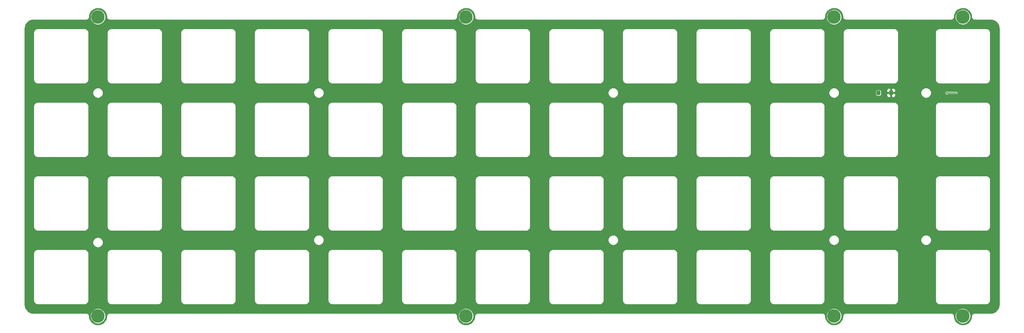
<source format=gbr>
G04 #@! TF.GenerationSoftware,KiCad,Pcbnew,(5.1.10-1-10_14)*
G04 #@! TF.CreationDate,2021-08-22T14:32:33-05:00*
G04 #@! TF.ProjectId,ori_top_plate,6f72695f-746f-4705-9f70-6c6174652e6b,rev?*
G04 #@! TF.SameCoordinates,Original*
G04 #@! TF.FileFunction,Copper,L2,Bot*
G04 #@! TF.FilePolarity,Positive*
%FSLAX46Y46*%
G04 Gerber Fmt 4.6, Leading zero omitted, Abs format (unit mm)*
G04 Created by KiCad (PCBNEW (5.1.10-1-10_14)) date 2021-08-22 14:32:33*
%MOMM*%
%LPD*%
G01*
G04 APERTURE LIST*
G04 #@! TA.AperFunction,ComponentPad*
%ADD10C,3.500000*%
G04 #@! TD*
G04 #@! TA.AperFunction,ViaPad*
%ADD11C,0.500000*%
G04 #@! TD*
G04 #@! TA.AperFunction,Conductor*
%ADD12C,0.250000*%
G04 #@! TD*
G04 #@! TA.AperFunction,Conductor*
%ADD13C,0.254000*%
G04 #@! TD*
G04 #@! TA.AperFunction,Conductor*
%ADD14C,0.100000*%
G04 #@! TD*
G04 APERTURE END LIST*
G04 #@! TA.AperFunction,SMDPad,CuDef*
G36*
G01*
X370270360Y-59868904D02*
X370270360Y-59168904D01*
G75*
G02*
X370520360Y-58918904I250000J0D01*
G01*
X371020360Y-58918904D01*
G75*
G02*
X371270360Y-59168904I0J-250000D01*
G01*
X371270360Y-59868904D01*
G75*
G02*
X371020360Y-60118904I-250000J0D01*
G01*
X370520360Y-60118904D01*
G75*
G02*
X370270360Y-59868904I0J250000D01*
G01*
G37*
G04 #@! TD.AperFunction*
G04 #@! TA.AperFunction,SMDPad,CuDef*
G36*
G01*
X366970360Y-59868904D02*
X366970360Y-59168904D01*
G75*
G02*
X367220360Y-58918904I250000J0D01*
G01*
X367720360Y-58918904D01*
G75*
G02*
X367970360Y-59168904I0J-250000D01*
G01*
X367970360Y-59868904D01*
G75*
G02*
X367720360Y-60118904I-250000J0D01*
G01*
X367220360Y-60118904D01*
G75*
G02*
X366970360Y-59868904I0J250000D01*
G01*
G37*
G04 #@! TD.AperFunction*
D10*
X165498578Y-39886156D03*
X165498578Y-117276716D03*
X260748498Y-39886156D03*
X260748498Y-117264265D03*
X355998418Y-39886156D03*
X355998418Y-117276716D03*
X389335890Y-39886156D03*
X389335890Y-117276716D03*
D11*
X373287551Y-59518904D03*
X385194165Y-59518840D03*
D12*
X370770360Y-59518904D02*
X373287551Y-59518904D01*
X387711370Y-59518840D02*
X385194165Y-59518840D01*
D13*
X389753465Y-37697105D02*
X390170706Y-37819905D01*
X390556143Y-38021407D01*
X390895099Y-38293935D01*
X391174668Y-38627112D01*
X391384200Y-39008247D01*
X391515709Y-39422818D01*
X391564965Y-39861940D01*
X391565139Y-39886874D01*
X391565153Y-39890860D01*
X391565824Y-39897459D01*
X391565778Y-39904087D01*
X391565985Y-39906199D01*
X391578129Y-40021746D01*
X391580900Y-40035247D01*
X391583481Y-40048775D01*
X391584094Y-40050807D01*
X391618451Y-40161796D01*
X391623781Y-40174476D01*
X391628950Y-40187269D01*
X391629946Y-40189142D01*
X391685206Y-40291345D01*
X391692927Y-40302792D01*
X391700454Y-40314294D01*
X391701795Y-40315938D01*
X391775854Y-40405461D01*
X391785668Y-40415206D01*
X391795269Y-40425011D01*
X391796904Y-40426364D01*
X391886941Y-40499796D01*
X391898421Y-40507423D01*
X391909783Y-40515203D01*
X391911650Y-40516212D01*
X392014235Y-40570757D01*
X392026978Y-40576010D01*
X392039634Y-40581434D01*
X392041661Y-40582062D01*
X392152887Y-40615643D01*
X392166439Y-40618326D01*
X392179876Y-40621183D01*
X392181987Y-40621405D01*
X392297617Y-40632743D01*
X392297629Y-40632743D01*
X392304989Y-40633468D01*
X396472185Y-40633455D01*
X396912491Y-40676628D01*
X397328859Y-40802336D01*
X397712883Y-41006524D01*
X398049932Y-41281415D01*
X398327169Y-41616537D01*
X398534036Y-41999129D01*
X398662648Y-42414608D01*
X398708864Y-42854321D01*
X398708895Y-42863246D01*
X398708894Y-114292705D01*
X398665722Y-114733002D01*
X398540012Y-115149373D01*
X398335824Y-115533395D01*
X398060935Y-115870441D01*
X397725813Y-116147679D01*
X397343220Y-116354547D01*
X396927742Y-116483158D01*
X396488030Y-116529374D01*
X396479391Y-116529404D01*
X392304998Y-116529404D01*
X392298228Y-116530071D01*
X392294528Y-116530045D01*
X392292416Y-116530252D01*
X392176868Y-116542396D01*
X392163361Y-116545169D01*
X392149840Y-116547748D01*
X392147808Y-116548361D01*
X392036819Y-116582718D01*
X392024139Y-116588048D01*
X392011346Y-116593217D01*
X392009473Y-116594213D01*
X391907271Y-116649473D01*
X391895841Y-116657183D01*
X391884321Y-116664721D01*
X391882677Y-116666062D01*
X391793155Y-116740121D01*
X391783428Y-116749916D01*
X391773604Y-116759536D01*
X391772251Y-116761171D01*
X391698819Y-116851208D01*
X391691192Y-116862688D01*
X391683412Y-116874050D01*
X391682403Y-116875916D01*
X391627858Y-116978502D01*
X391622605Y-116991245D01*
X391617181Y-117003901D01*
X391616553Y-117005928D01*
X391582972Y-117117154D01*
X391580283Y-117130736D01*
X391577433Y-117144143D01*
X391577212Y-117146246D01*
X391577210Y-117146255D01*
X391577210Y-117146263D01*
X391565872Y-117261884D01*
X391521975Y-117709573D01*
X391396266Y-118125943D01*
X391192078Y-118509964D01*
X390917189Y-118847012D01*
X390582072Y-119124244D01*
X390199479Y-119331111D01*
X389784001Y-119459724D01*
X389351453Y-119505186D01*
X388918315Y-119465767D01*
X388501074Y-119342967D01*
X388115637Y-119141465D01*
X387776681Y-118868937D01*
X387497109Y-118535756D01*
X387287580Y-118154623D01*
X387156071Y-117740055D01*
X387106815Y-117300932D01*
X387106641Y-117275998D01*
X387106627Y-117272012D01*
X387105956Y-117265413D01*
X387106002Y-117258785D01*
X387105795Y-117256673D01*
X387093651Y-117141125D01*
X387090877Y-117127611D01*
X387088299Y-117114097D01*
X387087686Y-117112065D01*
X387077465Y-117079044D01*
X387328890Y-117079044D01*
X387328890Y-117474388D01*
X387406018Y-117862136D01*
X387557310Y-118227387D01*
X387776951Y-118556104D01*
X388056502Y-118835655D01*
X388385219Y-119055296D01*
X388750470Y-119206588D01*
X389138218Y-119283716D01*
X389533562Y-119283716D01*
X389921310Y-119206588D01*
X390286561Y-119055296D01*
X390615278Y-118835655D01*
X390894829Y-118556104D01*
X391114470Y-118227387D01*
X391265762Y-117862136D01*
X391342890Y-117474388D01*
X391342890Y-117079044D01*
X391265762Y-116691296D01*
X391114470Y-116326045D01*
X390894829Y-115997328D01*
X390615278Y-115717777D01*
X390286561Y-115498136D01*
X389921310Y-115346844D01*
X389533562Y-115269716D01*
X389138218Y-115269716D01*
X388750470Y-115346844D01*
X388385219Y-115498136D01*
X388056502Y-115717777D01*
X387776951Y-115997328D01*
X387557310Y-116326045D01*
X387406018Y-116691296D01*
X387328890Y-117079044D01*
X387077465Y-117079044D01*
X387053329Y-117001076D01*
X387047999Y-116988396D01*
X387042830Y-116975603D01*
X387041834Y-116973730D01*
X386986574Y-116871528D01*
X386978864Y-116860098D01*
X386971326Y-116848578D01*
X386969985Y-116846934D01*
X386895926Y-116757412D01*
X386886131Y-116747685D01*
X386876511Y-116737861D01*
X386874876Y-116736508D01*
X386784839Y-116663076D01*
X386773359Y-116655449D01*
X386761997Y-116647669D01*
X386760131Y-116646660D01*
X386657545Y-116592115D01*
X386644802Y-116586862D01*
X386632146Y-116581438D01*
X386630119Y-116580810D01*
X386518893Y-116547229D01*
X386505311Y-116544540D01*
X386491904Y-116541690D01*
X386489801Y-116541469D01*
X386489792Y-116541467D01*
X386489784Y-116541467D01*
X386374163Y-116530129D01*
X386374152Y-116530129D01*
X386366792Y-116529404D01*
X358967526Y-116529404D01*
X358960756Y-116530071D01*
X358957056Y-116530045D01*
X358954944Y-116530252D01*
X358839396Y-116542396D01*
X358825889Y-116545169D01*
X358812368Y-116547748D01*
X358810336Y-116548361D01*
X358699347Y-116582718D01*
X358686667Y-116588048D01*
X358673874Y-116593217D01*
X358672001Y-116594213D01*
X358569799Y-116649473D01*
X358558369Y-116657183D01*
X358546849Y-116664721D01*
X358545205Y-116666062D01*
X358455683Y-116740121D01*
X358445956Y-116749916D01*
X358436132Y-116759536D01*
X358434779Y-116761171D01*
X358361347Y-116851208D01*
X358353720Y-116862688D01*
X358345940Y-116874050D01*
X358344931Y-116875916D01*
X358290386Y-116978502D01*
X358285133Y-116991245D01*
X358279709Y-117003901D01*
X358279081Y-117005928D01*
X358245500Y-117117154D01*
X358242811Y-117130736D01*
X358239961Y-117144143D01*
X358239740Y-117146246D01*
X358239738Y-117146255D01*
X358239738Y-117146263D01*
X358228400Y-117261884D01*
X358184503Y-117709573D01*
X358058794Y-118125943D01*
X357854606Y-118509964D01*
X357579717Y-118847012D01*
X357244600Y-119124244D01*
X356862007Y-119331111D01*
X356446529Y-119459724D01*
X356013981Y-119505186D01*
X355580843Y-119465767D01*
X355163602Y-119342967D01*
X354778165Y-119141465D01*
X354439209Y-118868937D01*
X354159637Y-118535756D01*
X353950108Y-118154623D01*
X353818599Y-117740055D01*
X353769343Y-117300932D01*
X353769169Y-117275998D01*
X353769155Y-117272012D01*
X353768484Y-117265413D01*
X353768530Y-117258785D01*
X353768323Y-117256673D01*
X353756179Y-117141125D01*
X353753405Y-117127611D01*
X353750827Y-117114097D01*
X353750214Y-117112065D01*
X353739993Y-117079044D01*
X353991418Y-117079044D01*
X353991418Y-117474388D01*
X354068546Y-117862136D01*
X354219838Y-118227387D01*
X354439479Y-118556104D01*
X354719030Y-118835655D01*
X355047747Y-119055296D01*
X355412998Y-119206588D01*
X355800746Y-119283716D01*
X356196090Y-119283716D01*
X356583838Y-119206588D01*
X356949089Y-119055296D01*
X357277806Y-118835655D01*
X357557357Y-118556104D01*
X357776998Y-118227387D01*
X357928290Y-117862136D01*
X358005418Y-117474388D01*
X358005418Y-117079044D01*
X357928290Y-116691296D01*
X357776998Y-116326045D01*
X357557357Y-115997328D01*
X357277806Y-115717777D01*
X356949089Y-115498136D01*
X356583838Y-115346844D01*
X356196090Y-115269716D01*
X355800746Y-115269716D01*
X355412998Y-115346844D01*
X355047747Y-115498136D01*
X354719030Y-115717777D01*
X354439479Y-115997328D01*
X354219838Y-116326045D01*
X354068546Y-116691296D01*
X353991418Y-117079044D01*
X353739993Y-117079044D01*
X353715857Y-117001076D01*
X353710527Y-116988396D01*
X353705358Y-116975603D01*
X353704362Y-116973730D01*
X353649102Y-116871528D01*
X353641392Y-116860098D01*
X353633854Y-116848578D01*
X353632513Y-116846934D01*
X353558454Y-116757412D01*
X353548659Y-116747685D01*
X353539039Y-116737861D01*
X353537404Y-116736508D01*
X353447367Y-116663076D01*
X353435887Y-116655449D01*
X353424525Y-116647669D01*
X353422659Y-116646660D01*
X353320073Y-116592115D01*
X353307330Y-116586862D01*
X353294674Y-116581438D01*
X353292647Y-116580810D01*
X353181421Y-116547229D01*
X353167839Y-116544540D01*
X353154432Y-116541690D01*
X353152329Y-116541469D01*
X353152320Y-116541467D01*
X353152312Y-116541467D01*
X353036691Y-116530129D01*
X353036680Y-116530129D01*
X353029320Y-116529404D01*
X263717606Y-116529404D01*
X263710836Y-116530071D01*
X263707136Y-116530045D01*
X263705024Y-116530252D01*
X263589476Y-116542396D01*
X263575969Y-116545169D01*
X263562448Y-116547748D01*
X263560416Y-116548361D01*
X263449427Y-116582718D01*
X263436747Y-116588048D01*
X263423954Y-116593217D01*
X263422081Y-116594213D01*
X263319879Y-116649473D01*
X263308449Y-116657183D01*
X263296929Y-116664721D01*
X263295285Y-116666062D01*
X263205763Y-116740121D01*
X263196036Y-116749916D01*
X263186212Y-116759536D01*
X263184859Y-116761171D01*
X263111427Y-116851208D01*
X263103800Y-116862688D01*
X263096020Y-116874050D01*
X263095011Y-116875916D01*
X263040466Y-116978502D01*
X263035213Y-116991245D01*
X263029789Y-117003901D01*
X263029161Y-117005928D01*
X262995580Y-117117154D01*
X262992891Y-117130736D01*
X262990041Y-117144143D01*
X262989820Y-117146246D01*
X262989818Y-117146255D01*
X262989818Y-117146263D01*
X262978480Y-117261884D01*
X262934583Y-117709573D01*
X262808874Y-118125943D01*
X262604686Y-118509964D01*
X262329797Y-118847012D01*
X261994680Y-119124244D01*
X261612087Y-119331111D01*
X261196609Y-119459724D01*
X260764061Y-119505186D01*
X260330923Y-119465767D01*
X259913682Y-119342967D01*
X259528245Y-119141465D01*
X259189289Y-118868937D01*
X258909717Y-118535756D01*
X258700188Y-118154623D01*
X258568679Y-117740055D01*
X258519423Y-117300932D01*
X258519249Y-117275998D01*
X258519235Y-117272012D01*
X258518564Y-117265413D01*
X258518610Y-117258785D01*
X258518403Y-117256673D01*
X258506259Y-117141125D01*
X258503485Y-117127611D01*
X258500907Y-117114097D01*
X258500294Y-117112065D01*
X258486218Y-117066593D01*
X258741498Y-117066593D01*
X258741498Y-117461937D01*
X258818626Y-117849685D01*
X258969918Y-118214936D01*
X259189559Y-118543653D01*
X259469110Y-118823204D01*
X259797827Y-119042845D01*
X260163078Y-119194137D01*
X260550826Y-119271265D01*
X260946170Y-119271265D01*
X261333918Y-119194137D01*
X261699169Y-119042845D01*
X262027886Y-118823204D01*
X262307437Y-118543653D01*
X262527078Y-118214936D01*
X262678370Y-117849685D01*
X262755498Y-117461937D01*
X262755498Y-117066593D01*
X262678370Y-116678845D01*
X262527078Y-116313594D01*
X262307437Y-115984877D01*
X262027886Y-115705326D01*
X261699169Y-115485685D01*
X261333918Y-115334393D01*
X260946170Y-115257265D01*
X260550826Y-115257265D01*
X260163078Y-115334393D01*
X259797827Y-115485685D01*
X259469110Y-115705326D01*
X259189559Y-115984877D01*
X258969918Y-116313594D01*
X258818626Y-116678845D01*
X258741498Y-117066593D01*
X258486218Y-117066593D01*
X258465937Y-117001076D01*
X258460607Y-116988396D01*
X258455438Y-116975603D01*
X258454442Y-116973730D01*
X258399182Y-116871528D01*
X258391472Y-116860098D01*
X258383934Y-116848578D01*
X258382593Y-116846934D01*
X258308534Y-116757412D01*
X258298739Y-116747685D01*
X258289119Y-116737861D01*
X258287484Y-116736508D01*
X258197447Y-116663076D01*
X258185967Y-116655449D01*
X258174605Y-116647669D01*
X258172739Y-116646660D01*
X258070153Y-116592115D01*
X258057410Y-116586862D01*
X258044754Y-116581438D01*
X258042727Y-116580810D01*
X257931501Y-116547229D01*
X257917919Y-116544540D01*
X257904512Y-116541690D01*
X257902409Y-116541469D01*
X257902400Y-116541467D01*
X257902392Y-116541467D01*
X257786771Y-116530129D01*
X257786760Y-116530129D01*
X257779400Y-116529404D01*
X168467686Y-116529404D01*
X168460916Y-116530071D01*
X168457216Y-116530045D01*
X168455104Y-116530252D01*
X168339556Y-116542396D01*
X168326049Y-116545169D01*
X168312528Y-116547748D01*
X168310496Y-116548361D01*
X168199507Y-116582718D01*
X168186827Y-116588048D01*
X168174034Y-116593217D01*
X168172161Y-116594213D01*
X168069959Y-116649473D01*
X168058529Y-116657183D01*
X168047009Y-116664721D01*
X168045365Y-116666062D01*
X167955843Y-116740121D01*
X167946116Y-116749916D01*
X167936292Y-116759536D01*
X167934939Y-116761171D01*
X167861507Y-116851208D01*
X167853880Y-116862688D01*
X167846100Y-116874050D01*
X167845091Y-116875916D01*
X167790546Y-116978502D01*
X167785293Y-116991245D01*
X167779869Y-117003901D01*
X167779241Y-117005928D01*
X167745660Y-117117154D01*
X167742971Y-117130736D01*
X167740121Y-117144143D01*
X167739900Y-117146246D01*
X167739898Y-117146255D01*
X167739898Y-117146263D01*
X167728560Y-117261884D01*
X167684663Y-117709573D01*
X167558954Y-118125943D01*
X167354766Y-118509964D01*
X167079877Y-118847012D01*
X166744760Y-119124244D01*
X166362167Y-119331111D01*
X165946689Y-119459724D01*
X165514141Y-119505186D01*
X165081003Y-119465767D01*
X164663762Y-119342967D01*
X164278325Y-119141465D01*
X163939369Y-118868937D01*
X163659797Y-118535756D01*
X163450268Y-118154623D01*
X163318759Y-117740055D01*
X163269503Y-117300932D01*
X163269329Y-117275998D01*
X163269315Y-117272012D01*
X163268644Y-117265413D01*
X163268690Y-117258785D01*
X163268483Y-117256673D01*
X163256339Y-117141125D01*
X163253565Y-117127611D01*
X163250987Y-117114097D01*
X163250374Y-117112065D01*
X163240153Y-117079044D01*
X163491578Y-117079044D01*
X163491578Y-117474388D01*
X163568706Y-117862136D01*
X163719998Y-118227387D01*
X163939639Y-118556104D01*
X164219190Y-118835655D01*
X164547907Y-119055296D01*
X164913158Y-119206588D01*
X165300906Y-119283716D01*
X165696250Y-119283716D01*
X166083998Y-119206588D01*
X166449249Y-119055296D01*
X166777966Y-118835655D01*
X167057517Y-118556104D01*
X167277158Y-118227387D01*
X167428450Y-117862136D01*
X167505578Y-117474388D01*
X167505578Y-117079044D01*
X167428450Y-116691296D01*
X167277158Y-116326045D01*
X167057517Y-115997328D01*
X166777966Y-115717777D01*
X166449249Y-115498136D01*
X166083998Y-115346844D01*
X165696250Y-115269716D01*
X165300906Y-115269716D01*
X164913158Y-115346844D01*
X164547907Y-115498136D01*
X164219190Y-115717777D01*
X163939639Y-115997328D01*
X163719998Y-116326045D01*
X163568706Y-116691296D01*
X163491578Y-117079044D01*
X163240153Y-117079044D01*
X163216017Y-117001076D01*
X163210687Y-116988396D01*
X163205518Y-116975603D01*
X163204522Y-116973730D01*
X163149262Y-116871528D01*
X163141552Y-116860098D01*
X163134014Y-116848578D01*
X163132673Y-116846934D01*
X163058614Y-116757412D01*
X163048819Y-116747685D01*
X163039199Y-116737861D01*
X163037564Y-116736508D01*
X162947527Y-116663076D01*
X162936047Y-116655449D01*
X162924685Y-116647669D01*
X162922819Y-116646660D01*
X162820233Y-116592115D01*
X162807490Y-116586862D01*
X162794834Y-116581438D01*
X162792807Y-116580810D01*
X162681581Y-116547229D01*
X162667999Y-116544540D01*
X162654592Y-116541690D01*
X162652489Y-116541469D01*
X162652480Y-116541467D01*
X162652472Y-116541467D01*
X162536851Y-116530129D01*
X162536840Y-116530129D01*
X162529480Y-116529404D01*
X148837281Y-116529404D01*
X148396984Y-116486232D01*
X147980613Y-116360522D01*
X147596591Y-116156334D01*
X147259545Y-115881445D01*
X146982307Y-115546323D01*
X146775439Y-115163730D01*
X146646828Y-114748252D01*
X146601199Y-114314121D01*
X146601842Y-114307591D01*
X146601822Y-113164161D01*
X148820530Y-113164161D01*
X148821224Y-113171203D01*
X148821180Y-113177458D01*
X148821387Y-113179570D01*
X148841788Y-113373667D01*
X148844557Y-113387157D01*
X148847139Y-113400694D01*
X148847753Y-113402725D01*
X148905465Y-113589163D01*
X148910790Y-113601830D01*
X148915964Y-113614637D01*
X148916960Y-113616511D01*
X149009785Y-113788187D01*
X149017484Y-113799602D01*
X149025033Y-113811137D01*
X149026374Y-113812782D01*
X149150778Y-113963159D01*
X149160573Y-113972886D01*
X149170193Y-113982710D01*
X149171828Y-113984063D01*
X149323070Y-114107413D01*
X149334550Y-114115040D01*
X149345912Y-114122820D01*
X149347778Y-114123829D01*
X149520101Y-114215454D01*
X149532844Y-114220707D01*
X149545500Y-114226131D01*
X149547527Y-114226759D01*
X149734363Y-114283168D01*
X149747923Y-114285853D01*
X149761353Y-114288708D01*
X149763463Y-114288930D01*
X149957697Y-114307975D01*
X149957708Y-114307975D01*
X149965068Y-114308700D01*
X161979992Y-114308700D01*
X161987034Y-114308006D01*
X161993288Y-114308050D01*
X161995400Y-114307843D01*
X162189497Y-114287442D01*
X162202987Y-114284673D01*
X162216524Y-114282091D01*
X162218553Y-114281478D01*
X162218559Y-114281476D01*
X162404993Y-114223765D01*
X162417660Y-114218440D01*
X162430467Y-114213266D01*
X162432341Y-114212270D01*
X162604017Y-114119445D01*
X162615432Y-114111746D01*
X162626967Y-114104197D01*
X162628612Y-114102856D01*
X162778989Y-113978452D01*
X162788716Y-113968657D01*
X162798540Y-113959037D01*
X162799893Y-113957402D01*
X162923243Y-113806160D01*
X162930870Y-113794680D01*
X162938650Y-113783318D01*
X162939659Y-113781452D01*
X163031284Y-113609129D01*
X163036537Y-113596386D01*
X163041961Y-113583730D01*
X163042589Y-113581703D01*
X163098998Y-113394867D01*
X163101683Y-113381307D01*
X163104538Y-113367877D01*
X163104760Y-113365767D01*
X163123805Y-113171533D01*
X163123805Y-113171522D01*
X163124530Y-113164162D01*
X163124530Y-113164161D01*
X167870610Y-113164161D01*
X167871304Y-113171203D01*
X167871260Y-113177458D01*
X167871467Y-113179570D01*
X167891868Y-113373667D01*
X167894637Y-113387157D01*
X167897219Y-113400694D01*
X167897833Y-113402725D01*
X167955545Y-113589163D01*
X167960870Y-113601830D01*
X167966044Y-113614637D01*
X167967040Y-113616511D01*
X168059865Y-113788187D01*
X168067564Y-113799602D01*
X168075113Y-113811137D01*
X168076454Y-113812782D01*
X168200858Y-113963159D01*
X168210653Y-113972886D01*
X168220273Y-113982710D01*
X168221908Y-113984063D01*
X168373150Y-114107413D01*
X168384630Y-114115040D01*
X168395992Y-114122820D01*
X168397858Y-114123829D01*
X168570181Y-114215454D01*
X168582924Y-114220707D01*
X168595580Y-114226131D01*
X168597607Y-114226759D01*
X168784443Y-114283168D01*
X168798003Y-114285853D01*
X168811433Y-114288708D01*
X168813543Y-114288930D01*
X169007777Y-114307975D01*
X169007788Y-114307975D01*
X169015148Y-114308700D01*
X181030072Y-114308700D01*
X181037114Y-114308006D01*
X181043368Y-114308050D01*
X181045480Y-114307843D01*
X181239577Y-114287442D01*
X181253067Y-114284673D01*
X181266604Y-114282091D01*
X181268633Y-114281478D01*
X181268639Y-114281476D01*
X181455073Y-114223765D01*
X181467740Y-114218440D01*
X181480547Y-114213266D01*
X181482421Y-114212270D01*
X181654097Y-114119445D01*
X181665512Y-114111746D01*
X181677047Y-114104197D01*
X181678692Y-114102856D01*
X181829069Y-113978452D01*
X181838796Y-113968657D01*
X181848620Y-113959037D01*
X181849973Y-113957402D01*
X181973323Y-113806160D01*
X181980950Y-113794680D01*
X181988730Y-113783318D01*
X181989739Y-113781452D01*
X182081364Y-113609129D01*
X182086617Y-113596386D01*
X182092041Y-113583730D01*
X182092669Y-113581703D01*
X182149078Y-113394867D01*
X182151763Y-113381307D01*
X182154618Y-113367877D01*
X182154840Y-113365767D01*
X182173885Y-113171533D01*
X182173885Y-113171522D01*
X182174610Y-113164162D01*
X182174610Y-113164161D01*
X186920690Y-113164161D01*
X186921384Y-113171203D01*
X186921340Y-113177458D01*
X186921547Y-113179570D01*
X186941948Y-113373667D01*
X186944717Y-113387157D01*
X186947299Y-113400694D01*
X186947913Y-113402725D01*
X187005625Y-113589163D01*
X187010950Y-113601830D01*
X187016124Y-113614637D01*
X187017120Y-113616511D01*
X187109945Y-113788187D01*
X187117644Y-113799602D01*
X187125193Y-113811137D01*
X187126534Y-113812782D01*
X187250938Y-113963159D01*
X187260733Y-113972886D01*
X187270353Y-113982710D01*
X187271988Y-113984063D01*
X187423230Y-114107413D01*
X187434710Y-114115040D01*
X187446072Y-114122820D01*
X187447938Y-114123829D01*
X187620261Y-114215454D01*
X187633004Y-114220707D01*
X187645660Y-114226131D01*
X187647687Y-114226759D01*
X187834523Y-114283168D01*
X187848083Y-114285853D01*
X187861513Y-114288708D01*
X187863623Y-114288930D01*
X188057857Y-114307975D01*
X188057868Y-114307975D01*
X188065228Y-114308700D01*
X200080152Y-114308700D01*
X200087194Y-114308006D01*
X200093448Y-114308050D01*
X200095560Y-114307843D01*
X200289657Y-114287442D01*
X200303147Y-114284673D01*
X200316684Y-114282091D01*
X200318713Y-114281478D01*
X200318719Y-114281476D01*
X200505153Y-114223765D01*
X200517820Y-114218440D01*
X200530627Y-114213266D01*
X200532501Y-114212270D01*
X200704177Y-114119445D01*
X200715592Y-114111746D01*
X200727127Y-114104197D01*
X200728772Y-114102856D01*
X200879149Y-113978452D01*
X200888876Y-113968657D01*
X200898700Y-113959037D01*
X200900053Y-113957402D01*
X201023403Y-113806160D01*
X201031030Y-113794680D01*
X201038810Y-113783318D01*
X201039819Y-113781452D01*
X201131444Y-113609129D01*
X201136697Y-113596386D01*
X201142121Y-113583730D01*
X201142749Y-113581703D01*
X201199158Y-113394867D01*
X201201843Y-113381307D01*
X201204698Y-113367877D01*
X201204920Y-113365767D01*
X201223965Y-113171533D01*
X201223965Y-113171522D01*
X201224690Y-113164162D01*
X201224690Y-113164161D01*
X205970770Y-113164161D01*
X205971464Y-113171203D01*
X205971420Y-113177458D01*
X205971627Y-113179570D01*
X205992028Y-113373667D01*
X205994797Y-113387157D01*
X205997379Y-113400694D01*
X205997993Y-113402725D01*
X206055705Y-113589163D01*
X206061030Y-113601830D01*
X206066204Y-113614637D01*
X206067200Y-113616511D01*
X206160025Y-113788187D01*
X206167724Y-113799602D01*
X206175273Y-113811137D01*
X206176614Y-113812782D01*
X206301018Y-113963159D01*
X206310813Y-113972886D01*
X206320433Y-113982710D01*
X206322068Y-113984063D01*
X206473310Y-114107413D01*
X206484790Y-114115040D01*
X206496152Y-114122820D01*
X206498018Y-114123829D01*
X206670341Y-114215454D01*
X206683084Y-114220707D01*
X206695740Y-114226131D01*
X206697767Y-114226759D01*
X206884603Y-114283168D01*
X206898163Y-114285853D01*
X206911593Y-114288708D01*
X206913703Y-114288930D01*
X207107937Y-114307975D01*
X207107948Y-114307975D01*
X207115308Y-114308700D01*
X219130232Y-114308700D01*
X219137274Y-114308006D01*
X219143528Y-114308050D01*
X219145640Y-114307843D01*
X219339737Y-114287442D01*
X219353227Y-114284673D01*
X219366764Y-114282091D01*
X219368793Y-114281478D01*
X219368799Y-114281476D01*
X219555233Y-114223765D01*
X219567900Y-114218440D01*
X219580707Y-114213266D01*
X219582581Y-114212270D01*
X219754257Y-114119445D01*
X219765672Y-114111746D01*
X219777207Y-114104197D01*
X219778852Y-114102856D01*
X219929229Y-113978452D01*
X219938956Y-113968657D01*
X219948780Y-113959037D01*
X219950133Y-113957402D01*
X220073483Y-113806160D01*
X220081110Y-113794680D01*
X220088890Y-113783318D01*
X220089899Y-113781452D01*
X220181524Y-113609129D01*
X220186777Y-113596386D01*
X220192201Y-113583730D01*
X220192829Y-113581703D01*
X220249238Y-113394867D01*
X220251923Y-113381307D01*
X220254778Y-113367877D01*
X220255000Y-113365767D01*
X220274045Y-113171533D01*
X220274045Y-113171522D01*
X220274770Y-113164162D01*
X220274770Y-113164161D01*
X225020850Y-113164161D01*
X225021544Y-113171203D01*
X225021500Y-113177458D01*
X225021707Y-113179570D01*
X225042108Y-113373667D01*
X225044877Y-113387157D01*
X225047459Y-113400694D01*
X225048073Y-113402725D01*
X225105785Y-113589163D01*
X225111110Y-113601830D01*
X225116284Y-113614637D01*
X225117280Y-113616511D01*
X225210105Y-113788187D01*
X225217804Y-113799602D01*
X225225353Y-113811137D01*
X225226694Y-113812782D01*
X225351098Y-113963159D01*
X225360893Y-113972886D01*
X225370513Y-113982710D01*
X225372148Y-113984063D01*
X225523390Y-114107413D01*
X225534870Y-114115040D01*
X225546232Y-114122820D01*
X225548098Y-114123829D01*
X225720421Y-114215454D01*
X225733164Y-114220707D01*
X225745820Y-114226131D01*
X225747847Y-114226759D01*
X225934683Y-114283168D01*
X225948243Y-114285853D01*
X225961673Y-114288708D01*
X225963783Y-114288930D01*
X226158017Y-114307975D01*
X226158028Y-114307975D01*
X226165388Y-114308700D01*
X238180312Y-114308700D01*
X238187354Y-114308006D01*
X238193608Y-114308050D01*
X238195720Y-114307843D01*
X238389817Y-114287442D01*
X238403307Y-114284673D01*
X238416844Y-114282091D01*
X238418873Y-114281478D01*
X238418879Y-114281476D01*
X238605313Y-114223765D01*
X238617980Y-114218440D01*
X238630787Y-114213266D01*
X238632661Y-114212270D01*
X238804337Y-114119445D01*
X238815752Y-114111746D01*
X238827287Y-114104197D01*
X238828932Y-114102856D01*
X238979309Y-113978452D01*
X238989036Y-113968657D01*
X238998860Y-113959037D01*
X239000213Y-113957402D01*
X239123563Y-113806160D01*
X239131190Y-113794680D01*
X239138970Y-113783318D01*
X239139979Y-113781452D01*
X239231604Y-113609129D01*
X239236857Y-113596386D01*
X239242281Y-113583730D01*
X239242909Y-113581703D01*
X239299318Y-113394867D01*
X239302003Y-113381307D01*
X239304858Y-113367877D01*
X239305080Y-113365767D01*
X239324125Y-113171533D01*
X239324125Y-113171522D01*
X239324850Y-113164162D01*
X239324850Y-113164161D01*
X244070930Y-113164161D01*
X244071624Y-113171203D01*
X244071580Y-113177458D01*
X244071787Y-113179570D01*
X244092188Y-113373667D01*
X244094957Y-113387157D01*
X244097539Y-113400694D01*
X244098153Y-113402725D01*
X244155865Y-113589163D01*
X244161190Y-113601830D01*
X244166364Y-113614637D01*
X244167360Y-113616511D01*
X244260185Y-113788187D01*
X244267884Y-113799602D01*
X244275433Y-113811137D01*
X244276774Y-113812782D01*
X244401178Y-113963159D01*
X244410973Y-113972886D01*
X244420593Y-113982710D01*
X244422228Y-113984063D01*
X244573470Y-114107413D01*
X244584950Y-114115040D01*
X244596312Y-114122820D01*
X244598178Y-114123829D01*
X244770501Y-114215454D01*
X244783244Y-114220707D01*
X244795900Y-114226131D01*
X244797927Y-114226759D01*
X244984763Y-114283168D01*
X244998323Y-114285853D01*
X245011753Y-114288708D01*
X245013863Y-114288930D01*
X245208097Y-114307975D01*
X245208108Y-114307975D01*
X245215468Y-114308700D01*
X257230392Y-114308700D01*
X257237434Y-114308006D01*
X257243688Y-114308050D01*
X257245800Y-114307843D01*
X257439897Y-114287442D01*
X257453387Y-114284673D01*
X257466924Y-114282091D01*
X257468953Y-114281478D01*
X257468959Y-114281476D01*
X257655393Y-114223765D01*
X257668060Y-114218440D01*
X257680867Y-114213266D01*
X257682741Y-114212270D01*
X257854417Y-114119445D01*
X257865832Y-114111746D01*
X257877367Y-114104197D01*
X257879012Y-114102856D01*
X258029389Y-113978452D01*
X258039116Y-113968657D01*
X258048940Y-113959037D01*
X258050293Y-113957402D01*
X258173643Y-113806160D01*
X258181270Y-113794680D01*
X258189050Y-113783318D01*
X258190059Y-113781452D01*
X258281684Y-113609129D01*
X258286937Y-113596386D01*
X258292361Y-113583730D01*
X258292989Y-113581703D01*
X258349398Y-113394867D01*
X258352083Y-113381307D01*
X258354938Y-113367877D01*
X258355160Y-113365767D01*
X258374205Y-113171533D01*
X258374205Y-113171522D01*
X258374930Y-113164162D01*
X258374930Y-113164161D01*
X263121010Y-113164161D01*
X263121704Y-113171203D01*
X263121660Y-113177458D01*
X263121867Y-113179570D01*
X263142268Y-113373667D01*
X263145037Y-113387157D01*
X263147619Y-113400694D01*
X263148233Y-113402725D01*
X263205945Y-113589163D01*
X263211270Y-113601830D01*
X263216444Y-113614637D01*
X263217440Y-113616511D01*
X263310265Y-113788187D01*
X263317964Y-113799602D01*
X263325513Y-113811137D01*
X263326854Y-113812782D01*
X263451258Y-113963159D01*
X263461053Y-113972886D01*
X263470673Y-113982710D01*
X263472308Y-113984063D01*
X263623550Y-114107413D01*
X263635030Y-114115040D01*
X263646392Y-114122820D01*
X263648258Y-114123829D01*
X263820581Y-114215454D01*
X263833324Y-114220707D01*
X263845980Y-114226131D01*
X263848007Y-114226759D01*
X264034843Y-114283168D01*
X264048403Y-114285853D01*
X264061833Y-114288708D01*
X264063943Y-114288930D01*
X264258177Y-114307975D01*
X264258188Y-114307975D01*
X264265548Y-114308700D01*
X276280472Y-114308700D01*
X276287514Y-114308006D01*
X276293768Y-114308050D01*
X276295880Y-114307843D01*
X276489977Y-114287442D01*
X276503467Y-114284673D01*
X276517004Y-114282091D01*
X276519033Y-114281478D01*
X276519039Y-114281476D01*
X276705473Y-114223765D01*
X276718140Y-114218440D01*
X276730947Y-114213266D01*
X276732821Y-114212270D01*
X276904497Y-114119445D01*
X276915912Y-114111746D01*
X276927447Y-114104197D01*
X276929092Y-114102856D01*
X277079469Y-113978452D01*
X277089196Y-113968657D01*
X277099020Y-113959037D01*
X277100373Y-113957402D01*
X277223723Y-113806160D01*
X277231350Y-113794680D01*
X277239130Y-113783318D01*
X277240139Y-113781452D01*
X277331764Y-113609129D01*
X277337017Y-113596386D01*
X277342441Y-113583730D01*
X277343069Y-113581703D01*
X277399478Y-113394867D01*
X277402163Y-113381307D01*
X277405018Y-113367877D01*
X277405240Y-113365767D01*
X277424285Y-113171533D01*
X277424285Y-113171522D01*
X277425010Y-113164162D01*
X277425010Y-113164161D01*
X282171090Y-113164161D01*
X282171784Y-113171203D01*
X282171740Y-113177458D01*
X282171947Y-113179570D01*
X282192348Y-113373667D01*
X282195117Y-113387157D01*
X282197699Y-113400694D01*
X282198313Y-113402725D01*
X282256025Y-113589163D01*
X282261350Y-113601830D01*
X282266524Y-113614637D01*
X282267520Y-113616511D01*
X282360345Y-113788187D01*
X282368044Y-113799602D01*
X282375593Y-113811137D01*
X282376934Y-113812782D01*
X282501338Y-113963159D01*
X282511133Y-113972886D01*
X282520753Y-113982710D01*
X282522388Y-113984063D01*
X282673630Y-114107413D01*
X282685110Y-114115040D01*
X282696472Y-114122820D01*
X282698338Y-114123829D01*
X282870661Y-114215454D01*
X282883404Y-114220707D01*
X282896060Y-114226131D01*
X282898087Y-114226759D01*
X283084923Y-114283168D01*
X283098483Y-114285853D01*
X283111913Y-114288708D01*
X283114023Y-114288930D01*
X283308257Y-114307975D01*
X283308268Y-114307975D01*
X283315628Y-114308700D01*
X295330552Y-114308700D01*
X295337594Y-114308006D01*
X295343848Y-114308050D01*
X295345960Y-114307843D01*
X295540057Y-114287442D01*
X295553547Y-114284673D01*
X295567084Y-114282091D01*
X295569113Y-114281478D01*
X295569119Y-114281476D01*
X295755553Y-114223765D01*
X295768220Y-114218440D01*
X295781027Y-114213266D01*
X295782901Y-114212270D01*
X295954577Y-114119445D01*
X295965992Y-114111746D01*
X295977527Y-114104197D01*
X295979172Y-114102856D01*
X296129549Y-113978452D01*
X296139276Y-113968657D01*
X296149100Y-113959037D01*
X296150453Y-113957402D01*
X296273803Y-113806160D01*
X296281430Y-113794680D01*
X296289210Y-113783318D01*
X296290219Y-113781452D01*
X296381844Y-113609129D01*
X296387097Y-113596386D01*
X296392521Y-113583730D01*
X296393149Y-113581703D01*
X296449558Y-113394867D01*
X296452243Y-113381307D01*
X296455098Y-113367877D01*
X296455320Y-113365767D01*
X296474365Y-113171533D01*
X296474365Y-113171522D01*
X296475090Y-113164162D01*
X296475090Y-113164161D01*
X301221170Y-113164161D01*
X301221864Y-113171203D01*
X301221820Y-113177458D01*
X301222027Y-113179570D01*
X301242428Y-113373667D01*
X301245197Y-113387157D01*
X301247779Y-113400694D01*
X301248393Y-113402725D01*
X301306105Y-113589163D01*
X301311430Y-113601830D01*
X301316604Y-113614637D01*
X301317600Y-113616511D01*
X301410425Y-113788187D01*
X301418124Y-113799602D01*
X301425673Y-113811137D01*
X301427014Y-113812782D01*
X301551418Y-113963159D01*
X301561213Y-113972886D01*
X301570833Y-113982710D01*
X301572468Y-113984063D01*
X301723710Y-114107413D01*
X301735190Y-114115040D01*
X301746552Y-114122820D01*
X301748418Y-114123829D01*
X301920741Y-114215454D01*
X301933484Y-114220707D01*
X301946140Y-114226131D01*
X301948167Y-114226759D01*
X302135003Y-114283168D01*
X302148563Y-114285853D01*
X302161993Y-114288708D01*
X302164103Y-114288930D01*
X302358337Y-114307975D01*
X302358348Y-114307975D01*
X302365708Y-114308700D01*
X314380632Y-114308700D01*
X314387674Y-114308006D01*
X314393928Y-114308050D01*
X314396040Y-114307843D01*
X314590137Y-114287442D01*
X314603627Y-114284673D01*
X314617164Y-114282091D01*
X314619193Y-114281478D01*
X314619199Y-114281476D01*
X314805633Y-114223765D01*
X314818300Y-114218440D01*
X314831107Y-114213266D01*
X314832981Y-114212270D01*
X315004657Y-114119445D01*
X315016072Y-114111746D01*
X315027607Y-114104197D01*
X315029252Y-114102856D01*
X315179629Y-113978452D01*
X315189356Y-113968657D01*
X315199180Y-113959037D01*
X315200533Y-113957402D01*
X315323883Y-113806160D01*
X315331510Y-113794680D01*
X315339290Y-113783318D01*
X315340299Y-113781452D01*
X315431924Y-113609129D01*
X315437177Y-113596386D01*
X315442601Y-113583730D01*
X315443229Y-113581703D01*
X315499638Y-113394867D01*
X315502323Y-113381307D01*
X315505178Y-113367877D01*
X315505400Y-113365767D01*
X315524445Y-113171533D01*
X315524445Y-113171522D01*
X315525170Y-113164162D01*
X315525170Y-113164161D01*
X320271250Y-113164161D01*
X320271944Y-113171203D01*
X320271900Y-113177458D01*
X320272107Y-113179570D01*
X320292508Y-113373667D01*
X320295277Y-113387157D01*
X320297859Y-113400694D01*
X320298473Y-113402725D01*
X320356185Y-113589163D01*
X320361510Y-113601830D01*
X320366684Y-113614637D01*
X320367680Y-113616511D01*
X320460505Y-113788187D01*
X320468204Y-113799602D01*
X320475753Y-113811137D01*
X320477094Y-113812782D01*
X320601498Y-113963159D01*
X320611293Y-113972886D01*
X320620913Y-113982710D01*
X320622548Y-113984063D01*
X320773790Y-114107413D01*
X320785270Y-114115040D01*
X320796632Y-114122820D01*
X320798498Y-114123829D01*
X320970821Y-114215454D01*
X320983564Y-114220707D01*
X320996220Y-114226131D01*
X320998247Y-114226759D01*
X321185083Y-114283168D01*
X321198643Y-114285853D01*
X321212073Y-114288708D01*
X321214183Y-114288930D01*
X321408417Y-114307975D01*
X321408428Y-114307975D01*
X321415788Y-114308700D01*
X333430712Y-114308700D01*
X333437754Y-114308006D01*
X333444008Y-114308050D01*
X333446120Y-114307843D01*
X333640217Y-114287442D01*
X333653707Y-114284673D01*
X333667244Y-114282091D01*
X333669273Y-114281478D01*
X333669279Y-114281476D01*
X333855713Y-114223765D01*
X333868380Y-114218440D01*
X333881187Y-114213266D01*
X333883061Y-114212270D01*
X334054737Y-114119445D01*
X334066152Y-114111746D01*
X334077687Y-114104197D01*
X334079332Y-114102856D01*
X334229709Y-113978452D01*
X334239436Y-113968657D01*
X334249260Y-113959037D01*
X334250613Y-113957402D01*
X334373963Y-113806160D01*
X334381590Y-113794680D01*
X334389370Y-113783318D01*
X334390379Y-113781452D01*
X334482004Y-113609129D01*
X334487257Y-113596386D01*
X334492681Y-113583730D01*
X334493309Y-113581703D01*
X334549718Y-113394867D01*
X334552403Y-113381307D01*
X334555258Y-113367877D01*
X334555480Y-113365767D01*
X334574525Y-113171533D01*
X334574525Y-113171522D01*
X334574925Y-113167461D01*
X339321330Y-113167461D01*
X339322024Y-113174503D01*
X339321980Y-113180758D01*
X339322187Y-113182870D01*
X339342588Y-113376967D01*
X339345357Y-113390457D01*
X339347939Y-113403994D01*
X339348553Y-113406025D01*
X339406265Y-113592463D01*
X339411590Y-113605130D01*
X339416764Y-113617937D01*
X339417760Y-113619811D01*
X339510585Y-113791487D01*
X339518284Y-113802902D01*
X339525833Y-113814437D01*
X339527174Y-113816082D01*
X339651578Y-113966459D01*
X339661373Y-113976186D01*
X339670993Y-113986010D01*
X339672628Y-113987363D01*
X339823870Y-114110713D01*
X339835350Y-114118340D01*
X339846712Y-114126120D01*
X339848578Y-114127129D01*
X340020901Y-114218754D01*
X340033644Y-114224007D01*
X340046300Y-114229431D01*
X340048327Y-114230059D01*
X340235163Y-114286468D01*
X340248723Y-114289153D01*
X340262153Y-114292008D01*
X340264263Y-114292230D01*
X340458497Y-114311275D01*
X340458508Y-114311275D01*
X340465868Y-114312000D01*
X352480792Y-114312000D01*
X352487834Y-114311306D01*
X352494088Y-114311350D01*
X352496200Y-114311143D01*
X352690297Y-114290742D01*
X352703787Y-114287973D01*
X352717324Y-114285391D01*
X352719353Y-114284778D01*
X352719359Y-114284776D01*
X352905793Y-114227065D01*
X352918460Y-114221740D01*
X352931267Y-114216566D01*
X352933141Y-114215570D01*
X353104817Y-114122745D01*
X353116232Y-114115046D01*
X353127767Y-114107497D01*
X353129412Y-114106156D01*
X353279789Y-113981752D01*
X353289516Y-113971957D01*
X353299340Y-113962337D01*
X353300693Y-113960702D01*
X353424043Y-113809460D01*
X353431670Y-113797980D01*
X353439450Y-113786618D01*
X353440459Y-113784752D01*
X353532084Y-113612429D01*
X353537337Y-113599686D01*
X353542761Y-113587030D01*
X353543389Y-113585003D01*
X353599798Y-113398167D01*
X353602483Y-113384607D01*
X353605338Y-113371177D01*
X353605560Y-113369067D01*
X353624605Y-113174833D01*
X353624605Y-113174822D01*
X353625330Y-113167462D01*
X353625330Y-113164161D01*
X358371410Y-113164161D01*
X358372104Y-113171203D01*
X358372060Y-113177458D01*
X358372267Y-113179570D01*
X358392668Y-113373667D01*
X358395437Y-113387157D01*
X358398019Y-113400694D01*
X358398633Y-113402725D01*
X358456345Y-113589163D01*
X358461670Y-113601830D01*
X358466844Y-113614637D01*
X358467840Y-113616511D01*
X358560665Y-113788187D01*
X358568364Y-113799602D01*
X358575913Y-113811137D01*
X358577254Y-113812782D01*
X358701658Y-113963159D01*
X358711453Y-113972886D01*
X358721073Y-113982710D01*
X358722708Y-113984063D01*
X358873950Y-114107413D01*
X358885430Y-114115040D01*
X358896792Y-114122820D01*
X358898658Y-114123829D01*
X359070981Y-114215454D01*
X359083724Y-114220707D01*
X359096380Y-114226131D01*
X359098407Y-114226759D01*
X359285243Y-114283168D01*
X359298803Y-114285853D01*
X359312233Y-114288708D01*
X359314343Y-114288930D01*
X359508577Y-114307975D01*
X359508588Y-114307975D01*
X359515948Y-114308700D01*
X371530872Y-114308700D01*
X371537914Y-114308006D01*
X371544168Y-114308050D01*
X371546280Y-114307843D01*
X371740377Y-114287442D01*
X371753867Y-114284673D01*
X371767404Y-114282091D01*
X371769433Y-114281478D01*
X371769439Y-114281476D01*
X371955873Y-114223765D01*
X371968540Y-114218440D01*
X371981347Y-114213266D01*
X371983221Y-114212270D01*
X372154897Y-114119445D01*
X372166312Y-114111746D01*
X372177847Y-114104197D01*
X372179492Y-114102856D01*
X372329869Y-113978452D01*
X372339596Y-113968657D01*
X372349420Y-113959037D01*
X372350773Y-113957402D01*
X372474123Y-113806160D01*
X372481750Y-113794680D01*
X372489530Y-113783318D01*
X372490539Y-113781452D01*
X372582164Y-113609129D01*
X372587417Y-113596386D01*
X372592841Y-113583730D01*
X372593469Y-113581703D01*
X372649878Y-113394867D01*
X372652563Y-113381307D01*
X372655418Y-113367877D01*
X372655640Y-113365767D01*
X372674685Y-113171533D01*
X372674685Y-113171522D01*
X372675410Y-113164162D01*
X372675410Y-113164161D01*
X382184010Y-113164161D01*
X382184704Y-113171203D01*
X382184660Y-113177458D01*
X382184867Y-113179570D01*
X382205268Y-113373667D01*
X382208037Y-113387157D01*
X382210619Y-113400694D01*
X382211233Y-113402725D01*
X382268945Y-113589163D01*
X382274270Y-113601830D01*
X382279444Y-113614637D01*
X382280440Y-113616511D01*
X382373265Y-113788187D01*
X382380964Y-113799602D01*
X382388513Y-113811137D01*
X382389854Y-113812782D01*
X382514258Y-113963159D01*
X382524053Y-113972886D01*
X382533673Y-113982710D01*
X382535308Y-113984063D01*
X382686550Y-114107413D01*
X382698030Y-114115040D01*
X382709392Y-114122820D01*
X382711258Y-114123829D01*
X382883581Y-114215454D01*
X382896324Y-114220707D01*
X382908980Y-114226131D01*
X382911007Y-114226759D01*
X383097843Y-114283168D01*
X383111403Y-114285853D01*
X383124833Y-114288708D01*
X383126943Y-114288930D01*
X383321177Y-114307975D01*
X383321188Y-114307975D01*
X383328548Y-114308700D01*
X395343472Y-114308700D01*
X395350514Y-114308006D01*
X395356768Y-114308050D01*
X395358880Y-114307843D01*
X395552977Y-114287442D01*
X395566467Y-114284673D01*
X395580004Y-114282091D01*
X395582033Y-114281478D01*
X395582039Y-114281476D01*
X395768473Y-114223765D01*
X395781140Y-114218440D01*
X395793947Y-114213266D01*
X395795821Y-114212270D01*
X395967497Y-114119445D01*
X395978912Y-114111746D01*
X395990447Y-114104197D01*
X395992092Y-114102856D01*
X396142469Y-113978452D01*
X396152196Y-113968657D01*
X396162020Y-113959037D01*
X396163373Y-113957402D01*
X396286723Y-113806160D01*
X396294350Y-113794680D01*
X396302130Y-113783318D01*
X396303139Y-113781452D01*
X396394764Y-113609129D01*
X396400017Y-113596386D01*
X396405441Y-113583730D01*
X396406069Y-113581703D01*
X396462478Y-113394867D01*
X396465163Y-113381307D01*
X396468018Y-113367877D01*
X396468240Y-113365767D01*
X396487285Y-113171533D01*
X396487285Y-113171522D01*
X396488010Y-113164162D01*
X396488010Y-101149238D01*
X396487316Y-101142196D01*
X396487360Y-101135942D01*
X396487153Y-101133830D01*
X396466752Y-100939733D01*
X396463977Y-100926212D01*
X396461400Y-100912706D01*
X396460787Y-100910674D01*
X396403075Y-100724237D01*
X396397750Y-100711570D01*
X396392576Y-100698763D01*
X396391580Y-100696889D01*
X396298755Y-100525212D01*
X396291044Y-100513780D01*
X396283507Y-100502263D01*
X396282166Y-100500618D01*
X396157762Y-100350240D01*
X396147948Y-100340495D01*
X396138347Y-100330690D01*
X396136712Y-100329337D01*
X395985470Y-100205987D01*
X395973964Y-100198343D01*
X395962628Y-100190581D01*
X395960762Y-100189571D01*
X395788440Y-100097946D01*
X395775682Y-100092688D01*
X395763040Y-100087269D01*
X395761013Y-100086641D01*
X395574177Y-100030232D01*
X395560642Y-100027552D01*
X395547187Y-100024692D01*
X395545076Y-100024470D01*
X395350843Y-100005425D01*
X395350832Y-100005425D01*
X395343472Y-100004700D01*
X383328548Y-100004700D01*
X383321506Y-100005394D01*
X383315252Y-100005350D01*
X383313140Y-100005557D01*
X383119043Y-100025958D01*
X383105522Y-100028733D01*
X383092016Y-100031310D01*
X383089984Y-100031923D01*
X382903547Y-100089635D01*
X382890880Y-100094960D01*
X382878073Y-100100134D01*
X382876199Y-100101130D01*
X382704522Y-100193955D01*
X382693090Y-100201666D01*
X382681573Y-100209203D01*
X382679928Y-100210544D01*
X382529550Y-100334948D01*
X382519805Y-100344762D01*
X382510000Y-100354363D01*
X382508647Y-100355998D01*
X382385297Y-100507240D01*
X382377653Y-100518746D01*
X382369891Y-100530082D01*
X382368881Y-100531948D01*
X382277256Y-100704270D01*
X382271998Y-100717028D01*
X382266579Y-100729670D01*
X382265951Y-100731697D01*
X382209542Y-100918533D01*
X382206862Y-100932068D01*
X382204002Y-100945523D01*
X382203780Y-100947634D01*
X382184735Y-101141867D01*
X382184735Y-101141888D01*
X382184011Y-101149238D01*
X382184010Y-113164161D01*
X372675410Y-113164161D01*
X372675410Y-101149238D01*
X372674716Y-101142196D01*
X372674760Y-101135942D01*
X372674553Y-101133830D01*
X372654152Y-100939733D01*
X372651377Y-100926212D01*
X372648800Y-100912706D01*
X372648187Y-100910674D01*
X372590475Y-100724237D01*
X372585150Y-100711570D01*
X372579976Y-100698763D01*
X372578980Y-100696889D01*
X372486155Y-100525212D01*
X372478444Y-100513780D01*
X372470907Y-100502263D01*
X372469566Y-100500618D01*
X372345162Y-100350240D01*
X372335348Y-100340495D01*
X372325747Y-100330690D01*
X372324112Y-100329337D01*
X372172870Y-100205987D01*
X372161364Y-100198343D01*
X372150028Y-100190581D01*
X372148162Y-100189571D01*
X371975840Y-100097946D01*
X371963082Y-100092688D01*
X371950440Y-100087269D01*
X371948413Y-100086641D01*
X371761577Y-100030232D01*
X371748042Y-100027552D01*
X371734587Y-100024692D01*
X371732476Y-100024470D01*
X371538243Y-100005425D01*
X371538232Y-100005425D01*
X371530872Y-100004700D01*
X359515948Y-100004700D01*
X359508906Y-100005394D01*
X359502652Y-100005350D01*
X359500540Y-100005557D01*
X359306443Y-100025958D01*
X359292922Y-100028733D01*
X359279416Y-100031310D01*
X359277384Y-100031923D01*
X359090947Y-100089635D01*
X359078280Y-100094960D01*
X359065473Y-100100134D01*
X359063599Y-100101130D01*
X358891922Y-100193955D01*
X358880490Y-100201666D01*
X358868973Y-100209203D01*
X358867328Y-100210544D01*
X358716950Y-100334948D01*
X358707205Y-100344762D01*
X358697400Y-100354363D01*
X358696047Y-100355998D01*
X358572697Y-100507240D01*
X358565053Y-100518746D01*
X358557291Y-100530082D01*
X358556281Y-100531948D01*
X358464656Y-100704270D01*
X358459398Y-100717028D01*
X358453979Y-100729670D01*
X358453351Y-100731697D01*
X358396942Y-100918533D01*
X358394262Y-100932068D01*
X358391402Y-100945523D01*
X358391180Y-100947634D01*
X358372135Y-101141867D01*
X358372135Y-101141888D01*
X358371411Y-101149238D01*
X358371410Y-113164161D01*
X353625330Y-113164161D01*
X353625330Y-101152538D01*
X353624636Y-101145496D01*
X353624680Y-101139242D01*
X353624473Y-101137130D01*
X353604072Y-100943033D01*
X353601297Y-100929512D01*
X353598720Y-100916006D01*
X353598107Y-100913974D01*
X353540395Y-100727537D01*
X353535070Y-100714870D01*
X353529896Y-100702063D01*
X353528900Y-100700189D01*
X353436075Y-100528512D01*
X353428364Y-100517080D01*
X353420827Y-100505563D01*
X353419486Y-100503918D01*
X353295082Y-100353540D01*
X353285268Y-100343795D01*
X353275667Y-100333990D01*
X353274032Y-100332637D01*
X353122790Y-100209287D01*
X353111284Y-100201643D01*
X353099948Y-100193881D01*
X353098082Y-100192871D01*
X352925760Y-100101246D01*
X352913002Y-100095988D01*
X352900360Y-100090569D01*
X352898333Y-100089941D01*
X352711497Y-100033532D01*
X352697962Y-100030852D01*
X352684507Y-100027992D01*
X352682396Y-100027770D01*
X352488163Y-100008725D01*
X352488152Y-100008725D01*
X352480792Y-100008000D01*
X340465868Y-100008000D01*
X340458826Y-100008694D01*
X340452572Y-100008650D01*
X340450460Y-100008857D01*
X340256363Y-100029258D01*
X340242842Y-100032033D01*
X340229336Y-100034610D01*
X340227304Y-100035223D01*
X340040867Y-100092935D01*
X340028200Y-100098260D01*
X340015393Y-100103434D01*
X340013519Y-100104430D01*
X339841842Y-100197255D01*
X339830410Y-100204966D01*
X339818893Y-100212503D01*
X339817248Y-100213844D01*
X339666870Y-100338248D01*
X339657125Y-100348062D01*
X339647320Y-100357663D01*
X339645967Y-100359298D01*
X339522617Y-100510540D01*
X339514973Y-100522046D01*
X339507211Y-100533382D01*
X339506201Y-100535248D01*
X339414576Y-100707570D01*
X339409318Y-100720328D01*
X339403899Y-100732970D01*
X339403271Y-100734997D01*
X339346862Y-100921833D01*
X339344182Y-100935368D01*
X339341322Y-100948823D01*
X339341100Y-100950934D01*
X339322055Y-101145167D01*
X339322055Y-101145188D01*
X339321331Y-101152538D01*
X339321330Y-113167461D01*
X334574925Y-113167461D01*
X334575250Y-113164162D01*
X334575250Y-101149238D01*
X334574556Y-101142196D01*
X334574600Y-101135942D01*
X334574393Y-101133830D01*
X334553992Y-100939733D01*
X334551217Y-100926212D01*
X334548640Y-100912706D01*
X334548027Y-100910674D01*
X334490315Y-100724237D01*
X334484990Y-100711570D01*
X334479816Y-100698763D01*
X334478820Y-100696889D01*
X334385995Y-100525212D01*
X334378284Y-100513780D01*
X334370747Y-100502263D01*
X334369406Y-100500618D01*
X334245002Y-100350240D01*
X334235188Y-100340495D01*
X334225587Y-100330690D01*
X334223952Y-100329337D01*
X334072710Y-100205987D01*
X334061204Y-100198343D01*
X334049868Y-100190581D01*
X334048002Y-100189571D01*
X333875680Y-100097946D01*
X333862922Y-100092688D01*
X333850280Y-100087269D01*
X333848253Y-100086641D01*
X333661417Y-100030232D01*
X333647882Y-100027552D01*
X333634427Y-100024692D01*
X333632316Y-100024470D01*
X333438083Y-100005425D01*
X333438072Y-100005425D01*
X333430712Y-100004700D01*
X321415788Y-100004700D01*
X321408746Y-100005394D01*
X321402492Y-100005350D01*
X321400380Y-100005557D01*
X321206283Y-100025958D01*
X321192762Y-100028733D01*
X321179256Y-100031310D01*
X321177224Y-100031923D01*
X320990787Y-100089635D01*
X320978120Y-100094960D01*
X320965313Y-100100134D01*
X320963439Y-100101130D01*
X320791762Y-100193955D01*
X320780330Y-100201666D01*
X320768813Y-100209203D01*
X320767168Y-100210544D01*
X320616790Y-100334948D01*
X320607045Y-100344762D01*
X320597240Y-100354363D01*
X320595887Y-100355998D01*
X320472537Y-100507240D01*
X320464893Y-100518746D01*
X320457131Y-100530082D01*
X320456121Y-100531948D01*
X320364496Y-100704270D01*
X320359238Y-100717028D01*
X320353819Y-100729670D01*
X320353191Y-100731697D01*
X320296782Y-100918533D01*
X320294102Y-100932068D01*
X320291242Y-100945523D01*
X320291020Y-100947634D01*
X320271975Y-101141867D01*
X320271975Y-101141888D01*
X320271251Y-101149238D01*
X320271250Y-113164161D01*
X315525170Y-113164161D01*
X315525170Y-101149238D01*
X315524476Y-101142196D01*
X315524520Y-101135942D01*
X315524313Y-101133830D01*
X315503912Y-100939733D01*
X315501137Y-100926212D01*
X315498560Y-100912706D01*
X315497947Y-100910674D01*
X315440235Y-100724237D01*
X315434910Y-100711570D01*
X315429736Y-100698763D01*
X315428740Y-100696889D01*
X315335915Y-100525212D01*
X315328204Y-100513780D01*
X315320667Y-100502263D01*
X315319326Y-100500618D01*
X315194922Y-100350240D01*
X315185108Y-100340495D01*
X315175507Y-100330690D01*
X315173872Y-100329337D01*
X315022630Y-100205987D01*
X315011124Y-100198343D01*
X314999788Y-100190581D01*
X314997922Y-100189571D01*
X314825600Y-100097946D01*
X314812842Y-100092688D01*
X314800200Y-100087269D01*
X314798173Y-100086641D01*
X314611337Y-100030232D01*
X314597802Y-100027552D01*
X314584347Y-100024692D01*
X314582236Y-100024470D01*
X314388003Y-100005425D01*
X314387992Y-100005425D01*
X314380632Y-100004700D01*
X302365708Y-100004700D01*
X302358666Y-100005394D01*
X302352412Y-100005350D01*
X302350300Y-100005557D01*
X302156203Y-100025958D01*
X302142682Y-100028733D01*
X302129176Y-100031310D01*
X302127144Y-100031923D01*
X301940707Y-100089635D01*
X301928040Y-100094960D01*
X301915233Y-100100134D01*
X301913359Y-100101130D01*
X301741682Y-100193955D01*
X301730250Y-100201666D01*
X301718733Y-100209203D01*
X301717088Y-100210544D01*
X301566710Y-100334948D01*
X301556965Y-100344762D01*
X301547160Y-100354363D01*
X301545807Y-100355998D01*
X301422457Y-100507240D01*
X301414813Y-100518746D01*
X301407051Y-100530082D01*
X301406041Y-100531948D01*
X301314416Y-100704270D01*
X301309158Y-100717028D01*
X301303739Y-100729670D01*
X301303111Y-100731697D01*
X301246702Y-100918533D01*
X301244022Y-100932068D01*
X301241162Y-100945523D01*
X301240940Y-100947634D01*
X301221895Y-101141867D01*
X301221895Y-101141888D01*
X301221171Y-101149238D01*
X301221170Y-113164161D01*
X296475090Y-113164161D01*
X296475090Y-101149238D01*
X296474396Y-101142196D01*
X296474440Y-101135942D01*
X296474233Y-101133830D01*
X296453832Y-100939733D01*
X296451057Y-100926212D01*
X296448480Y-100912706D01*
X296447867Y-100910674D01*
X296390155Y-100724237D01*
X296384830Y-100711570D01*
X296379656Y-100698763D01*
X296378660Y-100696889D01*
X296285835Y-100525212D01*
X296278124Y-100513780D01*
X296270587Y-100502263D01*
X296269246Y-100500618D01*
X296144842Y-100350240D01*
X296135028Y-100340495D01*
X296125427Y-100330690D01*
X296123792Y-100329337D01*
X295972550Y-100205987D01*
X295961044Y-100198343D01*
X295949708Y-100190581D01*
X295947842Y-100189571D01*
X295775520Y-100097946D01*
X295762762Y-100092688D01*
X295750120Y-100087269D01*
X295748093Y-100086641D01*
X295561257Y-100030232D01*
X295547722Y-100027552D01*
X295534267Y-100024692D01*
X295532156Y-100024470D01*
X295337923Y-100005425D01*
X295337912Y-100005425D01*
X295330552Y-100004700D01*
X283315628Y-100004700D01*
X283308586Y-100005394D01*
X283302332Y-100005350D01*
X283300220Y-100005557D01*
X283106123Y-100025958D01*
X283092602Y-100028733D01*
X283079096Y-100031310D01*
X283077064Y-100031923D01*
X282890627Y-100089635D01*
X282877960Y-100094960D01*
X282865153Y-100100134D01*
X282863279Y-100101130D01*
X282691602Y-100193955D01*
X282680170Y-100201666D01*
X282668653Y-100209203D01*
X282667008Y-100210544D01*
X282516630Y-100334948D01*
X282506885Y-100344762D01*
X282497080Y-100354363D01*
X282495727Y-100355998D01*
X282372377Y-100507240D01*
X282364733Y-100518746D01*
X282356971Y-100530082D01*
X282355961Y-100531948D01*
X282264336Y-100704270D01*
X282259078Y-100717028D01*
X282253659Y-100729670D01*
X282253031Y-100731697D01*
X282196622Y-100918533D01*
X282193942Y-100932068D01*
X282191082Y-100945523D01*
X282190860Y-100947634D01*
X282171815Y-101141867D01*
X282171815Y-101141888D01*
X282171091Y-101149238D01*
X282171090Y-113164161D01*
X277425010Y-113164161D01*
X277425010Y-101149238D01*
X277424316Y-101142196D01*
X277424360Y-101135942D01*
X277424153Y-101133830D01*
X277403752Y-100939733D01*
X277400977Y-100926212D01*
X277398400Y-100912706D01*
X277397787Y-100910674D01*
X277340075Y-100724237D01*
X277334750Y-100711570D01*
X277329576Y-100698763D01*
X277328580Y-100696889D01*
X277235755Y-100525212D01*
X277228044Y-100513780D01*
X277220507Y-100502263D01*
X277219166Y-100500618D01*
X277094762Y-100350240D01*
X277084948Y-100340495D01*
X277075347Y-100330690D01*
X277073712Y-100329337D01*
X276922470Y-100205987D01*
X276910964Y-100198343D01*
X276899628Y-100190581D01*
X276897762Y-100189571D01*
X276725440Y-100097946D01*
X276712682Y-100092688D01*
X276700040Y-100087269D01*
X276698013Y-100086641D01*
X276511177Y-100030232D01*
X276497642Y-100027552D01*
X276484187Y-100024692D01*
X276482076Y-100024470D01*
X276287843Y-100005425D01*
X276287832Y-100005425D01*
X276280472Y-100004700D01*
X264265548Y-100004700D01*
X264258506Y-100005394D01*
X264252252Y-100005350D01*
X264250140Y-100005557D01*
X264056043Y-100025958D01*
X264042522Y-100028733D01*
X264029016Y-100031310D01*
X264026984Y-100031923D01*
X263840547Y-100089635D01*
X263827880Y-100094960D01*
X263815073Y-100100134D01*
X263813199Y-100101130D01*
X263641522Y-100193955D01*
X263630090Y-100201666D01*
X263618573Y-100209203D01*
X263616928Y-100210544D01*
X263466550Y-100334948D01*
X263456805Y-100344762D01*
X263447000Y-100354363D01*
X263445647Y-100355998D01*
X263322297Y-100507240D01*
X263314653Y-100518746D01*
X263306891Y-100530082D01*
X263305881Y-100531948D01*
X263214256Y-100704270D01*
X263208998Y-100717028D01*
X263203579Y-100729670D01*
X263202951Y-100731697D01*
X263146542Y-100918533D01*
X263143862Y-100932068D01*
X263141002Y-100945523D01*
X263140780Y-100947634D01*
X263121735Y-101141867D01*
X263121735Y-101141888D01*
X263121011Y-101149238D01*
X263121010Y-113164161D01*
X258374930Y-113164161D01*
X258374930Y-101149238D01*
X258374236Y-101142196D01*
X258374280Y-101135942D01*
X258374073Y-101133830D01*
X258353672Y-100939733D01*
X258350897Y-100926212D01*
X258348320Y-100912706D01*
X258347707Y-100910674D01*
X258289995Y-100724237D01*
X258284670Y-100711570D01*
X258279496Y-100698763D01*
X258278500Y-100696889D01*
X258185675Y-100525212D01*
X258177964Y-100513780D01*
X258170427Y-100502263D01*
X258169086Y-100500618D01*
X258044682Y-100350240D01*
X258034868Y-100340495D01*
X258025267Y-100330690D01*
X258023632Y-100329337D01*
X257872390Y-100205987D01*
X257860884Y-100198343D01*
X257849548Y-100190581D01*
X257847682Y-100189571D01*
X257675360Y-100097946D01*
X257662602Y-100092688D01*
X257649960Y-100087269D01*
X257647933Y-100086641D01*
X257461097Y-100030232D01*
X257447562Y-100027552D01*
X257434107Y-100024692D01*
X257431996Y-100024470D01*
X257237763Y-100005425D01*
X257237752Y-100005425D01*
X257230392Y-100004700D01*
X245215468Y-100004700D01*
X245208426Y-100005394D01*
X245202172Y-100005350D01*
X245200060Y-100005557D01*
X245005963Y-100025958D01*
X244992442Y-100028733D01*
X244978936Y-100031310D01*
X244976904Y-100031923D01*
X244790467Y-100089635D01*
X244777800Y-100094960D01*
X244764993Y-100100134D01*
X244763119Y-100101130D01*
X244591442Y-100193955D01*
X244580010Y-100201666D01*
X244568493Y-100209203D01*
X244566848Y-100210544D01*
X244416470Y-100334948D01*
X244406725Y-100344762D01*
X244396920Y-100354363D01*
X244395567Y-100355998D01*
X244272217Y-100507240D01*
X244264573Y-100518746D01*
X244256811Y-100530082D01*
X244255801Y-100531948D01*
X244164176Y-100704270D01*
X244158918Y-100717028D01*
X244153499Y-100729670D01*
X244152871Y-100731697D01*
X244096462Y-100918533D01*
X244093782Y-100932068D01*
X244090922Y-100945523D01*
X244090700Y-100947634D01*
X244071655Y-101141867D01*
X244071655Y-101141888D01*
X244070931Y-101149238D01*
X244070930Y-113164161D01*
X239324850Y-113164161D01*
X239324850Y-101149238D01*
X239324156Y-101142196D01*
X239324200Y-101135942D01*
X239323993Y-101133830D01*
X239303592Y-100939733D01*
X239300817Y-100926212D01*
X239298240Y-100912706D01*
X239297627Y-100910674D01*
X239239915Y-100724237D01*
X239234590Y-100711570D01*
X239229416Y-100698763D01*
X239228420Y-100696889D01*
X239135595Y-100525212D01*
X239127884Y-100513780D01*
X239120347Y-100502263D01*
X239119006Y-100500618D01*
X238994602Y-100350240D01*
X238984788Y-100340495D01*
X238975187Y-100330690D01*
X238973552Y-100329337D01*
X238822310Y-100205987D01*
X238810804Y-100198343D01*
X238799468Y-100190581D01*
X238797602Y-100189571D01*
X238625280Y-100097946D01*
X238612522Y-100092688D01*
X238599880Y-100087269D01*
X238597853Y-100086641D01*
X238411017Y-100030232D01*
X238397482Y-100027552D01*
X238384027Y-100024692D01*
X238381916Y-100024470D01*
X238187683Y-100005425D01*
X238187672Y-100005425D01*
X238180312Y-100004700D01*
X226165388Y-100004700D01*
X226158346Y-100005394D01*
X226152092Y-100005350D01*
X226149980Y-100005557D01*
X225955883Y-100025958D01*
X225942362Y-100028733D01*
X225928856Y-100031310D01*
X225926824Y-100031923D01*
X225740387Y-100089635D01*
X225727720Y-100094960D01*
X225714913Y-100100134D01*
X225713039Y-100101130D01*
X225541362Y-100193955D01*
X225529930Y-100201666D01*
X225518413Y-100209203D01*
X225516768Y-100210544D01*
X225366390Y-100334948D01*
X225356645Y-100344762D01*
X225346840Y-100354363D01*
X225345487Y-100355998D01*
X225222137Y-100507240D01*
X225214493Y-100518746D01*
X225206731Y-100530082D01*
X225205721Y-100531948D01*
X225114096Y-100704270D01*
X225108838Y-100717028D01*
X225103419Y-100729670D01*
X225102791Y-100731697D01*
X225046382Y-100918533D01*
X225043702Y-100932068D01*
X225040842Y-100945523D01*
X225040620Y-100947634D01*
X225021575Y-101141867D01*
X225021575Y-101141888D01*
X225020851Y-101149238D01*
X225020850Y-113164161D01*
X220274770Y-113164161D01*
X220274770Y-101149238D01*
X220274076Y-101142196D01*
X220274120Y-101135942D01*
X220273913Y-101133830D01*
X220253512Y-100939733D01*
X220250737Y-100926212D01*
X220248160Y-100912706D01*
X220247547Y-100910674D01*
X220189835Y-100724237D01*
X220184510Y-100711570D01*
X220179336Y-100698763D01*
X220178340Y-100696889D01*
X220085515Y-100525212D01*
X220077804Y-100513780D01*
X220070267Y-100502263D01*
X220068926Y-100500618D01*
X219944522Y-100350240D01*
X219934708Y-100340495D01*
X219925107Y-100330690D01*
X219923472Y-100329337D01*
X219772230Y-100205987D01*
X219760724Y-100198343D01*
X219749388Y-100190581D01*
X219747522Y-100189571D01*
X219575200Y-100097946D01*
X219562442Y-100092688D01*
X219549800Y-100087269D01*
X219547773Y-100086641D01*
X219360937Y-100030232D01*
X219347402Y-100027552D01*
X219333947Y-100024692D01*
X219331836Y-100024470D01*
X219137603Y-100005425D01*
X219137592Y-100005425D01*
X219130232Y-100004700D01*
X207115308Y-100004700D01*
X207108266Y-100005394D01*
X207102012Y-100005350D01*
X207099900Y-100005557D01*
X206905803Y-100025958D01*
X206892282Y-100028733D01*
X206878776Y-100031310D01*
X206876744Y-100031923D01*
X206690307Y-100089635D01*
X206677640Y-100094960D01*
X206664833Y-100100134D01*
X206662959Y-100101130D01*
X206491282Y-100193955D01*
X206479850Y-100201666D01*
X206468333Y-100209203D01*
X206466688Y-100210544D01*
X206316310Y-100334948D01*
X206306565Y-100344762D01*
X206296760Y-100354363D01*
X206295407Y-100355998D01*
X206172057Y-100507240D01*
X206164413Y-100518746D01*
X206156651Y-100530082D01*
X206155641Y-100531948D01*
X206064016Y-100704270D01*
X206058758Y-100717028D01*
X206053339Y-100729670D01*
X206052711Y-100731697D01*
X205996302Y-100918533D01*
X205993622Y-100932068D01*
X205990762Y-100945523D01*
X205990540Y-100947634D01*
X205971495Y-101141867D01*
X205971495Y-101141888D01*
X205970771Y-101149238D01*
X205970770Y-113164161D01*
X201224690Y-113164161D01*
X201224690Y-101149238D01*
X201223996Y-101142196D01*
X201224040Y-101135942D01*
X201223833Y-101133830D01*
X201203432Y-100939733D01*
X201200657Y-100926212D01*
X201198080Y-100912706D01*
X201197467Y-100910674D01*
X201139755Y-100724237D01*
X201134430Y-100711570D01*
X201129256Y-100698763D01*
X201128260Y-100696889D01*
X201035435Y-100525212D01*
X201027724Y-100513780D01*
X201020187Y-100502263D01*
X201018846Y-100500618D01*
X200894442Y-100350240D01*
X200884628Y-100340495D01*
X200875027Y-100330690D01*
X200873392Y-100329337D01*
X200722150Y-100205987D01*
X200710644Y-100198343D01*
X200699308Y-100190581D01*
X200697442Y-100189571D01*
X200525120Y-100097946D01*
X200512362Y-100092688D01*
X200499720Y-100087269D01*
X200497693Y-100086641D01*
X200310857Y-100030232D01*
X200297322Y-100027552D01*
X200283867Y-100024692D01*
X200281756Y-100024470D01*
X200087523Y-100005425D01*
X200087512Y-100005425D01*
X200080152Y-100004700D01*
X188065228Y-100004700D01*
X188058186Y-100005394D01*
X188051932Y-100005350D01*
X188049820Y-100005557D01*
X187855723Y-100025958D01*
X187842202Y-100028733D01*
X187828696Y-100031310D01*
X187826664Y-100031923D01*
X187640227Y-100089635D01*
X187627560Y-100094960D01*
X187614753Y-100100134D01*
X187612879Y-100101130D01*
X187441202Y-100193955D01*
X187429770Y-100201666D01*
X187418253Y-100209203D01*
X187416608Y-100210544D01*
X187266230Y-100334948D01*
X187256485Y-100344762D01*
X187246680Y-100354363D01*
X187245327Y-100355998D01*
X187121977Y-100507240D01*
X187114333Y-100518746D01*
X187106571Y-100530082D01*
X187105561Y-100531948D01*
X187013936Y-100704270D01*
X187008678Y-100717028D01*
X187003259Y-100729670D01*
X187002631Y-100731697D01*
X186946222Y-100918533D01*
X186943542Y-100932068D01*
X186940682Y-100945523D01*
X186940460Y-100947634D01*
X186921415Y-101141867D01*
X186921415Y-101141888D01*
X186920691Y-101149238D01*
X186920690Y-113164161D01*
X182174610Y-113164161D01*
X182174610Y-101149238D01*
X182173916Y-101142196D01*
X182173960Y-101135942D01*
X182173753Y-101133830D01*
X182153352Y-100939733D01*
X182150577Y-100926212D01*
X182148000Y-100912706D01*
X182147387Y-100910674D01*
X182089675Y-100724237D01*
X182084350Y-100711570D01*
X182079176Y-100698763D01*
X182078180Y-100696889D01*
X181985355Y-100525212D01*
X181977644Y-100513780D01*
X181970107Y-100502263D01*
X181968766Y-100500618D01*
X181844362Y-100350240D01*
X181834548Y-100340495D01*
X181824947Y-100330690D01*
X181823312Y-100329337D01*
X181672070Y-100205987D01*
X181660564Y-100198343D01*
X181649228Y-100190581D01*
X181647362Y-100189571D01*
X181475040Y-100097946D01*
X181462282Y-100092688D01*
X181449640Y-100087269D01*
X181447613Y-100086641D01*
X181260777Y-100030232D01*
X181247242Y-100027552D01*
X181233787Y-100024692D01*
X181231676Y-100024470D01*
X181037443Y-100005425D01*
X181037432Y-100005425D01*
X181030072Y-100004700D01*
X169015148Y-100004700D01*
X169008106Y-100005394D01*
X169001852Y-100005350D01*
X168999740Y-100005557D01*
X168805643Y-100025958D01*
X168792122Y-100028733D01*
X168778616Y-100031310D01*
X168776584Y-100031923D01*
X168590147Y-100089635D01*
X168577480Y-100094960D01*
X168564673Y-100100134D01*
X168562799Y-100101130D01*
X168391122Y-100193955D01*
X168379690Y-100201666D01*
X168368173Y-100209203D01*
X168366528Y-100210544D01*
X168216150Y-100334948D01*
X168206405Y-100344762D01*
X168196600Y-100354363D01*
X168195247Y-100355998D01*
X168071897Y-100507240D01*
X168064253Y-100518746D01*
X168056491Y-100530082D01*
X168055481Y-100531948D01*
X167963856Y-100704270D01*
X167958598Y-100717028D01*
X167953179Y-100729670D01*
X167952551Y-100731697D01*
X167896142Y-100918533D01*
X167893462Y-100932068D01*
X167890602Y-100945523D01*
X167890380Y-100947634D01*
X167871335Y-101141867D01*
X167871335Y-101141888D01*
X167870611Y-101149238D01*
X167870610Y-113164161D01*
X163124530Y-113164161D01*
X163124530Y-101149238D01*
X163123836Y-101142196D01*
X163123880Y-101135942D01*
X163123673Y-101133830D01*
X163103272Y-100939733D01*
X163100497Y-100926212D01*
X163097920Y-100912706D01*
X163097307Y-100910674D01*
X163039595Y-100724237D01*
X163034270Y-100711570D01*
X163029096Y-100698763D01*
X163028100Y-100696889D01*
X162935275Y-100525212D01*
X162927564Y-100513780D01*
X162920027Y-100502263D01*
X162918686Y-100500618D01*
X162794282Y-100350240D01*
X162784468Y-100340495D01*
X162774867Y-100330690D01*
X162773232Y-100329337D01*
X162621990Y-100205987D01*
X162610484Y-100198343D01*
X162599148Y-100190581D01*
X162597282Y-100189571D01*
X162424960Y-100097946D01*
X162412202Y-100092688D01*
X162399560Y-100087269D01*
X162397533Y-100086641D01*
X162210697Y-100030232D01*
X162197162Y-100027552D01*
X162183707Y-100024692D01*
X162181596Y-100024470D01*
X161987363Y-100005425D01*
X161987352Y-100005425D01*
X161979992Y-100004700D01*
X149965068Y-100004700D01*
X149958026Y-100005394D01*
X149951772Y-100005350D01*
X149949660Y-100005557D01*
X149755563Y-100025958D01*
X149742042Y-100028733D01*
X149728536Y-100031310D01*
X149726504Y-100031923D01*
X149540067Y-100089635D01*
X149527400Y-100094960D01*
X149514593Y-100100134D01*
X149512719Y-100101130D01*
X149341042Y-100193955D01*
X149329610Y-100201666D01*
X149318093Y-100209203D01*
X149316448Y-100210544D01*
X149166070Y-100334948D01*
X149156325Y-100344762D01*
X149146520Y-100354363D01*
X149145167Y-100355998D01*
X149021817Y-100507240D01*
X149014173Y-100518746D01*
X149006411Y-100530082D01*
X149005401Y-100531948D01*
X148913776Y-100704270D01*
X148908518Y-100717028D01*
X148903099Y-100729670D01*
X148902471Y-100731697D01*
X148846062Y-100918533D01*
X148843382Y-100932068D01*
X148840522Y-100945523D01*
X148840300Y-100947634D01*
X148821255Y-101141867D01*
X148821255Y-101141888D01*
X148820531Y-101149238D01*
X148820530Y-113164161D01*
X146601822Y-113164161D01*
X146601557Y-98093079D01*
X164141578Y-98093079D01*
X164141578Y-98360385D01*
X164193727Y-98622554D01*
X164296020Y-98869513D01*
X164444527Y-99091769D01*
X164633541Y-99280783D01*
X164855797Y-99429290D01*
X165102756Y-99531583D01*
X165364925Y-99583732D01*
X165632231Y-99583732D01*
X165894400Y-99531583D01*
X166141359Y-99429290D01*
X166363615Y-99280783D01*
X166552629Y-99091769D01*
X166701136Y-98869513D01*
X166803429Y-98622554D01*
X166855578Y-98360385D01*
X166855578Y-98093079D01*
X166803429Y-97830910D01*
X166701136Y-97583951D01*
X166643550Y-97497767D01*
X221291530Y-97497767D01*
X221291530Y-97765073D01*
X221343679Y-98027242D01*
X221445972Y-98274201D01*
X221594479Y-98496457D01*
X221783493Y-98685471D01*
X222005749Y-98833978D01*
X222252708Y-98936271D01*
X222514877Y-98988420D01*
X222782183Y-98988420D01*
X223044352Y-98936271D01*
X223291311Y-98833978D01*
X223513567Y-98685471D01*
X223702581Y-98496457D01*
X223851088Y-98274201D01*
X223953381Y-98027242D01*
X224005530Y-97765073D01*
X224005530Y-97497767D01*
X297491466Y-97497767D01*
X297491466Y-97765073D01*
X297543615Y-98027242D01*
X297645908Y-98274201D01*
X297794415Y-98496457D01*
X297983429Y-98685471D01*
X298205685Y-98833978D01*
X298452644Y-98936271D01*
X298714813Y-98988420D01*
X298982119Y-98988420D01*
X299244288Y-98936271D01*
X299491247Y-98833978D01*
X299713503Y-98685471D01*
X299902517Y-98496457D01*
X300051024Y-98274201D01*
X300153317Y-98027242D01*
X300205466Y-97765073D01*
X300205466Y-97497767D01*
X354641418Y-97497767D01*
X354641418Y-97765073D01*
X354693567Y-98027242D01*
X354795860Y-98274201D01*
X354944367Y-98496457D01*
X355133381Y-98685471D01*
X355355637Y-98833978D01*
X355602596Y-98936271D01*
X355864765Y-98988420D01*
X356132071Y-98988420D01*
X356394240Y-98936271D01*
X356641199Y-98833978D01*
X356863455Y-98685471D01*
X357052469Y-98496457D01*
X357200976Y-98274201D01*
X357303269Y-98027242D01*
X357355418Y-97765073D01*
X357355418Y-97497767D01*
X378453898Y-97497767D01*
X378453898Y-97765073D01*
X378506047Y-98027242D01*
X378608340Y-98274201D01*
X378756847Y-98496457D01*
X378945861Y-98685471D01*
X379168117Y-98833978D01*
X379415076Y-98936271D01*
X379677245Y-98988420D01*
X379944551Y-98988420D01*
X380206720Y-98936271D01*
X380453679Y-98833978D01*
X380675935Y-98685471D01*
X380864949Y-98496457D01*
X381013456Y-98274201D01*
X381115749Y-98027242D01*
X381167898Y-97765073D01*
X381167898Y-97497767D01*
X381115749Y-97235598D01*
X381013456Y-96988639D01*
X380864949Y-96766383D01*
X380675935Y-96577369D01*
X380453679Y-96428862D01*
X380206720Y-96326569D01*
X379944551Y-96274420D01*
X379677245Y-96274420D01*
X379415076Y-96326569D01*
X379168117Y-96428862D01*
X378945861Y-96577369D01*
X378756847Y-96766383D01*
X378608340Y-96988639D01*
X378506047Y-97235598D01*
X378453898Y-97497767D01*
X357355418Y-97497767D01*
X357303269Y-97235598D01*
X357200976Y-96988639D01*
X357052469Y-96766383D01*
X356863455Y-96577369D01*
X356641199Y-96428862D01*
X356394240Y-96326569D01*
X356132071Y-96274420D01*
X355864765Y-96274420D01*
X355602596Y-96326569D01*
X355355637Y-96428862D01*
X355133381Y-96577369D01*
X354944367Y-96766383D01*
X354795860Y-96988639D01*
X354693567Y-97235598D01*
X354641418Y-97497767D01*
X300205466Y-97497767D01*
X300153317Y-97235598D01*
X300051024Y-96988639D01*
X299902517Y-96766383D01*
X299713503Y-96577369D01*
X299491247Y-96428862D01*
X299244288Y-96326569D01*
X298982119Y-96274420D01*
X298714813Y-96274420D01*
X298452644Y-96326569D01*
X298205685Y-96428862D01*
X297983429Y-96577369D01*
X297794415Y-96766383D01*
X297645908Y-96988639D01*
X297543615Y-97235598D01*
X297491466Y-97497767D01*
X224005530Y-97497767D01*
X223953381Y-97235598D01*
X223851088Y-96988639D01*
X223702581Y-96766383D01*
X223513567Y-96577369D01*
X223291311Y-96428862D01*
X223044352Y-96326569D01*
X222782183Y-96274420D01*
X222514877Y-96274420D01*
X222252708Y-96326569D01*
X222005749Y-96428862D01*
X221783493Y-96577369D01*
X221594479Y-96766383D01*
X221445972Y-96988639D01*
X221343679Y-97235598D01*
X221291530Y-97497767D01*
X166643550Y-97497767D01*
X166552629Y-97361695D01*
X166363615Y-97172681D01*
X166141359Y-97024174D01*
X165894400Y-96921881D01*
X165632231Y-96869732D01*
X165364925Y-96869732D01*
X165102756Y-96921881D01*
X164855797Y-97024174D01*
X164633541Y-97172681D01*
X164444527Y-97361695D01*
X164296020Y-97583951D01*
X164193727Y-97830910D01*
X164141578Y-98093079D01*
X146601557Y-98093079D01*
X146601486Y-94114081D01*
X148820530Y-94114081D01*
X148821224Y-94121123D01*
X148821180Y-94127378D01*
X148821387Y-94129490D01*
X148841788Y-94323587D01*
X148844557Y-94337077D01*
X148847139Y-94350614D01*
X148847753Y-94352645D01*
X148905465Y-94539083D01*
X148910790Y-94551750D01*
X148915964Y-94564557D01*
X148916960Y-94566431D01*
X149009785Y-94738107D01*
X149017484Y-94749522D01*
X149025033Y-94761057D01*
X149026374Y-94762702D01*
X149150778Y-94913079D01*
X149160573Y-94922806D01*
X149170193Y-94932630D01*
X149171828Y-94933983D01*
X149323070Y-95057333D01*
X149334550Y-95064960D01*
X149345912Y-95072740D01*
X149347778Y-95073749D01*
X149520101Y-95165374D01*
X149532844Y-95170627D01*
X149545500Y-95176051D01*
X149547527Y-95176679D01*
X149734363Y-95233088D01*
X149747923Y-95235773D01*
X149761353Y-95238628D01*
X149763463Y-95238850D01*
X149957697Y-95257895D01*
X149957708Y-95257895D01*
X149965068Y-95258620D01*
X161979992Y-95258620D01*
X161987034Y-95257926D01*
X161993288Y-95257970D01*
X161995400Y-95257763D01*
X162189497Y-95237362D01*
X162202987Y-95234593D01*
X162216524Y-95232011D01*
X162218553Y-95231398D01*
X162218559Y-95231396D01*
X162404993Y-95173685D01*
X162417660Y-95168360D01*
X162430467Y-95163186D01*
X162432341Y-95162190D01*
X162604017Y-95069365D01*
X162615432Y-95061666D01*
X162626967Y-95054117D01*
X162628612Y-95052776D01*
X162778989Y-94928372D01*
X162788716Y-94918577D01*
X162798540Y-94908957D01*
X162799893Y-94907322D01*
X162923243Y-94756080D01*
X162930870Y-94744600D01*
X162938650Y-94733238D01*
X162939659Y-94731372D01*
X163031284Y-94559049D01*
X163036537Y-94546306D01*
X163041961Y-94533650D01*
X163042589Y-94531623D01*
X163098998Y-94344787D01*
X163101683Y-94331227D01*
X163104538Y-94317797D01*
X163104760Y-94315687D01*
X163123805Y-94121453D01*
X163123805Y-94121442D01*
X163124530Y-94114082D01*
X163124530Y-94114081D01*
X167870610Y-94114081D01*
X167871304Y-94121123D01*
X167871260Y-94127378D01*
X167871467Y-94129490D01*
X167891868Y-94323587D01*
X167894637Y-94337077D01*
X167897219Y-94350614D01*
X167897833Y-94352645D01*
X167955545Y-94539083D01*
X167960870Y-94551750D01*
X167966044Y-94564557D01*
X167967040Y-94566431D01*
X168059865Y-94738107D01*
X168067564Y-94749522D01*
X168075113Y-94761057D01*
X168076454Y-94762702D01*
X168200858Y-94913079D01*
X168210653Y-94922806D01*
X168220273Y-94932630D01*
X168221908Y-94933983D01*
X168373150Y-95057333D01*
X168384630Y-95064960D01*
X168395992Y-95072740D01*
X168397858Y-95073749D01*
X168570181Y-95165374D01*
X168582924Y-95170627D01*
X168595580Y-95176051D01*
X168597607Y-95176679D01*
X168784443Y-95233088D01*
X168798003Y-95235773D01*
X168811433Y-95238628D01*
X168813543Y-95238850D01*
X169007777Y-95257895D01*
X169007788Y-95257895D01*
X169015148Y-95258620D01*
X181030072Y-95258620D01*
X181037114Y-95257926D01*
X181043368Y-95257970D01*
X181045480Y-95257763D01*
X181239577Y-95237362D01*
X181253067Y-95234593D01*
X181266604Y-95232011D01*
X181268633Y-95231398D01*
X181268639Y-95231396D01*
X181455073Y-95173685D01*
X181467740Y-95168360D01*
X181480547Y-95163186D01*
X181482421Y-95162190D01*
X181654097Y-95069365D01*
X181665512Y-95061666D01*
X181677047Y-95054117D01*
X181678692Y-95052776D01*
X181829069Y-94928372D01*
X181838796Y-94918577D01*
X181848620Y-94908957D01*
X181849973Y-94907322D01*
X181973323Y-94756080D01*
X181980950Y-94744600D01*
X181988730Y-94733238D01*
X181989739Y-94731372D01*
X182081364Y-94559049D01*
X182086617Y-94546306D01*
X182092041Y-94533650D01*
X182092669Y-94531623D01*
X182149078Y-94344787D01*
X182151763Y-94331227D01*
X182154618Y-94317797D01*
X182154840Y-94315687D01*
X182173885Y-94121453D01*
X182173885Y-94121442D01*
X182174610Y-94114082D01*
X182174610Y-94114081D01*
X186920690Y-94114081D01*
X186921384Y-94121123D01*
X186921340Y-94127378D01*
X186921547Y-94129490D01*
X186941948Y-94323587D01*
X186944717Y-94337077D01*
X186947299Y-94350614D01*
X186947913Y-94352645D01*
X187005625Y-94539083D01*
X187010950Y-94551750D01*
X187016124Y-94564557D01*
X187017120Y-94566431D01*
X187109945Y-94738107D01*
X187117644Y-94749522D01*
X187125193Y-94761057D01*
X187126534Y-94762702D01*
X187250938Y-94913079D01*
X187260733Y-94922806D01*
X187270353Y-94932630D01*
X187271988Y-94933983D01*
X187423230Y-95057333D01*
X187434710Y-95064960D01*
X187446072Y-95072740D01*
X187447938Y-95073749D01*
X187620261Y-95165374D01*
X187633004Y-95170627D01*
X187645660Y-95176051D01*
X187647687Y-95176679D01*
X187834523Y-95233088D01*
X187848083Y-95235773D01*
X187861513Y-95238628D01*
X187863623Y-95238850D01*
X188057857Y-95257895D01*
X188057868Y-95257895D01*
X188065228Y-95258620D01*
X200080152Y-95258620D01*
X200087194Y-95257926D01*
X200093448Y-95257970D01*
X200095560Y-95257763D01*
X200289657Y-95237362D01*
X200303147Y-95234593D01*
X200316684Y-95232011D01*
X200318713Y-95231398D01*
X200318719Y-95231396D01*
X200505153Y-95173685D01*
X200517820Y-95168360D01*
X200530627Y-95163186D01*
X200532501Y-95162190D01*
X200704177Y-95069365D01*
X200715592Y-95061666D01*
X200727127Y-95054117D01*
X200728772Y-95052776D01*
X200879149Y-94928372D01*
X200888876Y-94918577D01*
X200898700Y-94908957D01*
X200900053Y-94907322D01*
X201023403Y-94756080D01*
X201031030Y-94744600D01*
X201038810Y-94733238D01*
X201039819Y-94731372D01*
X201131444Y-94559049D01*
X201136697Y-94546306D01*
X201142121Y-94533650D01*
X201142749Y-94531623D01*
X201199158Y-94344787D01*
X201201843Y-94331227D01*
X201204698Y-94317797D01*
X201204920Y-94315687D01*
X201223965Y-94121453D01*
X201223965Y-94121442D01*
X201224690Y-94114082D01*
X201224690Y-94114081D01*
X205970770Y-94114081D01*
X205971464Y-94121123D01*
X205971420Y-94127378D01*
X205971627Y-94129490D01*
X205992028Y-94323587D01*
X205994797Y-94337077D01*
X205997379Y-94350614D01*
X205997993Y-94352645D01*
X206055705Y-94539083D01*
X206061030Y-94551750D01*
X206066204Y-94564557D01*
X206067200Y-94566431D01*
X206160025Y-94738107D01*
X206167724Y-94749522D01*
X206175273Y-94761057D01*
X206176614Y-94762702D01*
X206301018Y-94913079D01*
X206310813Y-94922806D01*
X206320433Y-94932630D01*
X206322068Y-94933983D01*
X206473310Y-95057333D01*
X206484790Y-95064960D01*
X206496152Y-95072740D01*
X206498018Y-95073749D01*
X206670341Y-95165374D01*
X206683084Y-95170627D01*
X206695740Y-95176051D01*
X206697767Y-95176679D01*
X206884603Y-95233088D01*
X206898163Y-95235773D01*
X206911593Y-95238628D01*
X206913703Y-95238850D01*
X207107937Y-95257895D01*
X207107948Y-95257895D01*
X207115308Y-95258620D01*
X219130232Y-95258620D01*
X219137274Y-95257926D01*
X219143528Y-95257970D01*
X219145640Y-95257763D01*
X219339737Y-95237362D01*
X219353227Y-95234593D01*
X219366764Y-95232011D01*
X219368793Y-95231398D01*
X219368799Y-95231396D01*
X219555233Y-95173685D01*
X219567900Y-95168360D01*
X219580707Y-95163186D01*
X219582581Y-95162190D01*
X219754257Y-95069365D01*
X219765672Y-95061666D01*
X219777207Y-95054117D01*
X219778852Y-95052776D01*
X219929229Y-94928372D01*
X219938956Y-94918577D01*
X219948780Y-94908957D01*
X219950133Y-94907322D01*
X220073483Y-94756080D01*
X220081110Y-94744600D01*
X220088890Y-94733238D01*
X220089899Y-94731372D01*
X220181524Y-94559049D01*
X220186777Y-94546306D01*
X220192201Y-94533650D01*
X220192829Y-94531623D01*
X220249238Y-94344787D01*
X220251923Y-94331227D01*
X220254778Y-94317797D01*
X220255000Y-94315687D01*
X220274045Y-94121453D01*
X220274045Y-94121442D01*
X220274770Y-94114082D01*
X220274770Y-94114081D01*
X225020850Y-94114081D01*
X225021544Y-94121123D01*
X225021500Y-94127378D01*
X225021707Y-94129490D01*
X225042108Y-94323587D01*
X225044877Y-94337077D01*
X225047459Y-94350614D01*
X225048073Y-94352645D01*
X225105785Y-94539083D01*
X225111110Y-94551750D01*
X225116284Y-94564557D01*
X225117280Y-94566431D01*
X225210105Y-94738107D01*
X225217804Y-94749522D01*
X225225353Y-94761057D01*
X225226694Y-94762702D01*
X225351098Y-94913079D01*
X225360893Y-94922806D01*
X225370513Y-94932630D01*
X225372148Y-94933983D01*
X225523390Y-95057333D01*
X225534870Y-95064960D01*
X225546232Y-95072740D01*
X225548098Y-95073749D01*
X225720421Y-95165374D01*
X225733164Y-95170627D01*
X225745820Y-95176051D01*
X225747847Y-95176679D01*
X225934683Y-95233088D01*
X225948243Y-95235773D01*
X225961673Y-95238628D01*
X225963783Y-95238850D01*
X226158017Y-95257895D01*
X226158028Y-95257895D01*
X226165388Y-95258620D01*
X238180312Y-95258620D01*
X238187354Y-95257926D01*
X238193608Y-95257970D01*
X238195720Y-95257763D01*
X238389817Y-95237362D01*
X238403307Y-95234593D01*
X238416844Y-95232011D01*
X238418873Y-95231398D01*
X238418879Y-95231396D01*
X238605313Y-95173685D01*
X238617980Y-95168360D01*
X238630787Y-95163186D01*
X238632661Y-95162190D01*
X238804337Y-95069365D01*
X238815752Y-95061666D01*
X238827287Y-95054117D01*
X238828932Y-95052776D01*
X238979309Y-94928372D01*
X238989036Y-94918577D01*
X238998860Y-94908957D01*
X239000213Y-94907322D01*
X239123563Y-94756080D01*
X239131190Y-94744600D01*
X239138970Y-94733238D01*
X239139979Y-94731372D01*
X239231604Y-94559049D01*
X239236857Y-94546306D01*
X239242281Y-94533650D01*
X239242909Y-94531623D01*
X239299318Y-94344787D01*
X239302003Y-94331227D01*
X239304858Y-94317797D01*
X239305080Y-94315687D01*
X239324125Y-94121453D01*
X239324125Y-94121442D01*
X239324850Y-94114082D01*
X239324850Y-94114081D01*
X244070930Y-94114081D01*
X244071624Y-94121123D01*
X244071580Y-94127378D01*
X244071787Y-94129490D01*
X244092188Y-94323587D01*
X244094957Y-94337077D01*
X244097539Y-94350614D01*
X244098153Y-94352645D01*
X244155865Y-94539083D01*
X244161190Y-94551750D01*
X244166364Y-94564557D01*
X244167360Y-94566431D01*
X244260185Y-94738107D01*
X244267884Y-94749522D01*
X244275433Y-94761057D01*
X244276774Y-94762702D01*
X244401178Y-94913079D01*
X244410973Y-94922806D01*
X244420593Y-94932630D01*
X244422228Y-94933983D01*
X244573470Y-95057333D01*
X244584950Y-95064960D01*
X244596312Y-95072740D01*
X244598178Y-95073749D01*
X244770501Y-95165374D01*
X244783244Y-95170627D01*
X244795900Y-95176051D01*
X244797927Y-95176679D01*
X244984763Y-95233088D01*
X244998323Y-95235773D01*
X245011753Y-95238628D01*
X245013863Y-95238850D01*
X245208097Y-95257895D01*
X245208108Y-95257895D01*
X245215468Y-95258620D01*
X257230392Y-95258620D01*
X257237434Y-95257926D01*
X257243688Y-95257970D01*
X257245800Y-95257763D01*
X257439897Y-95237362D01*
X257453387Y-95234593D01*
X257466924Y-95232011D01*
X257468953Y-95231398D01*
X257468959Y-95231396D01*
X257655393Y-95173685D01*
X257668060Y-95168360D01*
X257680867Y-95163186D01*
X257682741Y-95162190D01*
X257854417Y-95069365D01*
X257865832Y-95061666D01*
X257877367Y-95054117D01*
X257879012Y-95052776D01*
X258029389Y-94928372D01*
X258039116Y-94918577D01*
X258048940Y-94908957D01*
X258050293Y-94907322D01*
X258173643Y-94756080D01*
X258181270Y-94744600D01*
X258189050Y-94733238D01*
X258190059Y-94731372D01*
X258281684Y-94559049D01*
X258286937Y-94546306D01*
X258292361Y-94533650D01*
X258292989Y-94531623D01*
X258349398Y-94344787D01*
X258352083Y-94331227D01*
X258354938Y-94317797D01*
X258355160Y-94315687D01*
X258374205Y-94121453D01*
X258374205Y-94121442D01*
X258374930Y-94114082D01*
X258374930Y-94114081D01*
X263121010Y-94114081D01*
X263121704Y-94121123D01*
X263121660Y-94127378D01*
X263121867Y-94129490D01*
X263142268Y-94323587D01*
X263145037Y-94337077D01*
X263147619Y-94350614D01*
X263148233Y-94352645D01*
X263205945Y-94539083D01*
X263211270Y-94551750D01*
X263216444Y-94564557D01*
X263217440Y-94566431D01*
X263310265Y-94738107D01*
X263317964Y-94749522D01*
X263325513Y-94761057D01*
X263326854Y-94762702D01*
X263451258Y-94913079D01*
X263461053Y-94922806D01*
X263470673Y-94932630D01*
X263472308Y-94933983D01*
X263623550Y-95057333D01*
X263635030Y-95064960D01*
X263646392Y-95072740D01*
X263648258Y-95073749D01*
X263820581Y-95165374D01*
X263833324Y-95170627D01*
X263845980Y-95176051D01*
X263848007Y-95176679D01*
X264034843Y-95233088D01*
X264048403Y-95235773D01*
X264061833Y-95238628D01*
X264063943Y-95238850D01*
X264258177Y-95257895D01*
X264258188Y-95257895D01*
X264265548Y-95258620D01*
X276280472Y-95258620D01*
X276287514Y-95257926D01*
X276293768Y-95257970D01*
X276295880Y-95257763D01*
X276489977Y-95237362D01*
X276503467Y-95234593D01*
X276517004Y-95232011D01*
X276519033Y-95231398D01*
X276519039Y-95231396D01*
X276705473Y-95173685D01*
X276718140Y-95168360D01*
X276730947Y-95163186D01*
X276732821Y-95162190D01*
X276904497Y-95069365D01*
X276915912Y-95061666D01*
X276927447Y-95054117D01*
X276929092Y-95052776D01*
X277079469Y-94928372D01*
X277089196Y-94918577D01*
X277099020Y-94908957D01*
X277100373Y-94907322D01*
X277223723Y-94756080D01*
X277231350Y-94744600D01*
X277239130Y-94733238D01*
X277240139Y-94731372D01*
X277331764Y-94559049D01*
X277337017Y-94546306D01*
X277342441Y-94533650D01*
X277343069Y-94531623D01*
X277399478Y-94344787D01*
X277402163Y-94331227D01*
X277405018Y-94317797D01*
X277405240Y-94315687D01*
X277424285Y-94121453D01*
X277424285Y-94121442D01*
X277425010Y-94114082D01*
X277425010Y-94114081D01*
X282171090Y-94114081D01*
X282171784Y-94121123D01*
X282171740Y-94127378D01*
X282171947Y-94129490D01*
X282192348Y-94323587D01*
X282195117Y-94337077D01*
X282197699Y-94350614D01*
X282198313Y-94352645D01*
X282256025Y-94539083D01*
X282261350Y-94551750D01*
X282266524Y-94564557D01*
X282267520Y-94566431D01*
X282360345Y-94738107D01*
X282368044Y-94749522D01*
X282375593Y-94761057D01*
X282376934Y-94762702D01*
X282501338Y-94913079D01*
X282511133Y-94922806D01*
X282520753Y-94932630D01*
X282522388Y-94933983D01*
X282673630Y-95057333D01*
X282685110Y-95064960D01*
X282696472Y-95072740D01*
X282698338Y-95073749D01*
X282870661Y-95165374D01*
X282883404Y-95170627D01*
X282896060Y-95176051D01*
X282898087Y-95176679D01*
X283084923Y-95233088D01*
X283098483Y-95235773D01*
X283111913Y-95238628D01*
X283114023Y-95238850D01*
X283308257Y-95257895D01*
X283308268Y-95257895D01*
X283315628Y-95258620D01*
X295330552Y-95258620D01*
X295337594Y-95257926D01*
X295343848Y-95257970D01*
X295345960Y-95257763D01*
X295540057Y-95237362D01*
X295553547Y-95234593D01*
X295567084Y-95232011D01*
X295569113Y-95231398D01*
X295569119Y-95231396D01*
X295755553Y-95173685D01*
X295768220Y-95168360D01*
X295781027Y-95163186D01*
X295782901Y-95162190D01*
X295954577Y-95069365D01*
X295965992Y-95061666D01*
X295977527Y-95054117D01*
X295979172Y-95052776D01*
X296129549Y-94928372D01*
X296139276Y-94918577D01*
X296149100Y-94908957D01*
X296150453Y-94907322D01*
X296273803Y-94756080D01*
X296281430Y-94744600D01*
X296289210Y-94733238D01*
X296290219Y-94731372D01*
X296381844Y-94559049D01*
X296387097Y-94546306D01*
X296392521Y-94533650D01*
X296393149Y-94531623D01*
X296449558Y-94344787D01*
X296452243Y-94331227D01*
X296455098Y-94317797D01*
X296455320Y-94315687D01*
X296474365Y-94121453D01*
X296474365Y-94121442D01*
X296475090Y-94114082D01*
X296475090Y-94114081D01*
X301221170Y-94114081D01*
X301221864Y-94121123D01*
X301221820Y-94127378D01*
X301222027Y-94129490D01*
X301242428Y-94323587D01*
X301245197Y-94337077D01*
X301247779Y-94350614D01*
X301248393Y-94352645D01*
X301306105Y-94539083D01*
X301311430Y-94551750D01*
X301316604Y-94564557D01*
X301317600Y-94566431D01*
X301410425Y-94738107D01*
X301418124Y-94749522D01*
X301425673Y-94761057D01*
X301427014Y-94762702D01*
X301551418Y-94913079D01*
X301561213Y-94922806D01*
X301570833Y-94932630D01*
X301572468Y-94933983D01*
X301723710Y-95057333D01*
X301735190Y-95064960D01*
X301746552Y-95072740D01*
X301748418Y-95073749D01*
X301920741Y-95165374D01*
X301933484Y-95170627D01*
X301946140Y-95176051D01*
X301948167Y-95176679D01*
X302135003Y-95233088D01*
X302148563Y-95235773D01*
X302161993Y-95238628D01*
X302164103Y-95238850D01*
X302358337Y-95257895D01*
X302358348Y-95257895D01*
X302365708Y-95258620D01*
X314380632Y-95258620D01*
X314387674Y-95257926D01*
X314393928Y-95257970D01*
X314396040Y-95257763D01*
X314590137Y-95237362D01*
X314603627Y-95234593D01*
X314617164Y-95232011D01*
X314619193Y-95231398D01*
X314619199Y-95231396D01*
X314805633Y-95173685D01*
X314818300Y-95168360D01*
X314831107Y-95163186D01*
X314832981Y-95162190D01*
X315004657Y-95069365D01*
X315016072Y-95061666D01*
X315027607Y-95054117D01*
X315029252Y-95052776D01*
X315179629Y-94928372D01*
X315189356Y-94918577D01*
X315199180Y-94908957D01*
X315200533Y-94907322D01*
X315323883Y-94756080D01*
X315331510Y-94744600D01*
X315339290Y-94733238D01*
X315340299Y-94731372D01*
X315431924Y-94559049D01*
X315437177Y-94546306D01*
X315442601Y-94533650D01*
X315443229Y-94531623D01*
X315499638Y-94344787D01*
X315502323Y-94331227D01*
X315505178Y-94317797D01*
X315505400Y-94315687D01*
X315524445Y-94121453D01*
X315524445Y-94121442D01*
X315525170Y-94114082D01*
X315525170Y-94114081D01*
X320271250Y-94114081D01*
X320271944Y-94121123D01*
X320271900Y-94127378D01*
X320272107Y-94129490D01*
X320292508Y-94323587D01*
X320295277Y-94337077D01*
X320297859Y-94350614D01*
X320298473Y-94352645D01*
X320356185Y-94539083D01*
X320361510Y-94551750D01*
X320366684Y-94564557D01*
X320367680Y-94566431D01*
X320460505Y-94738107D01*
X320468204Y-94749522D01*
X320475753Y-94761057D01*
X320477094Y-94762702D01*
X320601498Y-94913079D01*
X320611293Y-94922806D01*
X320620913Y-94932630D01*
X320622548Y-94933983D01*
X320773790Y-95057333D01*
X320785270Y-95064960D01*
X320796632Y-95072740D01*
X320798498Y-95073749D01*
X320970821Y-95165374D01*
X320983564Y-95170627D01*
X320996220Y-95176051D01*
X320998247Y-95176679D01*
X321185083Y-95233088D01*
X321198643Y-95235773D01*
X321212073Y-95238628D01*
X321214183Y-95238850D01*
X321408417Y-95257895D01*
X321408428Y-95257895D01*
X321415788Y-95258620D01*
X333430712Y-95258620D01*
X333437754Y-95257926D01*
X333444008Y-95257970D01*
X333446120Y-95257763D01*
X333640217Y-95237362D01*
X333653707Y-95234593D01*
X333667244Y-95232011D01*
X333669273Y-95231398D01*
X333669279Y-95231396D01*
X333855713Y-95173685D01*
X333868380Y-95168360D01*
X333881187Y-95163186D01*
X333883061Y-95162190D01*
X334054737Y-95069365D01*
X334066152Y-95061666D01*
X334077687Y-95054117D01*
X334079332Y-95052776D01*
X334229709Y-94928372D01*
X334239436Y-94918577D01*
X334249260Y-94908957D01*
X334250613Y-94907322D01*
X334373963Y-94756080D01*
X334381590Y-94744600D01*
X334389370Y-94733238D01*
X334390379Y-94731372D01*
X334482004Y-94559049D01*
X334487257Y-94546306D01*
X334492681Y-94533650D01*
X334493309Y-94531623D01*
X334549718Y-94344787D01*
X334552403Y-94331227D01*
X334555258Y-94317797D01*
X334555480Y-94315687D01*
X334574525Y-94121453D01*
X334574525Y-94121442D01*
X334575250Y-94114082D01*
X334575250Y-94114081D01*
X339321330Y-94114081D01*
X339322024Y-94121123D01*
X339321980Y-94127378D01*
X339322187Y-94129490D01*
X339342588Y-94323587D01*
X339345357Y-94337077D01*
X339347939Y-94350614D01*
X339348553Y-94352645D01*
X339406265Y-94539083D01*
X339411590Y-94551750D01*
X339416764Y-94564557D01*
X339417760Y-94566431D01*
X339510585Y-94738107D01*
X339518284Y-94749522D01*
X339525833Y-94761057D01*
X339527174Y-94762702D01*
X339651578Y-94913079D01*
X339661373Y-94922806D01*
X339670993Y-94932630D01*
X339672628Y-94933983D01*
X339823870Y-95057333D01*
X339835350Y-95064960D01*
X339846712Y-95072740D01*
X339848578Y-95073749D01*
X340020901Y-95165374D01*
X340033644Y-95170627D01*
X340046300Y-95176051D01*
X340048327Y-95176679D01*
X340235163Y-95233088D01*
X340248723Y-95235773D01*
X340262153Y-95238628D01*
X340264263Y-95238850D01*
X340458497Y-95257895D01*
X340458508Y-95257895D01*
X340465868Y-95258620D01*
X352480792Y-95258620D01*
X352487834Y-95257926D01*
X352494088Y-95257970D01*
X352496200Y-95257763D01*
X352690297Y-95237362D01*
X352703787Y-95234593D01*
X352717324Y-95232011D01*
X352719353Y-95231398D01*
X352719359Y-95231396D01*
X352905793Y-95173685D01*
X352918460Y-95168360D01*
X352931267Y-95163186D01*
X352933141Y-95162190D01*
X353104817Y-95069365D01*
X353116232Y-95061666D01*
X353127767Y-95054117D01*
X353129412Y-95052776D01*
X353279789Y-94928372D01*
X353289516Y-94918577D01*
X353299340Y-94908957D01*
X353300693Y-94907322D01*
X353424043Y-94756080D01*
X353431670Y-94744600D01*
X353439450Y-94733238D01*
X353440459Y-94731372D01*
X353532084Y-94559049D01*
X353537337Y-94546306D01*
X353542761Y-94533650D01*
X353543389Y-94531623D01*
X353599798Y-94344787D01*
X353602483Y-94331227D01*
X353605338Y-94317797D01*
X353605560Y-94315687D01*
X353624605Y-94121453D01*
X353624605Y-94121442D01*
X353625330Y-94114082D01*
X353625330Y-94114081D01*
X358371410Y-94114081D01*
X358372104Y-94121123D01*
X358372060Y-94127378D01*
X358372267Y-94129490D01*
X358392668Y-94323587D01*
X358395437Y-94337077D01*
X358398019Y-94350614D01*
X358398633Y-94352645D01*
X358456345Y-94539083D01*
X358461670Y-94551750D01*
X358466844Y-94564557D01*
X358467840Y-94566431D01*
X358560665Y-94738107D01*
X358568364Y-94749522D01*
X358575913Y-94761057D01*
X358577254Y-94762702D01*
X358701658Y-94913079D01*
X358711453Y-94922806D01*
X358721073Y-94932630D01*
X358722708Y-94933983D01*
X358873950Y-95057333D01*
X358885430Y-95064960D01*
X358896792Y-95072740D01*
X358898658Y-95073749D01*
X359070981Y-95165374D01*
X359083724Y-95170627D01*
X359096380Y-95176051D01*
X359098407Y-95176679D01*
X359285243Y-95233088D01*
X359298803Y-95235773D01*
X359312233Y-95238628D01*
X359314343Y-95238850D01*
X359508577Y-95257895D01*
X359508588Y-95257895D01*
X359515948Y-95258620D01*
X371530872Y-95258620D01*
X371537914Y-95257926D01*
X371544168Y-95257970D01*
X371546280Y-95257763D01*
X371740377Y-95237362D01*
X371753867Y-95234593D01*
X371767404Y-95232011D01*
X371769433Y-95231398D01*
X371769439Y-95231396D01*
X371955873Y-95173685D01*
X371968540Y-95168360D01*
X371981347Y-95163186D01*
X371983221Y-95162190D01*
X372154897Y-95069365D01*
X372166312Y-95061666D01*
X372177847Y-95054117D01*
X372179492Y-95052776D01*
X372329869Y-94928372D01*
X372339596Y-94918577D01*
X372349420Y-94908957D01*
X372350773Y-94907322D01*
X372474123Y-94756080D01*
X372481750Y-94744600D01*
X372489530Y-94733238D01*
X372490539Y-94731372D01*
X372582164Y-94559049D01*
X372587417Y-94546306D01*
X372592841Y-94533650D01*
X372593469Y-94531623D01*
X372649878Y-94344787D01*
X372652563Y-94331227D01*
X372655418Y-94317797D01*
X372655640Y-94315687D01*
X372674685Y-94121453D01*
X372674685Y-94121442D01*
X372675410Y-94114082D01*
X372675410Y-94113889D01*
X382183890Y-94113889D01*
X382184584Y-94120931D01*
X382184540Y-94127186D01*
X382184747Y-94129298D01*
X382205148Y-94323395D01*
X382207917Y-94336885D01*
X382210499Y-94350422D01*
X382211113Y-94352453D01*
X382268825Y-94538891D01*
X382274150Y-94551558D01*
X382279324Y-94564365D01*
X382280320Y-94566239D01*
X382373145Y-94737915D01*
X382380844Y-94749330D01*
X382388393Y-94760865D01*
X382389734Y-94762510D01*
X382514138Y-94912887D01*
X382523933Y-94922614D01*
X382533553Y-94932438D01*
X382535188Y-94933791D01*
X382686430Y-95057141D01*
X382697910Y-95064768D01*
X382709272Y-95072548D01*
X382711138Y-95073557D01*
X382883461Y-95165182D01*
X382896204Y-95170435D01*
X382908860Y-95175859D01*
X382910887Y-95176487D01*
X383097723Y-95232896D01*
X383111283Y-95235581D01*
X383124713Y-95238436D01*
X383126823Y-95238658D01*
X383321057Y-95257703D01*
X383321068Y-95257703D01*
X383328428Y-95258428D01*
X395343352Y-95258428D01*
X395350394Y-95257734D01*
X395356648Y-95257778D01*
X395358760Y-95257571D01*
X395552857Y-95237170D01*
X395566347Y-95234401D01*
X395579884Y-95231819D01*
X395581913Y-95231206D01*
X395581919Y-95231204D01*
X395768353Y-95173493D01*
X395781020Y-95168168D01*
X395793827Y-95162994D01*
X395795701Y-95161998D01*
X395967377Y-95069173D01*
X395978792Y-95061474D01*
X395990327Y-95053925D01*
X395991972Y-95052584D01*
X396142349Y-94928180D01*
X396152076Y-94918385D01*
X396161900Y-94908765D01*
X396163253Y-94907130D01*
X396286603Y-94755888D01*
X396294230Y-94744408D01*
X396302010Y-94733046D01*
X396303019Y-94731180D01*
X396394644Y-94558857D01*
X396399897Y-94546114D01*
X396405321Y-94533458D01*
X396405949Y-94531431D01*
X396462358Y-94344595D01*
X396465043Y-94331035D01*
X396467898Y-94317605D01*
X396468120Y-94315495D01*
X396487165Y-94121261D01*
X396487165Y-94121250D01*
X396487890Y-94113890D01*
X396487890Y-82098966D01*
X396487196Y-82091924D01*
X396487240Y-82085670D01*
X396487033Y-82083558D01*
X396466632Y-81889461D01*
X396463857Y-81875940D01*
X396461280Y-81862434D01*
X396460667Y-81860402D01*
X396402955Y-81673965D01*
X396397630Y-81661298D01*
X396392456Y-81648491D01*
X396391460Y-81646617D01*
X396298635Y-81474940D01*
X396290924Y-81463508D01*
X396283387Y-81451991D01*
X396282046Y-81450346D01*
X396157642Y-81299968D01*
X396147828Y-81290223D01*
X396138227Y-81280418D01*
X396136592Y-81279065D01*
X395985350Y-81155715D01*
X395973844Y-81148071D01*
X395962508Y-81140309D01*
X395960642Y-81139299D01*
X395788320Y-81047674D01*
X395775562Y-81042416D01*
X395762920Y-81036997D01*
X395760893Y-81036369D01*
X395574057Y-80979960D01*
X395560522Y-80977280D01*
X395547067Y-80974420D01*
X395544956Y-80974198D01*
X395350723Y-80955153D01*
X395350712Y-80955153D01*
X395343352Y-80954428D01*
X383328428Y-80954428D01*
X383321386Y-80955122D01*
X383315132Y-80955078D01*
X383313020Y-80955285D01*
X383118923Y-80975686D01*
X383105402Y-80978461D01*
X383091896Y-80981038D01*
X383089864Y-80981651D01*
X382903427Y-81039363D01*
X382890760Y-81044688D01*
X382877953Y-81049862D01*
X382876079Y-81050858D01*
X382704402Y-81143683D01*
X382692970Y-81151394D01*
X382681453Y-81158931D01*
X382679808Y-81160272D01*
X382529430Y-81284676D01*
X382519685Y-81294490D01*
X382509880Y-81304091D01*
X382508527Y-81305726D01*
X382385177Y-81456968D01*
X382377533Y-81468474D01*
X382369771Y-81479810D01*
X382368761Y-81481676D01*
X382277136Y-81653998D01*
X382271878Y-81666756D01*
X382266459Y-81679398D01*
X382265831Y-81681425D01*
X382209422Y-81868261D01*
X382206742Y-81881796D01*
X382203882Y-81895251D01*
X382203660Y-81897362D01*
X382184615Y-82091595D01*
X382184615Y-82091616D01*
X382183891Y-82098966D01*
X382183890Y-94113889D01*
X372675410Y-94113889D01*
X372675410Y-82099158D01*
X372674716Y-82092116D01*
X372674760Y-82085862D01*
X372674553Y-82083750D01*
X372654152Y-81889653D01*
X372651377Y-81876132D01*
X372648800Y-81862626D01*
X372648187Y-81860594D01*
X372590475Y-81674157D01*
X372585150Y-81661490D01*
X372579976Y-81648683D01*
X372578980Y-81646809D01*
X372486155Y-81475132D01*
X372478444Y-81463700D01*
X372470907Y-81452183D01*
X372469566Y-81450538D01*
X372345162Y-81300160D01*
X372335348Y-81290415D01*
X372325747Y-81280610D01*
X372324112Y-81279257D01*
X372172870Y-81155907D01*
X372161364Y-81148263D01*
X372150028Y-81140501D01*
X372148162Y-81139491D01*
X371975840Y-81047866D01*
X371963082Y-81042608D01*
X371950440Y-81037189D01*
X371948413Y-81036561D01*
X371761577Y-80980152D01*
X371748042Y-80977472D01*
X371734587Y-80974612D01*
X371732476Y-80974390D01*
X371538243Y-80955345D01*
X371538232Y-80955345D01*
X371530872Y-80954620D01*
X359515948Y-80954620D01*
X359508906Y-80955314D01*
X359502652Y-80955270D01*
X359500540Y-80955477D01*
X359306443Y-80975878D01*
X359292922Y-80978653D01*
X359279416Y-80981230D01*
X359277384Y-80981843D01*
X359090947Y-81039555D01*
X359078280Y-81044880D01*
X359065473Y-81050054D01*
X359063599Y-81051050D01*
X358891922Y-81143875D01*
X358880490Y-81151586D01*
X358868973Y-81159123D01*
X358867328Y-81160464D01*
X358716950Y-81284868D01*
X358707205Y-81294682D01*
X358697400Y-81304283D01*
X358696047Y-81305918D01*
X358572697Y-81457160D01*
X358565053Y-81468666D01*
X358557291Y-81480002D01*
X358556281Y-81481868D01*
X358464656Y-81654190D01*
X358459398Y-81666948D01*
X358453979Y-81679590D01*
X358453351Y-81681617D01*
X358396942Y-81868453D01*
X358394262Y-81881988D01*
X358391402Y-81895443D01*
X358391180Y-81897554D01*
X358372135Y-82091787D01*
X358372135Y-82091808D01*
X358371411Y-82099158D01*
X358371410Y-94114081D01*
X353625330Y-94114081D01*
X353625330Y-82099158D01*
X353624636Y-82092116D01*
X353624680Y-82085862D01*
X353624473Y-82083750D01*
X353604072Y-81889653D01*
X353601297Y-81876132D01*
X353598720Y-81862626D01*
X353598107Y-81860594D01*
X353540395Y-81674157D01*
X353535070Y-81661490D01*
X353529896Y-81648683D01*
X353528900Y-81646809D01*
X353436075Y-81475132D01*
X353428364Y-81463700D01*
X353420827Y-81452183D01*
X353419486Y-81450538D01*
X353295082Y-81300160D01*
X353285268Y-81290415D01*
X353275667Y-81280610D01*
X353274032Y-81279257D01*
X353122790Y-81155907D01*
X353111284Y-81148263D01*
X353099948Y-81140501D01*
X353098082Y-81139491D01*
X352925760Y-81047866D01*
X352913002Y-81042608D01*
X352900360Y-81037189D01*
X352898333Y-81036561D01*
X352711497Y-80980152D01*
X352697962Y-80977472D01*
X352684507Y-80974612D01*
X352682396Y-80974390D01*
X352488163Y-80955345D01*
X352488152Y-80955345D01*
X352480792Y-80954620D01*
X340465868Y-80954620D01*
X340458826Y-80955314D01*
X340452572Y-80955270D01*
X340450460Y-80955477D01*
X340256363Y-80975878D01*
X340242842Y-80978653D01*
X340229336Y-80981230D01*
X340227304Y-80981843D01*
X340040867Y-81039555D01*
X340028200Y-81044880D01*
X340015393Y-81050054D01*
X340013519Y-81051050D01*
X339841842Y-81143875D01*
X339830410Y-81151586D01*
X339818893Y-81159123D01*
X339817248Y-81160464D01*
X339666870Y-81284868D01*
X339657125Y-81294682D01*
X339647320Y-81304283D01*
X339645967Y-81305918D01*
X339522617Y-81457160D01*
X339514973Y-81468666D01*
X339507211Y-81480002D01*
X339506201Y-81481868D01*
X339414576Y-81654190D01*
X339409318Y-81666948D01*
X339403899Y-81679590D01*
X339403271Y-81681617D01*
X339346862Y-81868453D01*
X339344182Y-81881988D01*
X339341322Y-81895443D01*
X339341100Y-81897554D01*
X339322055Y-82091787D01*
X339322055Y-82091808D01*
X339321331Y-82099158D01*
X339321330Y-94114081D01*
X334575250Y-94114081D01*
X334575250Y-82099158D01*
X334574556Y-82092116D01*
X334574600Y-82085862D01*
X334574393Y-82083750D01*
X334553992Y-81889653D01*
X334551217Y-81876132D01*
X334548640Y-81862626D01*
X334548027Y-81860594D01*
X334490315Y-81674157D01*
X334484990Y-81661490D01*
X334479816Y-81648683D01*
X334478820Y-81646809D01*
X334385995Y-81475132D01*
X334378284Y-81463700D01*
X334370747Y-81452183D01*
X334369406Y-81450538D01*
X334245002Y-81300160D01*
X334235188Y-81290415D01*
X334225587Y-81280610D01*
X334223952Y-81279257D01*
X334072710Y-81155907D01*
X334061204Y-81148263D01*
X334049868Y-81140501D01*
X334048002Y-81139491D01*
X333875680Y-81047866D01*
X333862922Y-81042608D01*
X333850280Y-81037189D01*
X333848253Y-81036561D01*
X333661417Y-80980152D01*
X333647882Y-80977472D01*
X333634427Y-80974612D01*
X333632316Y-80974390D01*
X333438083Y-80955345D01*
X333438072Y-80955345D01*
X333430712Y-80954620D01*
X321415788Y-80954620D01*
X321408746Y-80955314D01*
X321402492Y-80955270D01*
X321400380Y-80955477D01*
X321206283Y-80975878D01*
X321192762Y-80978653D01*
X321179256Y-80981230D01*
X321177224Y-80981843D01*
X320990787Y-81039555D01*
X320978120Y-81044880D01*
X320965313Y-81050054D01*
X320963439Y-81051050D01*
X320791762Y-81143875D01*
X320780330Y-81151586D01*
X320768813Y-81159123D01*
X320767168Y-81160464D01*
X320616790Y-81284868D01*
X320607045Y-81294682D01*
X320597240Y-81304283D01*
X320595887Y-81305918D01*
X320472537Y-81457160D01*
X320464893Y-81468666D01*
X320457131Y-81480002D01*
X320456121Y-81481868D01*
X320364496Y-81654190D01*
X320359238Y-81666948D01*
X320353819Y-81679590D01*
X320353191Y-81681617D01*
X320296782Y-81868453D01*
X320294102Y-81881988D01*
X320291242Y-81895443D01*
X320291020Y-81897554D01*
X320271975Y-82091787D01*
X320271975Y-82091808D01*
X320271251Y-82099158D01*
X320271250Y-94114081D01*
X315525170Y-94114081D01*
X315525170Y-82099158D01*
X315524476Y-82092116D01*
X315524520Y-82085862D01*
X315524313Y-82083750D01*
X315503912Y-81889653D01*
X315501137Y-81876132D01*
X315498560Y-81862626D01*
X315497947Y-81860594D01*
X315440235Y-81674157D01*
X315434910Y-81661490D01*
X315429736Y-81648683D01*
X315428740Y-81646809D01*
X315335915Y-81475132D01*
X315328204Y-81463700D01*
X315320667Y-81452183D01*
X315319326Y-81450538D01*
X315194922Y-81300160D01*
X315185108Y-81290415D01*
X315175507Y-81280610D01*
X315173872Y-81279257D01*
X315022630Y-81155907D01*
X315011124Y-81148263D01*
X314999788Y-81140501D01*
X314997922Y-81139491D01*
X314825600Y-81047866D01*
X314812842Y-81042608D01*
X314800200Y-81037189D01*
X314798173Y-81036561D01*
X314611337Y-80980152D01*
X314597802Y-80977472D01*
X314584347Y-80974612D01*
X314582236Y-80974390D01*
X314388003Y-80955345D01*
X314387992Y-80955345D01*
X314380632Y-80954620D01*
X302365708Y-80954620D01*
X302358666Y-80955314D01*
X302352412Y-80955270D01*
X302350300Y-80955477D01*
X302156203Y-80975878D01*
X302142682Y-80978653D01*
X302129176Y-80981230D01*
X302127144Y-80981843D01*
X301940707Y-81039555D01*
X301928040Y-81044880D01*
X301915233Y-81050054D01*
X301913359Y-81051050D01*
X301741682Y-81143875D01*
X301730250Y-81151586D01*
X301718733Y-81159123D01*
X301717088Y-81160464D01*
X301566710Y-81284868D01*
X301556965Y-81294682D01*
X301547160Y-81304283D01*
X301545807Y-81305918D01*
X301422457Y-81457160D01*
X301414813Y-81468666D01*
X301407051Y-81480002D01*
X301406041Y-81481868D01*
X301314416Y-81654190D01*
X301309158Y-81666948D01*
X301303739Y-81679590D01*
X301303111Y-81681617D01*
X301246702Y-81868453D01*
X301244022Y-81881988D01*
X301241162Y-81895443D01*
X301240940Y-81897554D01*
X301221895Y-82091787D01*
X301221895Y-82091808D01*
X301221171Y-82099158D01*
X301221170Y-94114081D01*
X296475090Y-94114081D01*
X296475090Y-82099158D01*
X296474396Y-82092116D01*
X296474440Y-82085862D01*
X296474233Y-82083750D01*
X296453832Y-81889653D01*
X296451057Y-81876132D01*
X296448480Y-81862626D01*
X296447867Y-81860594D01*
X296390155Y-81674157D01*
X296384830Y-81661490D01*
X296379656Y-81648683D01*
X296378660Y-81646809D01*
X296285835Y-81475132D01*
X296278124Y-81463700D01*
X296270587Y-81452183D01*
X296269246Y-81450538D01*
X296144842Y-81300160D01*
X296135028Y-81290415D01*
X296125427Y-81280610D01*
X296123792Y-81279257D01*
X295972550Y-81155907D01*
X295961044Y-81148263D01*
X295949708Y-81140501D01*
X295947842Y-81139491D01*
X295775520Y-81047866D01*
X295762762Y-81042608D01*
X295750120Y-81037189D01*
X295748093Y-81036561D01*
X295561257Y-80980152D01*
X295547722Y-80977472D01*
X295534267Y-80974612D01*
X295532156Y-80974390D01*
X295337923Y-80955345D01*
X295337912Y-80955345D01*
X295330552Y-80954620D01*
X283315628Y-80954620D01*
X283308586Y-80955314D01*
X283302332Y-80955270D01*
X283300220Y-80955477D01*
X283106123Y-80975878D01*
X283092602Y-80978653D01*
X283079096Y-80981230D01*
X283077064Y-80981843D01*
X282890627Y-81039555D01*
X282877960Y-81044880D01*
X282865153Y-81050054D01*
X282863279Y-81051050D01*
X282691602Y-81143875D01*
X282680170Y-81151586D01*
X282668653Y-81159123D01*
X282667008Y-81160464D01*
X282516630Y-81284868D01*
X282506885Y-81294682D01*
X282497080Y-81304283D01*
X282495727Y-81305918D01*
X282372377Y-81457160D01*
X282364733Y-81468666D01*
X282356971Y-81480002D01*
X282355961Y-81481868D01*
X282264336Y-81654190D01*
X282259078Y-81666948D01*
X282253659Y-81679590D01*
X282253031Y-81681617D01*
X282196622Y-81868453D01*
X282193942Y-81881988D01*
X282191082Y-81895443D01*
X282190860Y-81897554D01*
X282171815Y-82091787D01*
X282171815Y-82091808D01*
X282171091Y-82099158D01*
X282171090Y-94114081D01*
X277425010Y-94114081D01*
X277425010Y-82099158D01*
X277424316Y-82092116D01*
X277424360Y-82085862D01*
X277424153Y-82083750D01*
X277403752Y-81889653D01*
X277400977Y-81876132D01*
X277398400Y-81862626D01*
X277397787Y-81860594D01*
X277340075Y-81674157D01*
X277334750Y-81661490D01*
X277329576Y-81648683D01*
X277328580Y-81646809D01*
X277235755Y-81475132D01*
X277228044Y-81463700D01*
X277220507Y-81452183D01*
X277219166Y-81450538D01*
X277094762Y-81300160D01*
X277084948Y-81290415D01*
X277075347Y-81280610D01*
X277073712Y-81279257D01*
X276922470Y-81155907D01*
X276910964Y-81148263D01*
X276899628Y-81140501D01*
X276897762Y-81139491D01*
X276725440Y-81047866D01*
X276712682Y-81042608D01*
X276700040Y-81037189D01*
X276698013Y-81036561D01*
X276511177Y-80980152D01*
X276497642Y-80977472D01*
X276484187Y-80974612D01*
X276482076Y-80974390D01*
X276287843Y-80955345D01*
X276287832Y-80955345D01*
X276280472Y-80954620D01*
X264265548Y-80954620D01*
X264258506Y-80955314D01*
X264252252Y-80955270D01*
X264250140Y-80955477D01*
X264056043Y-80975878D01*
X264042522Y-80978653D01*
X264029016Y-80981230D01*
X264026984Y-80981843D01*
X263840547Y-81039555D01*
X263827880Y-81044880D01*
X263815073Y-81050054D01*
X263813199Y-81051050D01*
X263641522Y-81143875D01*
X263630090Y-81151586D01*
X263618573Y-81159123D01*
X263616928Y-81160464D01*
X263466550Y-81284868D01*
X263456805Y-81294682D01*
X263447000Y-81304283D01*
X263445647Y-81305918D01*
X263322297Y-81457160D01*
X263314653Y-81468666D01*
X263306891Y-81480002D01*
X263305881Y-81481868D01*
X263214256Y-81654190D01*
X263208998Y-81666948D01*
X263203579Y-81679590D01*
X263202951Y-81681617D01*
X263146542Y-81868453D01*
X263143862Y-81881988D01*
X263141002Y-81895443D01*
X263140780Y-81897554D01*
X263121735Y-82091787D01*
X263121735Y-82091808D01*
X263121011Y-82099158D01*
X263121010Y-94114081D01*
X258374930Y-94114081D01*
X258374930Y-82099158D01*
X258374236Y-82092116D01*
X258374280Y-82085862D01*
X258374073Y-82083750D01*
X258353672Y-81889653D01*
X258350897Y-81876132D01*
X258348320Y-81862626D01*
X258347707Y-81860594D01*
X258289995Y-81674157D01*
X258284670Y-81661490D01*
X258279496Y-81648683D01*
X258278500Y-81646809D01*
X258185675Y-81475132D01*
X258177964Y-81463700D01*
X258170427Y-81452183D01*
X258169086Y-81450538D01*
X258044682Y-81300160D01*
X258034868Y-81290415D01*
X258025267Y-81280610D01*
X258023632Y-81279257D01*
X257872390Y-81155907D01*
X257860884Y-81148263D01*
X257849548Y-81140501D01*
X257847682Y-81139491D01*
X257675360Y-81047866D01*
X257662602Y-81042608D01*
X257649960Y-81037189D01*
X257647933Y-81036561D01*
X257461097Y-80980152D01*
X257447562Y-80977472D01*
X257434107Y-80974612D01*
X257431996Y-80974390D01*
X257237763Y-80955345D01*
X257237752Y-80955345D01*
X257230392Y-80954620D01*
X245215468Y-80954620D01*
X245208426Y-80955314D01*
X245202172Y-80955270D01*
X245200060Y-80955477D01*
X245005963Y-80975878D01*
X244992442Y-80978653D01*
X244978936Y-80981230D01*
X244976904Y-80981843D01*
X244790467Y-81039555D01*
X244777800Y-81044880D01*
X244764993Y-81050054D01*
X244763119Y-81051050D01*
X244591442Y-81143875D01*
X244580010Y-81151586D01*
X244568493Y-81159123D01*
X244566848Y-81160464D01*
X244416470Y-81284868D01*
X244406725Y-81294682D01*
X244396920Y-81304283D01*
X244395567Y-81305918D01*
X244272217Y-81457160D01*
X244264573Y-81468666D01*
X244256811Y-81480002D01*
X244255801Y-81481868D01*
X244164176Y-81654190D01*
X244158918Y-81666948D01*
X244153499Y-81679590D01*
X244152871Y-81681617D01*
X244096462Y-81868453D01*
X244093782Y-81881988D01*
X244090922Y-81895443D01*
X244090700Y-81897554D01*
X244071655Y-82091787D01*
X244071655Y-82091808D01*
X244070931Y-82099158D01*
X244070930Y-94114081D01*
X239324850Y-94114081D01*
X239324850Y-82099158D01*
X239324156Y-82092116D01*
X239324200Y-82085862D01*
X239323993Y-82083750D01*
X239303592Y-81889653D01*
X239300817Y-81876132D01*
X239298240Y-81862626D01*
X239297627Y-81860594D01*
X239239915Y-81674157D01*
X239234590Y-81661490D01*
X239229416Y-81648683D01*
X239228420Y-81646809D01*
X239135595Y-81475132D01*
X239127884Y-81463700D01*
X239120347Y-81452183D01*
X239119006Y-81450538D01*
X238994602Y-81300160D01*
X238984788Y-81290415D01*
X238975187Y-81280610D01*
X238973552Y-81279257D01*
X238822310Y-81155907D01*
X238810804Y-81148263D01*
X238799468Y-81140501D01*
X238797602Y-81139491D01*
X238625280Y-81047866D01*
X238612522Y-81042608D01*
X238599880Y-81037189D01*
X238597853Y-81036561D01*
X238411017Y-80980152D01*
X238397482Y-80977472D01*
X238384027Y-80974612D01*
X238381916Y-80974390D01*
X238187683Y-80955345D01*
X238187672Y-80955345D01*
X238180312Y-80954620D01*
X226165388Y-80954620D01*
X226158346Y-80955314D01*
X226152092Y-80955270D01*
X226149980Y-80955477D01*
X225955883Y-80975878D01*
X225942362Y-80978653D01*
X225928856Y-80981230D01*
X225926824Y-80981843D01*
X225740387Y-81039555D01*
X225727720Y-81044880D01*
X225714913Y-81050054D01*
X225713039Y-81051050D01*
X225541362Y-81143875D01*
X225529930Y-81151586D01*
X225518413Y-81159123D01*
X225516768Y-81160464D01*
X225366390Y-81284868D01*
X225356645Y-81294682D01*
X225346840Y-81304283D01*
X225345487Y-81305918D01*
X225222137Y-81457160D01*
X225214493Y-81468666D01*
X225206731Y-81480002D01*
X225205721Y-81481868D01*
X225114096Y-81654190D01*
X225108838Y-81666948D01*
X225103419Y-81679590D01*
X225102791Y-81681617D01*
X225046382Y-81868453D01*
X225043702Y-81881988D01*
X225040842Y-81895443D01*
X225040620Y-81897554D01*
X225021575Y-82091787D01*
X225021575Y-82091808D01*
X225020851Y-82099158D01*
X225020850Y-94114081D01*
X220274770Y-94114081D01*
X220274770Y-82099158D01*
X220274076Y-82092116D01*
X220274120Y-82085862D01*
X220273913Y-82083750D01*
X220253512Y-81889653D01*
X220250737Y-81876132D01*
X220248160Y-81862626D01*
X220247547Y-81860594D01*
X220189835Y-81674157D01*
X220184510Y-81661490D01*
X220179336Y-81648683D01*
X220178340Y-81646809D01*
X220085515Y-81475132D01*
X220077804Y-81463700D01*
X220070267Y-81452183D01*
X220068926Y-81450538D01*
X219944522Y-81300160D01*
X219934708Y-81290415D01*
X219925107Y-81280610D01*
X219923472Y-81279257D01*
X219772230Y-81155907D01*
X219760724Y-81148263D01*
X219749388Y-81140501D01*
X219747522Y-81139491D01*
X219575200Y-81047866D01*
X219562442Y-81042608D01*
X219549800Y-81037189D01*
X219547773Y-81036561D01*
X219360937Y-80980152D01*
X219347402Y-80977472D01*
X219333947Y-80974612D01*
X219331836Y-80974390D01*
X219137603Y-80955345D01*
X219137592Y-80955345D01*
X219130232Y-80954620D01*
X207115308Y-80954620D01*
X207108266Y-80955314D01*
X207102012Y-80955270D01*
X207099900Y-80955477D01*
X206905803Y-80975878D01*
X206892282Y-80978653D01*
X206878776Y-80981230D01*
X206876744Y-80981843D01*
X206690307Y-81039555D01*
X206677640Y-81044880D01*
X206664833Y-81050054D01*
X206662959Y-81051050D01*
X206491282Y-81143875D01*
X206479850Y-81151586D01*
X206468333Y-81159123D01*
X206466688Y-81160464D01*
X206316310Y-81284868D01*
X206306565Y-81294682D01*
X206296760Y-81304283D01*
X206295407Y-81305918D01*
X206172057Y-81457160D01*
X206164413Y-81468666D01*
X206156651Y-81480002D01*
X206155641Y-81481868D01*
X206064016Y-81654190D01*
X206058758Y-81666948D01*
X206053339Y-81679590D01*
X206052711Y-81681617D01*
X205996302Y-81868453D01*
X205993622Y-81881988D01*
X205990762Y-81895443D01*
X205990540Y-81897554D01*
X205971495Y-82091787D01*
X205971495Y-82091808D01*
X205970771Y-82099158D01*
X205970770Y-94114081D01*
X201224690Y-94114081D01*
X201224690Y-82099158D01*
X201223996Y-82092116D01*
X201224040Y-82085862D01*
X201223833Y-82083750D01*
X201203432Y-81889653D01*
X201200657Y-81876132D01*
X201198080Y-81862626D01*
X201197467Y-81860594D01*
X201139755Y-81674157D01*
X201134430Y-81661490D01*
X201129256Y-81648683D01*
X201128260Y-81646809D01*
X201035435Y-81475132D01*
X201027724Y-81463700D01*
X201020187Y-81452183D01*
X201018846Y-81450538D01*
X200894442Y-81300160D01*
X200884628Y-81290415D01*
X200875027Y-81280610D01*
X200873392Y-81279257D01*
X200722150Y-81155907D01*
X200710644Y-81148263D01*
X200699308Y-81140501D01*
X200697442Y-81139491D01*
X200525120Y-81047866D01*
X200512362Y-81042608D01*
X200499720Y-81037189D01*
X200497693Y-81036561D01*
X200310857Y-80980152D01*
X200297322Y-80977472D01*
X200283867Y-80974612D01*
X200281756Y-80974390D01*
X200087523Y-80955345D01*
X200087512Y-80955345D01*
X200080152Y-80954620D01*
X188065228Y-80954620D01*
X188058186Y-80955314D01*
X188051932Y-80955270D01*
X188049820Y-80955477D01*
X187855723Y-80975878D01*
X187842202Y-80978653D01*
X187828696Y-80981230D01*
X187826664Y-80981843D01*
X187640227Y-81039555D01*
X187627560Y-81044880D01*
X187614753Y-81050054D01*
X187612879Y-81051050D01*
X187441202Y-81143875D01*
X187429770Y-81151586D01*
X187418253Y-81159123D01*
X187416608Y-81160464D01*
X187266230Y-81284868D01*
X187256485Y-81294682D01*
X187246680Y-81304283D01*
X187245327Y-81305918D01*
X187121977Y-81457160D01*
X187114333Y-81468666D01*
X187106571Y-81480002D01*
X187105561Y-81481868D01*
X187013936Y-81654190D01*
X187008678Y-81666948D01*
X187003259Y-81679590D01*
X187002631Y-81681617D01*
X186946222Y-81868453D01*
X186943542Y-81881988D01*
X186940682Y-81895443D01*
X186940460Y-81897554D01*
X186921415Y-82091787D01*
X186921415Y-82091808D01*
X186920691Y-82099158D01*
X186920690Y-94114081D01*
X182174610Y-94114081D01*
X182174610Y-82099158D01*
X182173916Y-82092116D01*
X182173960Y-82085862D01*
X182173753Y-82083750D01*
X182153352Y-81889653D01*
X182150577Y-81876132D01*
X182148000Y-81862626D01*
X182147387Y-81860594D01*
X182089675Y-81674157D01*
X182084350Y-81661490D01*
X182079176Y-81648683D01*
X182078180Y-81646809D01*
X181985355Y-81475132D01*
X181977644Y-81463700D01*
X181970107Y-81452183D01*
X181968766Y-81450538D01*
X181844362Y-81300160D01*
X181834548Y-81290415D01*
X181824947Y-81280610D01*
X181823312Y-81279257D01*
X181672070Y-81155907D01*
X181660564Y-81148263D01*
X181649228Y-81140501D01*
X181647362Y-81139491D01*
X181475040Y-81047866D01*
X181462282Y-81042608D01*
X181449640Y-81037189D01*
X181447613Y-81036561D01*
X181260777Y-80980152D01*
X181247242Y-80977472D01*
X181233787Y-80974612D01*
X181231676Y-80974390D01*
X181037443Y-80955345D01*
X181037432Y-80955345D01*
X181030072Y-80954620D01*
X169015148Y-80954620D01*
X169008106Y-80955314D01*
X169001852Y-80955270D01*
X168999740Y-80955477D01*
X168805643Y-80975878D01*
X168792122Y-80978653D01*
X168778616Y-80981230D01*
X168776584Y-80981843D01*
X168590147Y-81039555D01*
X168577480Y-81044880D01*
X168564673Y-81050054D01*
X168562799Y-81051050D01*
X168391122Y-81143875D01*
X168379690Y-81151586D01*
X168368173Y-81159123D01*
X168366528Y-81160464D01*
X168216150Y-81284868D01*
X168206405Y-81294682D01*
X168196600Y-81304283D01*
X168195247Y-81305918D01*
X168071897Y-81457160D01*
X168064253Y-81468666D01*
X168056491Y-81480002D01*
X168055481Y-81481868D01*
X167963856Y-81654190D01*
X167958598Y-81666948D01*
X167953179Y-81679590D01*
X167952551Y-81681617D01*
X167896142Y-81868453D01*
X167893462Y-81881988D01*
X167890602Y-81895443D01*
X167890380Y-81897554D01*
X167871335Y-82091787D01*
X167871335Y-82091808D01*
X167870611Y-82099158D01*
X167870610Y-94114081D01*
X163124530Y-94114081D01*
X163124530Y-82099158D01*
X163123836Y-82092116D01*
X163123880Y-82085862D01*
X163123673Y-82083750D01*
X163103272Y-81889653D01*
X163100497Y-81876132D01*
X163097920Y-81862626D01*
X163097307Y-81860594D01*
X163039595Y-81674157D01*
X163034270Y-81661490D01*
X163029096Y-81648683D01*
X163028100Y-81646809D01*
X162935275Y-81475132D01*
X162927564Y-81463700D01*
X162920027Y-81452183D01*
X162918686Y-81450538D01*
X162794282Y-81300160D01*
X162784468Y-81290415D01*
X162774867Y-81280610D01*
X162773232Y-81279257D01*
X162621990Y-81155907D01*
X162610484Y-81148263D01*
X162599148Y-81140501D01*
X162597282Y-81139491D01*
X162424960Y-81047866D01*
X162412202Y-81042608D01*
X162399560Y-81037189D01*
X162397533Y-81036561D01*
X162210697Y-80980152D01*
X162197162Y-80977472D01*
X162183707Y-80974612D01*
X162181596Y-80974390D01*
X161987363Y-80955345D01*
X161987352Y-80955345D01*
X161979992Y-80954620D01*
X149965068Y-80954620D01*
X149958026Y-80955314D01*
X149951772Y-80955270D01*
X149949660Y-80955477D01*
X149755563Y-80975878D01*
X149742042Y-80978653D01*
X149728536Y-80981230D01*
X149726504Y-80981843D01*
X149540067Y-81039555D01*
X149527400Y-81044880D01*
X149514593Y-81050054D01*
X149512719Y-81051050D01*
X149341042Y-81143875D01*
X149329610Y-81151586D01*
X149318093Y-81159123D01*
X149316448Y-81160464D01*
X149166070Y-81284868D01*
X149156325Y-81294682D01*
X149146520Y-81304283D01*
X149145167Y-81305918D01*
X149021817Y-81457160D01*
X149014173Y-81468666D01*
X149006411Y-81480002D01*
X149005401Y-81481868D01*
X148913776Y-81654190D01*
X148908518Y-81666948D01*
X148903099Y-81679590D01*
X148902471Y-81681617D01*
X148846062Y-81868453D01*
X148843382Y-81881988D01*
X148840522Y-81895443D01*
X148840300Y-81897554D01*
X148821255Y-82091787D01*
X148821255Y-82091808D01*
X148820531Y-82099158D01*
X148820530Y-94114081D01*
X146601486Y-94114081D01*
X146601150Y-75064001D01*
X148820530Y-75064001D01*
X148821224Y-75071043D01*
X148821180Y-75077298D01*
X148821387Y-75079410D01*
X148841788Y-75273507D01*
X148844557Y-75286997D01*
X148847139Y-75300534D01*
X148847753Y-75302565D01*
X148905465Y-75489003D01*
X148910790Y-75501670D01*
X148915964Y-75514477D01*
X148916960Y-75516351D01*
X149009785Y-75688027D01*
X149017484Y-75699442D01*
X149025033Y-75710977D01*
X149026374Y-75712622D01*
X149150778Y-75862999D01*
X149160573Y-75872726D01*
X149170193Y-75882550D01*
X149171828Y-75883903D01*
X149323070Y-76007253D01*
X149334550Y-76014880D01*
X149345912Y-76022660D01*
X149347778Y-76023669D01*
X149520101Y-76115294D01*
X149532844Y-76120547D01*
X149545500Y-76125971D01*
X149547527Y-76126599D01*
X149734363Y-76183008D01*
X149747923Y-76185693D01*
X149761353Y-76188548D01*
X149763463Y-76188770D01*
X149957697Y-76207815D01*
X149957708Y-76207815D01*
X149965068Y-76208540D01*
X161979992Y-76208540D01*
X161987034Y-76207846D01*
X161993288Y-76207890D01*
X161995400Y-76207683D01*
X162189497Y-76187282D01*
X162202987Y-76184513D01*
X162216524Y-76181931D01*
X162218553Y-76181318D01*
X162218559Y-76181316D01*
X162404993Y-76123605D01*
X162417660Y-76118280D01*
X162430467Y-76113106D01*
X162432341Y-76112110D01*
X162604017Y-76019285D01*
X162615432Y-76011586D01*
X162626967Y-76004037D01*
X162628612Y-76002696D01*
X162778989Y-75878292D01*
X162788716Y-75868497D01*
X162798540Y-75858877D01*
X162799893Y-75857242D01*
X162923243Y-75706000D01*
X162930870Y-75694520D01*
X162938650Y-75683158D01*
X162939659Y-75681292D01*
X163031284Y-75508969D01*
X163036537Y-75496226D01*
X163041961Y-75483570D01*
X163042589Y-75481543D01*
X163098998Y-75294707D01*
X163101683Y-75281147D01*
X163104538Y-75267717D01*
X163104760Y-75265607D01*
X163123805Y-75071373D01*
X163123805Y-75071362D01*
X163124530Y-75064002D01*
X163124530Y-75064001D01*
X167870610Y-75064001D01*
X167871304Y-75071043D01*
X167871260Y-75077298D01*
X167871467Y-75079410D01*
X167891868Y-75273507D01*
X167894637Y-75286997D01*
X167897219Y-75300534D01*
X167897833Y-75302565D01*
X167955545Y-75489003D01*
X167960870Y-75501670D01*
X167966044Y-75514477D01*
X167967040Y-75516351D01*
X168059865Y-75688027D01*
X168067564Y-75699442D01*
X168075113Y-75710977D01*
X168076454Y-75712622D01*
X168200858Y-75862999D01*
X168210653Y-75872726D01*
X168220273Y-75882550D01*
X168221908Y-75883903D01*
X168373150Y-76007253D01*
X168384630Y-76014880D01*
X168395992Y-76022660D01*
X168397858Y-76023669D01*
X168570181Y-76115294D01*
X168582924Y-76120547D01*
X168595580Y-76125971D01*
X168597607Y-76126599D01*
X168784443Y-76183008D01*
X168798003Y-76185693D01*
X168811433Y-76188548D01*
X168813543Y-76188770D01*
X169007777Y-76207815D01*
X169007788Y-76207815D01*
X169015148Y-76208540D01*
X181030072Y-76208540D01*
X181037114Y-76207846D01*
X181043368Y-76207890D01*
X181045480Y-76207683D01*
X181239577Y-76187282D01*
X181253067Y-76184513D01*
X181266604Y-76181931D01*
X181268633Y-76181318D01*
X181268639Y-76181316D01*
X181455073Y-76123605D01*
X181467740Y-76118280D01*
X181480547Y-76113106D01*
X181482421Y-76112110D01*
X181654097Y-76019285D01*
X181665512Y-76011586D01*
X181677047Y-76004037D01*
X181678692Y-76002696D01*
X181829069Y-75878292D01*
X181838796Y-75868497D01*
X181848620Y-75858877D01*
X181849973Y-75857242D01*
X181973323Y-75706000D01*
X181980950Y-75694520D01*
X181988730Y-75683158D01*
X181989739Y-75681292D01*
X182081364Y-75508969D01*
X182086617Y-75496226D01*
X182092041Y-75483570D01*
X182092669Y-75481543D01*
X182149078Y-75294707D01*
X182151763Y-75281147D01*
X182154618Y-75267717D01*
X182154840Y-75265607D01*
X182173885Y-75071373D01*
X182173885Y-75071362D01*
X182174610Y-75064002D01*
X182174610Y-75064001D01*
X186920690Y-75064001D01*
X186921384Y-75071043D01*
X186921340Y-75077298D01*
X186921547Y-75079410D01*
X186941948Y-75273507D01*
X186944717Y-75286997D01*
X186947299Y-75300534D01*
X186947913Y-75302565D01*
X187005625Y-75489003D01*
X187010950Y-75501670D01*
X187016124Y-75514477D01*
X187017120Y-75516351D01*
X187109945Y-75688027D01*
X187117644Y-75699442D01*
X187125193Y-75710977D01*
X187126534Y-75712622D01*
X187250938Y-75862999D01*
X187260733Y-75872726D01*
X187270353Y-75882550D01*
X187271988Y-75883903D01*
X187423230Y-76007253D01*
X187434710Y-76014880D01*
X187446072Y-76022660D01*
X187447938Y-76023669D01*
X187620261Y-76115294D01*
X187633004Y-76120547D01*
X187645660Y-76125971D01*
X187647687Y-76126599D01*
X187834523Y-76183008D01*
X187848083Y-76185693D01*
X187861513Y-76188548D01*
X187863623Y-76188770D01*
X188057857Y-76207815D01*
X188057868Y-76207815D01*
X188065228Y-76208540D01*
X200080152Y-76208540D01*
X200087194Y-76207846D01*
X200093448Y-76207890D01*
X200095560Y-76207683D01*
X200289657Y-76187282D01*
X200303147Y-76184513D01*
X200316684Y-76181931D01*
X200318713Y-76181318D01*
X200318719Y-76181316D01*
X200505153Y-76123605D01*
X200517820Y-76118280D01*
X200530627Y-76113106D01*
X200532501Y-76112110D01*
X200704177Y-76019285D01*
X200715592Y-76011586D01*
X200727127Y-76004037D01*
X200728772Y-76002696D01*
X200879149Y-75878292D01*
X200888876Y-75868497D01*
X200898700Y-75858877D01*
X200900053Y-75857242D01*
X201023403Y-75706000D01*
X201031030Y-75694520D01*
X201038810Y-75683158D01*
X201039819Y-75681292D01*
X201131444Y-75508969D01*
X201136697Y-75496226D01*
X201142121Y-75483570D01*
X201142749Y-75481543D01*
X201199158Y-75294707D01*
X201201843Y-75281147D01*
X201204698Y-75267717D01*
X201204920Y-75265607D01*
X201223965Y-75071373D01*
X201223965Y-75071362D01*
X201224690Y-75064002D01*
X201224690Y-75064001D01*
X205970770Y-75064001D01*
X205971464Y-75071043D01*
X205971420Y-75077298D01*
X205971627Y-75079410D01*
X205992028Y-75273507D01*
X205994797Y-75286997D01*
X205997379Y-75300534D01*
X205997993Y-75302565D01*
X206055705Y-75489003D01*
X206061030Y-75501670D01*
X206066204Y-75514477D01*
X206067200Y-75516351D01*
X206160025Y-75688027D01*
X206167724Y-75699442D01*
X206175273Y-75710977D01*
X206176614Y-75712622D01*
X206301018Y-75862999D01*
X206310813Y-75872726D01*
X206320433Y-75882550D01*
X206322068Y-75883903D01*
X206473310Y-76007253D01*
X206484790Y-76014880D01*
X206496152Y-76022660D01*
X206498018Y-76023669D01*
X206670341Y-76115294D01*
X206683084Y-76120547D01*
X206695740Y-76125971D01*
X206697767Y-76126599D01*
X206884603Y-76183008D01*
X206898163Y-76185693D01*
X206911593Y-76188548D01*
X206913703Y-76188770D01*
X207107937Y-76207815D01*
X207107948Y-76207815D01*
X207115308Y-76208540D01*
X219130232Y-76208540D01*
X219137274Y-76207846D01*
X219143528Y-76207890D01*
X219145640Y-76207683D01*
X219339737Y-76187282D01*
X219353227Y-76184513D01*
X219366764Y-76181931D01*
X219368793Y-76181318D01*
X219368799Y-76181316D01*
X219555233Y-76123605D01*
X219567900Y-76118280D01*
X219580707Y-76113106D01*
X219582581Y-76112110D01*
X219754257Y-76019285D01*
X219765672Y-76011586D01*
X219777207Y-76004037D01*
X219778852Y-76002696D01*
X219929229Y-75878292D01*
X219938956Y-75868497D01*
X219948780Y-75858877D01*
X219950133Y-75857242D01*
X220073483Y-75706000D01*
X220081110Y-75694520D01*
X220088890Y-75683158D01*
X220089899Y-75681292D01*
X220181524Y-75508969D01*
X220186777Y-75496226D01*
X220192201Y-75483570D01*
X220192829Y-75481543D01*
X220249238Y-75294707D01*
X220251923Y-75281147D01*
X220254778Y-75267717D01*
X220255000Y-75265607D01*
X220274045Y-75071373D01*
X220274045Y-75071362D01*
X220274770Y-75064002D01*
X220274770Y-75064001D01*
X225020850Y-75064001D01*
X225021544Y-75071043D01*
X225021500Y-75077298D01*
X225021707Y-75079410D01*
X225042108Y-75273507D01*
X225044877Y-75286997D01*
X225047459Y-75300534D01*
X225048073Y-75302565D01*
X225105785Y-75489003D01*
X225111110Y-75501670D01*
X225116284Y-75514477D01*
X225117280Y-75516351D01*
X225210105Y-75688027D01*
X225217804Y-75699442D01*
X225225353Y-75710977D01*
X225226694Y-75712622D01*
X225351098Y-75862999D01*
X225360893Y-75872726D01*
X225370513Y-75882550D01*
X225372148Y-75883903D01*
X225523390Y-76007253D01*
X225534870Y-76014880D01*
X225546232Y-76022660D01*
X225548098Y-76023669D01*
X225720421Y-76115294D01*
X225733164Y-76120547D01*
X225745820Y-76125971D01*
X225747847Y-76126599D01*
X225934683Y-76183008D01*
X225948243Y-76185693D01*
X225961673Y-76188548D01*
X225963783Y-76188770D01*
X226158017Y-76207815D01*
X226158028Y-76207815D01*
X226165388Y-76208540D01*
X238180312Y-76208540D01*
X238187354Y-76207846D01*
X238193608Y-76207890D01*
X238195720Y-76207683D01*
X238389817Y-76187282D01*
X238403307Y-76184513D01*
X238416844Y-76181931D01*
X238418873Y-76181318D01*
X238418879Y-76181316D01*
X238605313Y-76123605D01*
X238617980Y-76118280D01*
X238630787Y-76113106D01*
X238632661Y-76112110D01*
X238804337Y-76019285D01*
X238815752Y-76011586D01*
X238827287Y-76004037D01*
X238828932Y-76002696D01*
X238979309Y-75878292D01*
X238989036Y-75868497D01*
X238998860Y-75858877D01*
X239000213Y-75857242D01*
X239123563Y-75706000D01*
X239131190Y-75694520D01*
X239138970Y-75683158D01*
X239139979Y-75681292D01*
X239231604Y-75508969D01*
X239236857Y-75496226D01*
X239242281Y-75483570D01*
X239242909Y-75481543D01*
X239299318Y-75294707D01*
X239302003Y-75281147D01*
X239304858Y-75267717D01*
X239305080Y-75265607D01*
X239324125Y-75071373D01*
X239324125Y-75071362D01*
X239324850Y-75064002D01*
X239324850Y-75064001D01*
X244070930Y-75064001D01*
X244071624Y-75071043D01*
X244071580Y-75077298D01*
X244071787Y-75079410D01*
X244092188Y-75273507D01*
X244094957Y-75286997D01*
X244097539Y-75300534D01*
X244098153Y-75302565D01*
X244155865Y-75489003D01*
X244161190Y-75501670D01*
X244166364Y-75514477D01*
X244167360Y-75516351D01*
X244260185Y-75688027D01*
X244267884Y-75699442D01*
X244275433Y-75710977D01*
X244276774Y-75712622D01*
X244401178Y-75862999D01*
X244410973Y-75872726D01*
X244420593Y-75882550D01*
X244422228Y-75883903D01*
X244573470Y-76007253D01*
X244584950Y-76014880D01*
X244596312Y-76022660D01*
X244598178Y-76023669D01*
X244770501Y-76115294D01*
X244783244Y-76120547D01*
X244795900Y-76125971D01*
X244797927Y-76126599D01*
X244984763Y-76183008D01*
X244998323Y-76185693D01*
X245011753Y-76188548D01*
X245013863Y-76188770D01*
X245208097Y-76207815D01*
X245208108Y-76207815D01*
X245215468Y-76208540D01*
X257230392Y-76208540D01*
X257237434Y-76207846D01*
X257243688Y-76207890D01*
X257245800Y-76207683D01*
X257439897Y-76187282D01*
X257453387Y-76184513D01*
X257466924Y-76181931D01*
X257468953Y-76181318D01*
X257468959Y-76181316D01*
X257655393Y-76123605D01*
X257668060Y-76118280D01*
X257680867Y-76113106D01*
X257682741Y-76112110D01*
X257854417Y-76019285D01*
X257865832Y-76011586D01*
X257877367Y-76004037D01*
X257879012Y-76002696D01*
X258029389Y-75878292D01*
X258039116Y-75868497D01*
X258048940Y-75858877D01*
X258050293Y-75857242D01*
X258173643Y-75706000D01*
X258181270Y-75694520D01*
X258189050Y-75683158D01*
X258190059Y-75681292D01*
X258281684Y-75508969D01*
X258286937Y-75496226D01*
X258292361Y-75483570D01*
X258292989Y-75481543D01*
X258349398Y-75294707D01*
X258352083Y-75281147D01*
X258354938Y-75267717D01*
X258355160Y-75265607D01*
X258374205Y-75071373D01*
X258374205Y-75071362D01*
X258374930Y-75064002D01*
X258374930Y-75064001D01*
X263121010Y-75064001D01*
X263121704Y-75071043D01*
X263121660Y-75077298D01*
X263121867Y-75079410D01*
X263142268Y-75273507D01*
X263145037Y-75286997D01*
X263147619Y-75300534D01*
X263148233Y-75302565D01*
X263205945Y-75489003D01*
X263211270Y-75501670D01*
X263216444Y-75514477D01*
X263217440Y-75516351D01*
X263310265Y-75688027D01*
X263317964Y-75699442D01*
X263325513Y-75710977D01*
X263326854Y-75712622D01*
X263451258Y-75862999D01*
X263461053Y-75872726D01*
X263470673Y-75882550D01*
X263472308Y-75883903D01*
X263623550Y-76007253D01*
X263635030Y-76014880D01*
X263646392Y-76022660D01*
X263648258Y-76023669D01*
X263820581Y-76115294D01*
X263833324Y-76120547D01*
X263845980Y-76125971D01*
X263848007Y-76126599D01*
X264034843Y-76183008D01*
X264048403Y-76185693D01*
X264061833Y-76188548D01*
X264063943Y-76188770D01*
X264258177Y-76207815D01*
X264258188Y-76207815D01*
X264265548Y-76208540D01*
X276280472Y-76208540D01*
X276287514Y-76207846D01*
X276293768Y-76207890D01*
X276295880Y-76207683D01*
X276489977Y-76187282D01*
X276503467Y-76184513D01*
X276517004Y-76181931D01*
X276519033Y-76181318D01*
X276519039Y-76181316D01*
X276705473Y-76123605D01*
X276718140Y-76118280D01*
X276730947Y-76113106D01*
X276732821Y-76112110D01*
X276904497Y-76019285D01*
X276915912Y-76011586D01*
X276927447Y-76004037D01*
X276929092Y-76002696D01*
X277079469Y-75878292D01*
X277089196Y-75868497D01*
X277099020Y-75858877D01*
X277100373Y-75857242D01*
X277223723Y-75706000D01*
X277231350Y-75694520D01*
X277239130Y-75683158D01*
X277240139Y-75681292D01*
X277331764Y-75508969D01*
X277337017Y-75496226D01*
X277342441Y-75483570D01*
X277343069Y-75481543D01*
X277399478Y-75294707D01*
X277402163Y-75281147D01*
X277405018Y-75267717D01*
X277405240Y-75265607D01*
X277424285Y-75071373D01*
X277424285Y-75071362D01*
X277425010Y-75064002D01*
X277425010Y-75064001D01*
X282171090Y-75064001D01*
X282171784Y-75071043D01*
X282171740Y-75077298D01*
X282171947Y-75079410D01*
X282192348Y-75273507D01*
X282195117Y-75286997D01*
X282197699Y-75300534D01*
X282198313Y-75302565D01*
X282256025Y-75489003D01*
X282261350Y-75501670D01*
X282266524Y-75514477D01*
X282267520Y-75516351D01*
X282360345Y-75688027D01*
X282368044Y-75699442D01*
X282375593Y-75710977D01*
X282376934Y-75712622D01*
X282501338Y-75862999D01*
X282511133Y-75872726D01*
X282520753Y-75882550D01*
X282522388Y-75883903D01*
X282673630Y-76007253D01*
X282685110Y-76014880D01*
X282696472Y-76022660D01*
X282698338Y-76023669D01*
X282870661Y-76115294D01*
X282883404Y-76120547D01*
X282896060Y-76125971D01*
X282898087Y-76126599D01*
X283084923Y-76183008D01*
X283098483Y-76185693D01*
X283111913Y-76188548D01*
X283114023Y-76188770D01*
X283308257Y-76207815D01*
X283308268Y-76207815D01*
X283315628Y-76208540D01*
X295330552Y-76208540D01*
X295337594Y-76207846D01*
X295343848Y-76207890D01*
X295345960Y-76207683D01*
X295540057Y-76187282D01*
X295553547Y-76184513D01*
X295567084Y-76181931D01*
X295569113Y-76181318D01*
X295569119Y-76181316D01*
X295755553Y-76123605D01*
X295768220Y-76118280D01*
X295781027Y-76113106D01*
X295782901Y-76112110D01*
X295954577Y-76019285D01*
X295965992Y-76011586D01*
X295977527Y-76004037D01*
X295979172Y-76002696D01*
X296129549Y-75878292D01*
X296139276Y-75868497D01*
X296149100Y-75858877D01*
X296150453Y-75857242D01*
X296273803Y-75706000D01*
X296281430Y-75694520D01*
X296289210Y-75683158D01*
X296290219Y-75681292D01*
X296381844Y-75508969D01*
X296387097Y-75496226D01*
X296392521Y-75483570D01*
X296393149Y-75481543D01*
X296449558Y-75294707D01*
X296452243Y-75281147D01*
X296455098Y-75267717D01*
X296455320Y-75265607D01*
X296474365Y-75071373D01*
X296474365Y-75071362D01*
X296475090Y-75064002D01*
X296475090Y-75064001D01*
X301221170Y-75064001D01*
X301221864Y-75071043D01*
X301221820Y-75077298D01*
X301222027Y-75079410D01*
X301242428Y-75273507D01*
X301245197Y-75286997D01*
X301247779Y-75300534D01*
X301248393Y-75302565D01*
X301306105Y-75489003D01*
X301311430Y-75501670D01*
X301316604Y-75514477D01*
X301317600Y-75516351D01*
X301410425Y-75688027D01*
X301418124Y-75699442D01*
X301425673Y-75710977D01*
X301427014Y-75712622D01*
X301551418Y-75862999D01*
X301561213Y-75872726D01*
X301570833Y-75882550D01*
X301572468Y-75883903D01*
X301723710Y-76007253D01*
X301735190Y-76014880D01*
X301746552Y-76022660D01*
X301748418Y-76023669D01*
X301920741Y-76115294D01*
X301933484Y-76120547D01*
X301946140Y-76125971D01*
X301948167Y-76126599D01*
X302135003Y-76183008D01*
X302148563Y-76185693D01*
X302161993Y-76188548D01*
X302164103Y-76188770D01*
X302358337Y-76207815D01*
X302358348Y-76207815D01*
X302365708Y-76208540D01*
X314380632Y-76208540D01*
X314387674Y-76207846D01*
X314393928Y-76207890D01*
X314396040Y-76207683D01*
X314590137Y-76187282D01*
X314603627Y-76184513D01*
X314617164Y-76181931D01*
X314619193Y-76181318D01*
X314619199Y-76181316D01*
X314805633Y-76123605D01*
X314818300Y-76118280D01*
X314831107Y-76113106D01*
X314832981Y-76112110D01*
X315004657Y-76019285D01*
X315016072Y-76011586D01*
X315027607Y-76004037D01*
X315029252Y-76002696D01*
X315179629Y-75878292D01*
X315189356Y-75868497D01*
X315199180Y-75858877D01*
X315200533Y-75857242D01*
X315323883Y-75706000D01*
X315331510Y-75694520D01*
X315339290Y-75683158D01*
X315340299Y-75681292D01*
X315431924Y-75508969D01*
X315437177Y-75496226D01*
X315442601Y-75483570D01*
X315443229Y-75481543D01*
X315499638Y-75294707D01*
X315502323Y-75281147D01*
X315505178Y-75267717D01*
X315505400Y-75265607D01*
X315524445Y-75071373D01*
X315524445Y-75071362D01*
X315525170Y-75064002D01*
X315525170Y-75064001D01*
X320271250Y-75064001D01*
X320271944Y-75071043D01*
X320271900Y-75077298D01*
X320272107Y-75079410D01*
X320292508Y-75273507D01*
X320295277Y-75286997D01*
X320297859Y-75300534D01*
X320298473Y-75302565D01*
X320356185Y-75489003D01*
X320361510Y-75501670D01*
X320366684Y-75514477D01*
X320367680Y-75516351D01*
X320460505Y-75688027D01*
X320468204Y-75699442D01*
X320475753Y-75710977D01*
X320477094Y-75712622D01*
X320601498Y-75862999D01*
X320611293Y-75872726D01*
X320620913Y-75882550D01*
X320622548Y-75883903D01*
X320773790Y-76007253D01*
X320785270Y-76014880D01*
X320796632Y-76022660D01*
X320798498Y-76023669D01*
X320970821Y-76115294D01*
X320983564Y-76120547D01*
X320996220Y-76125971D01*
X320998247Y-76126599D01*
X321185083Y-76183008D01*
X321198643Y-76185693D01*
X321212073Y-76188548D01*
X321214183Y-76188770D01*
X321408417Y-76207815D01*
X321408428Y-76207815D01*
X321415788Y-76208540D01*
X333430712Y-76208540D01*
X333437754Y-76207846D01*
X333444008Y-76207890D01*
X333446120Y-76207683D01*
X333640217Y-76187282D01*
X333653707Y-76184513D01*
X333667244Y-76181931D01*
X333669273Y-76181318D01*
X333669279Y-76181316D01*
X333855713Y-76123605D01*
X333868380Y-76118280D01*
X333881187Y-76113106D01*
X333883061Y-76112110D01*
X334054737Y-76019285D01*
X334066152Y-76011586D01*
X334077687Y-76004037D01*
X334079332Y-76002696D01*
X334229709Y-75878292D01*
X334239436Y-75868497D01*
X334249260Y-75858877D01*
X334250613Y-75857242D01*
X334373963Y-75706000D01*
X334381590Y-75694520D01*
X334389370Y-75683158D01*
X334390379Y-75681292D01*
X334482004Y-75508969D01*
X334487257Y-75496226D01*
X334492681Y-75483570D01*
X334493309Y-75481543D01*
X334549718Y-75294707D01*
X334552403Y-75281147D01*
X334555258Y-75267717D01*
X334555480Y-75265607D01*
X334574525Y-75071373D01*
X334574525Y-75071362D01*
X334575250Y-75064002D01*
X334575250Y-75064001D01*
X339321330Y-75064001D01*
X339322024Y-75071043D01*
X339321980Y-75077298D01*
X339322187Y-75079410D01*
X339342588Y-75273507D01*
X339345357Y-75286997D01*
X339347939Y-75300534D01*
X339348553Y-75302565D01*
X339406265Y-75489003D01*
X339411590Y-75501670D01*
X339416764Y-75514477D01*
X339417760Y-75516351D01*
X339510585Y-75688027D01*
X339518284Y-75699442D01*
X339525833Y-75710977D01*
X339527174Y-75712622D01*
X339651578Y-75862999D01*
X339661373Y-75872726D01*
X339670993Y-75882550D01*
X339672628Y-75883903D01*
X339823870Y-76007253D01*
X339835350Y-76014880D01*
X339846712Y-76022660D01*
X339848578Y-76023669D01*
X340020901Y-76115294D01*
X340033644Y-76120547D01*
X340046300Y-76125971D01*
X340048327Y-76126599D01*
X340235163Y-76183008D01*
X340248723Y-76185693D01*
X340262153Y-76188548D01*
X340264263Y-76188770D01*
X340458497Y-76207815D01*
X340458508Y-76207815D01*
X340465868Y-76208540D01*
X352480792Y-76208540D01*
X352487834Y-76207846D01*
X352494088Y-76207890D01*
X352496200Y-76207683D01*
X352690297Y-76187282D01*
X352703787Y-76184513D01*
X352717324Y-76181931D01*
X352719353Y-76181318D01*
X352719359Y-76181316D01*
X352905793Y-76123605D01*
X352918460Y-76118280D01*
X352931267Y-76113106D01*
X352933141Y-76112110D01*
X353104817Y-76019285D01*
X353116232Y-76011586D01*
X353127767Y-76004037D01*
X353129412Y-76002696D01*
X353279789Y-75878292D01*
X353289516Y-75868497D01*
X353299340Y-75858877D01*
X353300693Y-75857242D01*
X353424043Y-75706000D01*
X353431670Y-75694520D01*
X353439450Y-75683158D01*
X353440459Y-75681292D01*
X353532084Y-75508969D01*
X353537337Y-75496226D01*
X353542761Y-75483570D01*
X353543389Y-75481543D01*
X353599798Y-75294707D01*
X353602483Y-75281147D01*
X353605338Y-75267717D01*
X353605560Y-75265607D01*
X353624605Y-75071373D01*
X353624605Y-75071362D01*
X353625330Y-75064002D01*
X353625330Y-75064001D01*
X358371410Y-75064001D01*
X358372104Y-75071043D01*
X358372060Y-75077298D01*
X358372267Y-75079410D01*
X358392668Y-75273507D01*
X358395437Y-75286997D01*
X358398019Y-75300534D01*
X358398633Y-75302565D01*
X358456345Y-75489003D01*
X358461670Y-75501670D01*
X358466844Y-75514477D01*
X358467840Y-75516351D01*
X358560665Y-75688027D01*
X358568364Y-75699442D01*
X358575913Y-75710977D01*
X358577254Y-75712622D01*
X358701658Y-75862999D01*
X358711453Y-75872726D01*
X358721073Y-75882550D01*
X358722708Y-75883903D01*
X358873950Y-76007253D01*
X358885430Y-76014880D01*
X358896792Y-76022660D01*
X358898658Y-76023669D01*
X359070981Y-76115294D01*
X359083724Y-76120547D01*
X359096380Y-76125971D01*
X359098407Y-76126599D01*
X359285243Y-76183008D01*
X359298803Y-76185693D01*
X359312233Y-76188548D01*
X359314343Y-76188770D01*
X359508577Y-76207815D01*
X359508588Y-76207815D01*
X359515948Y-76208540D01*
X371530872Y-76208540D01*
X371537914Y-76207846D01*
X371544168Y-76207890D01*
X371546280Y-76207683D01*
X371740377Y-76187282D01*
X371753867Y-76184513D01*
X371767404Y-76181931D01*
X371769433Y-76181318D01*
X371769439Y-76181316D01*
X371955873Y-76123605D01*
X371968540Y-76118280D01*
X371981347Y-76113106D01*
X371983221Y-76112110D01*
X372154897Y-76019285D01*
X372166312Y-76011586D01*
X372177847Y-76004037D01*
X372179492Y-76002696D01*
X372329869Y-75878292D01*
X372339596Y-75868497D01*
X372349420Y-75858877D01*
X372350773Y-75857242D01*
X372474123Y-75706000D01*
X372481750Y-75694520D01*
X372489530Y-75683158D01*
X372490539Y-75681292D01*
X372582164Y-75508969D01*
X372587417Y-75496226D01*
X372592841Y-75483570D01*
X372593469Y-75481543D01*
X372649878Y-75294707D01*
X372652563Y-75281147D01*
X372655418Y-75267717D01*
X372655640Y-75265607D01*
X372674685Y-75071373D01*
X372674685Y-75071362D01*
X372675410Y-75064002D01*
X372675410Y-75063905D01*
X382183890Y-75063905D01*
X382184584Y-75070947D01*
X382184540Y-75077202D01*
X382184747Y-75079314D01*
X382205148Y-75273411D01*
X382207917Y-75286901D01*
X382210499Y-75300438D01*
X382211113Y-75302469D01*
X382268825Y-75488907D01*
X382274150Y-75501574D01*
X382279324Y-75514381D01*
X382280320Y-75516255D01*
X382373145Y-75687931D01*
X382380844Y-75699346D01*
X382388393Y-75710881D01*
X382389734Y-75712526D01*
X382514138Y-75862903D01*
X382523933Y-75872630D01*
X382533553Y-75882454D01*
X382535188Y-75883807D01*
X382686430Y-76007157D01*
X382697910Y-76014784D01*
X382709272Y-76022564D01*
X382711138Y-76023573D01*
X382883461Y-76115198D01*
X382896204Y-76120451D01*
X382908860Y-76125875D01*
X382910887Y-76126503D01*
X383097723Y-76182912D01*
X383111283Y-76185597D01*
X383124713Y-76188452D01*
X383126823Y-76188674D01*
X383321057Y-76207719D01*
X383321068Y-76207719D01*
X383328428Y-76208444D01*
X395343352Y-76208444D01*
X395350394Y-76207750D01*
X395356648Y-76207794D01*
X395358760Y-76207587D01*
X395552857Y-76187186D01*
X395566347Y-76184417D01*
X395579884Y-76181835D01*
X395581913Y-76181222D01*
X395581919Y-76181220D01*
X395768353Y-76123509D01*
X395781020Y-76118184D01*
X395793827Y-76113010D01*
X395795701Y-76112014D01*
X395967377Y-76019189D01*
X395978792Y-76011490D01*
X395990327Y-76003941D01*
X395991972Y-76002600D01*
X396142349Y-75878196D01*
X396152076Y-75868401D01*
X396161900Y-75858781D01*
X396163253Y-75857146D01*
X396286603Y-75705904D01*
X396294230Y-75694424D01*
X396302010Y-75683062D01*
X396303019Y-75681196D01*
X396394644Y-75508873D01*
X396399897Y-75496130D01*
X396405321Y-75483474D01*
X396405949Y-75481447D01*
X396462358Y-75294611D01*
X396465043Y-75281051D01*
X396467898Y-75267621D01*
X396468120Y-75265511D01*
X396487165Y-75071277D01*
X396487165Y-75071266D01*
X396487890Y-75063906D01*
X396487890Y-63048982D01*
X396487196Y-63041940D01*
X396487240Y-63035686D01*
X396487033Y-63033574D01*
X396466632Y-62839477D01*
X396463857Y-62825956D01*
X396461280Y-62812450D01*
X396460667Y-62810418D01*
X396402955Y-62623981D01*
X396397630Y-62611314D01*
X396392456Y-62598507D01*
X396391460Y-62596633D01*
X396298635Y-62424956D01*
X396290924Y-62413524D01*
X396283387Y-62402007D01*
X396282046Y-62400362D01*
X396157642Y-62249984D01*
X396147828Y-62240239D01*
X396138227Y-62230434D01*
X396136592Y-62229081D01*
X395985350Y-62105731D01*
X395973844Y-62098087D01*
X395962508Y-62090325D01*
X395960642Y-62089315D01*
X395788320Y-61997690D01*
X395775562Y-61992432D01*
X395762920Y-61987013D01*
X395760893Y-61986385D01*
X395574057Y-61929976D01*
X395560522Y-61927296D01*
X395547067Y-61924436D01*
X395544956Y-61924214D01*
X395350723Y-61905169D01*
X395350712Y-61905169D01*
X395343352Y-61904444D01*
X383328428Y-61904444D01*
X383321386Y-61905138D01*
X383315132Y-61905094D01*
X383313020Y-61905301D01*
X383118923Y-61925702D01*
X383105402Y-61928477D01*
X383091896Y-61931054D01*
X383089864Y-61931667D01*
X382903427Y-61989379D01*
X382890760Y-61994704D01*
X382877953Y-61999878D01*
X382876079Y-62000874D01*
X382704402Y-62093699D01*
X382692970Y-62101410D01*
X382681453Y-62108947D01*
X382679808Y-62110288D01*
X382529430Y-62234692D01*
X382519685Y-62244506D01*
X382509880Y-62254107D01*
X382508527Y-62255742D01*
X382385177Y-62406984D01*
X382377533Y-62418490D01*
X382369771Y-62429826D01*
X382368761Y-62431692D01*
X382277136Y-62604014D01*
X382271878Y-62616772D01*
X382266459Y-62629414D01*
X382265831Y-62631441D01*
X382209422Y-62818277D01*
X382206742Y-62831812D01*
X382203882Y-62845267D01*
X382203660Y-62847378D01*
X382184615Y-63041611D01*
X382184615Y-63041632D01*
X382183891Y-63048982D01*
X382183890Y-75063905D01*
X372675410Y-75063905D01*
X372675410Y-63049078D01*
X372674716Y-63042036D01*
X372674760Y-63035782D01*
X372674553Y-63033670D01*
X372654152Y-62839573D01*
X372651377Y-62826052D01*
X372648800Y-62812546D01*
X372648187Y-62810514D01*
X372590475Y-62624077D01*
X372585150Y-62611410D01*
X372579976Y-62598603D01*
X372578980Y-62596729D01*
X372486155Y-62425052D01*
X372478444Y-62413620D01*
X372470907Y-62402103D01*
X372469566Y-62400458D01*
X372345162Y-62250080D01*
X372335348Y-62240335D01*
X372325747Y-62230530D01*
X372324112Y-62229177D01*
X372172870Y-62105827D01*
X372161364Y-62098183D01*
X372150028Y-62090421D01*
X372148162Y-62089411D01*
X371975840Y-61997786D01*
X371963082Y-61992528D01*
X371950440Y-61987109D01*
X371948413Y-61986481D01*
X371761577Y-61930072D01*
X371748042Y-61927392D01*
X371734587Y-61924532D01*
X371732476Y-61924310D01*
X371538243Y-61905265D01*
X371538232Y-61905265D01*
X371530872Y-61904540D01*
X359515948Y-61904540D01*
X359508906Y-61905234D01*
X359502652Y-61905190D01*
X359500540Y-61905397D01*
X359306443Y-61925798D01*
X359292922Y-61928573D01*
X359279416Y-61931150D01*
X359277384Y-61931763D01*
X359090947Y-61989475D01*
X359078280Y-61994800D01*
X359065473Y-61999974D01*
X359063599Y-62000970D01*
X358891922Y-62093795D01*
X358880490Y-62101506D01*
X358868973Y-62109043D01*
X358867328Y-62110384D01*
X358716950Y-62234788D01*
X358707205Y-62244602D01*
X358697400Y-62254203D01*
X358696047Y-62255838D01*
X358572697Y-62407080D01*
X358565053Y-62418586D01*
X358557291Y-62429922D01*
X358556281Y-62431788D01*
X358464656Y-62604110D01*
X358459398Y-62616868D01*
X358453979Y-62629510D01*
X358453351Y-62631537D01*
X358396942Y-62818373D01*
X358394262Y-62831908D01*
X358391402Y-62845363D01*
X358391180Y-62847474D01*
X358372135Y-63041707D01*
X358372135Y-63041728D01*
X358371411Y-63049078D01*
X358371410Y-75064001D01*
X353625330Y-75064001D01*
X353625330Y-63049078D01*
X353624636Y-63042036D01*
X353624680Y-63035782D01*
X353624473Y-63033670D01*
X353604072Y-62839573D01*
X353601297Y-62826052D01*
X353598720Y-62812546D01*
X353598107Y-62810514D01*
X353540395Y-62624077D01*
X353535070Y-62611410D01*
X353529896Y-62598603D01*
X353528900Y-62596729D01*
X353436075Y-62425052D01*
X353428364Y-62413620D01*
X353420827Y-62402103D01*
X353419486Y-62400458D01*
X353295082Y-62250080D01*
X353285268Y-62240335D01*
X353275667Y-62230530D01*
X353274032Y-62229177D01*
X353122790Y-62105827D01*
X353111284Y-62098183D01*
X353099948Y-62090421D01*
X353098082Y-62089411D01*
X352925760Y-61997786D01*
X352913002Y-61992528D01*
X352900360Y-61987109D01*
X352898333Y-61986481D01*
X352711497Y-61930072D01*
X352697962Y-61927392D01*
X352684507Y-61924532D01*
X352682396Y-61924310D01*
X352488163Y-61905265D01*
X352488152Y-61905265D01*
X352480792Y-61904540D01*
X340465868Y-61904540D01*
X340458826Y-61905234D01*
X340452572Y-61905190D01*
X340450460Y-61905397D01*
X340256363Y-61925798D01*
X340242842Y-61928573D01*
X340229336Y-61931150D01*
X340227304Y-61931763D01*
X340040867Y-61989475D01*
X340028200Y-61994800D01*
X340015393Y-61999974D01*
X340013519Y-62000970D01*
X339841842Y-62093795D01*
X339830410Y-62101506D01*
X339818893Y-62109043D01*
X339817248Y-62110384D01*
X339666870Y-62234788D01*
X339657125Y-62244602D01*
X339647320Y-62254203D01*
X339645967Y-62255838D01*
X339522617Y-62407080D01*
X339514973Y-62418586D01*
X339507211Y-62429922D01*
X339506201Y-62431788D01*
X339414576Y-62604110D01*
X339409318Y-62616868D01*
X339403899Y-62629510D01*
X339403271Y-62631537D01*
X339346862Y-62818373D01*
X339344182Y-62831908D01*
X339341322Y-62845363D01*
X339341100Y-62847474D01*
X339322055Y-63041707D01*
X339322055Y-63041728D01*
X339321331Y-63049078D01*
X339321330Y-75064001D01*
X334575250Y-75064001D01*
X334575250Y-63049078D01*
X334574556Y-63042036D01*
X334574600Y-63035782D01*
X334574393Y-63033670D01*
X334553992Y-62839573D01*
X334551217Y-62826052D01*
X334548640Y-62812546D01*
X334548027Y-62810514D01*
X334490315Y-62624077D01*
X334484990Y-62611410D01*
X334479816Y-62598603D01*
X334478820Y-62596729D01*
X334385995Y-62425052D01*
X334378284Y-62413620D01*
X334370747Y-62402103D01*
X334369406Y-62400458D01*
X334245002Y-62250080D01*
X334235188Y-62240335D01*
X334225587Y-62230530D01*
X334223952Y-62229177D01*
X334072710Y-62105827D01*
X334061204Y-62098183D01*
X334049868Y-62090421D01*
X334048002Y-62089411D01*
X333875680Y-61997786D01*
X333862922Y-61992528D01*
X333850280Y-61987109D01*
X333848253Y-61986481D01*
X333661417Y-61930072D01*
X333647882Y-61927392D01*
X333634427Y-61924532D01*
X333632316Y-61924310D01*
X333438083Y-61905265D01*
X333438072Y-61905265D01*
X333430712Y-61904540D01*
X321415788Y-61904540D01*
X321408746Y-61905234D01*
X321402492Y-61905190D01*
X321400380Y-61905397D01*
X321206283Y-61925798D01*
X321192762Y-61928573D01*
X321179256Y-61931150D01*
X321177224Y-61931763D01*
X320990787Y-61989475D01*
X320978120Y-61994800D01*
X320965313Y-61999974D01*
X320963439Y-62000970D01*
X320791762Y-62093795D01*
X320780330Y-62101506D01*
X320768813Y-62109043D01*
X320767168Y-62110384D01*
X320616790Y-62234788D01*
X320607045Y-62244602D01*
X320597240Y-62254203D01*
X320595887Y-62255838D01*
X320472537Y-62407080D01*
X320464893Y-62418586D01*
X320457131Y-62429922D01*
X320456121Y-62431788D01*
X320364496Y-62604110D01*
X320359238Y-62616868D01*
X320353819Y-62629510D01*
X320353191Y-62631537D01*
X320296782Y-62818373D01*
X320294102Y-62831908D01*
X320291242Y-62845363D01*
X320291020Y-62847474D01*
X320271975Y-63041707D01*
X320271975Y-63041728D01*
X320271251Y-63049078D01*
X320271250Y-75064001D01*
X315525170Y-75064001D01*
X315525170Y-63049078D01*
X315524476Y-63042036D01*
X315524520Y-63035782D01*
X315524313Y-63033670D01*
X315503912Y-62839573D01*
X315501137Y-62826052D01*
X315498560Y-62812546D01*
X315497947Y-62810514D01*
X315440235Y-62624077D01*
X315434910Y-62611410D01*
X315429736Y-62598603D01*
X315428740Y-62596729D01*
X315335915Y-62425052D01*
X315328204Y-62413620D01*
X315320667Y-62402103D01*
X315319326Y-62400458D01*
X315194922Y-62250080D01*
X315185108Y-62240335D01*
X315175507Y-62230530D01*
X315173872Y-62229177D01*
X315022630Y-62105827D01*
X315011124Y-62098183D01*
X314999788Y-62090421D01*
X314997922Y-62089411D01*
X314825600Y-61997786D01*
X314812842Y-61992528D01*
X314800200Y-61987109D01*
X314798173Y-61986481D01*
X314611337Y-61930072D01*
X314597802Y-61927392D01*
X314584347Y-61924532D01*
X314582236Y-61924310D01*
X314388003Y-61905265D01*
X314387992Y-61905265D01*
X314380632Y-61904540D01*
X302365708Y-61904540D01*
X302358666Y-61905234D01*
X302352412Y-61905190D01*
X302350300Y-61905397D01*
X302156203Y-61925798D01*
X302142682Y-61928573D01*
X302129176Y-61931150D01*
X302127144Y-61931763D01*
X301940707Y-61989475D01*
X301928040Y-61994800D01*
X301915233Y-61999974D01*
X301913359Y-62000970D01*
X301741682Y-62093795D01*
X301730250Y-62101506D01*
X301718733Y-62109043D01*
X301717088Y-62110384D01*
X301566710Y-62234788D01*
X301556965Y-62244602D01*
X301547160Y-62254203D01*
X301545807Y-62255838D01*
X301422457Y-62407080D01*
X301414813Y-62418586D01*
X301407051Y-62429922D01*
X301406041Y-62431788D01*
X301314416Y-62604110D01*
X301309158Y-62616868D01*
X301303739Y-62629510D01*
X301303111Y-62631537D01*
X301246702Y-62818373D01*
X301244022Y-62831908D01*
X301241162Y-62845363D01*
X301240940Y-62847474D01*
X301221895Y-63041707D01*
X301221895Y-63041728D01*
X301221171Y-63049078D01*
X301221170Y-75064001D01*
X296475090Y-75064001D01*
X296475090Y-63049078D01*
X296474396Y-63042036D01*
X296474440Y-63035782D01*
X296474233Y-63033670D01*
X296453832Y-62839573D01*
X296451057Y-62826052D01*
X296448480Y-62812546D01*
X296447867Y-62810514D01*
X296390155Y-62624077D01*
X296384830Y-62611410D01*
X296379656Y-62598603D01*
X296378660Y-62596729D01*
X296285835Y-62425052D01*
X296278124Y-62413620D01*
X296270587Y-62402103D01*
X296269246Y-62400458D01*
X296144842Y-62250080D01*
X296135028Y-62240335D01*
X296125427Y-62230530D01*
X296123792Y-62229177D01*
X295972550Y-62105827D01*
X295961044Y-62098183D01*
X295949708Y-62090421D01*
X295947842Y-62089411D01*
X295775520Y-61997786D01*
X295762762Y-61992528D01*
X295750120Y-61987109D01*
X295748093Y-61986481D01*
X295561257Y-61930072D01*
X295547722Y-61927392D01*
X295534267Y-61924532D01*
X295532156Y-61924310D01*
X295337923Y-61905265D01*
X295337912Y-61905265D01*
X295330552Y-61904540D01*
X283315628Y-61904540D01*
X283308586Y-61905234D01*
X283302332Y-61905190D01*
X283300220Y-61905397D01*
X283106123Y-61925798D01*
X283092602Y-61928573D01*
X283079096Y-61931150D01*
X283077064Y-61931763D01*
X282890627Y-61989475D01*
X282877960Y-61994800D01*
X282865153Y-61999974D01*
X282863279Y-62000970D01*
X282691602Y-62093795D01*
X282680170Y-62101506D01*
X282668653Y-62109043D01*
X282667008Y-62110384D01*
X282516630Y-62234788D01*
X282506885Y-62244602D01*
X282497080Y-62254203D01*
X282495727Y-62255838D01*
X282372377Y-62407080D01*
X282364733Y-62418586D01*
X282356971Y-62429922D01*
X282355961Y-62431788D01*
X282264336Y-62604110D01*
X282259078Y-62616868D01*
X282253659Y-62629510D01*
X282253031Y-62631537D01*
X282196622Y-62818373D01*
X282193942Y-62831908D01*
X282191082Y-62845363D01*
X282190860Y-62847474D01*
X282171815Y-63041707D01*
X282171815Y-63041728D01*
X282171091Y-63049078D01*
X282171090Y-75064001D01*
X277425010Y-75064001D01*
X277425010Y-63049078D01*
X277424316Y-63042036D01*
X277424360Y-63035782D01*
X277424153Y-63033670D01*
X277403752Y-62839573D01*
X277400977Y-62826052D01*
X277398400Y-62812546D01*
X277397787Y-62810514D01*
X277340075Y-62624077D01*
X277334750Y-62611410D01*
X277329576Y-62598603D01*
X277328580Y-62596729D01*
X277235755Y-62425052D01*
X277228044Y-62413620D01*
X277220507Y-62402103D01*
X277219166Y-62400458D01*
X277094762Y-62250080D01*
X277084948Y-62240335D01*
X277075347Y-62230530D01*
X277073712Y-62229177D01*
X276922470Y-62105827D01*
X276910964Y-62098183D01*
X276899628Y-62090421D01*
X276897762Y-62089411D01*
X276725440Y-61997786D01*
X276712682Y-61992528D01*
X276700040Y-61987109D01*
X276698013Y-61986481D01*
X276511177Y-61930072D01*
X276497642Y-61927392D01*
X276484187Y-61924532D01*
X276482076Y-61924310D01*
X276287843Y-61905265D01*
X276287832Y-61905265D01*
X276280472Y-61904540D01*
X264265548Y-61904540D01*
X264258506Y-61905234D01*
X264252252Y-61905190D01*
X264250140Y-61905397D01*
X264056043Y-61925798D01*
X264042522Y-61928573D01*
X264029016Y-61931150D01*
X264026984Y-61931763D01*
X263840547Y-61989475D01*
X263827880Y-61994800D01*
X263815073Y-61999974D01*
X263813199Y-62000970D01*
X263641522Y-62093795D01*
X263630090Y-62101506D01*
X263618573Y-62109043D01*
X263616928Y-62110384D01*
X263466550Y-62234788D01*
X263456805Y-62244602D01*
X263447000Y-62254203D01*
X263445647Y-62255838D01*
X263322297Y-62407080D01*
X263314653Y-62418586D01*
X263306891Y-62429922D01*
X263305881Y-62431788D01*
X263214256Y-62604110D01*
X263208998Y-62616868D01*
X263203579Y-62629510D01*
X263202951Y-62631537D01*
X263146542Y-62818373D01*
X263143862Y-62831908D01*
X263141002Y-62845363D01*
X263140780Y-62847474D01*
X263121735Y-63041707D01*
X263121735Y-63041728D01*
X263121011Y-63049078D01*
X263121010Y-75064001D01*
X258374930Y-75064001D01*
X258374930Y-63049078D01*
X258374236Y-63042036D01*
X258374280Y-63035782D01*
X258374073Y-63033670D01*
X258353672Y-62839573D01*
X258350897Y-62826052D01*
X258348320Y-62812546D01*
X258347707Y-62810514D01*
X258289995Y-62624077D01*
X258284670Y-62611410D01*
X258279496Y-62598603D01*
X258278500Y-62596729D01*
X258185675Y-62425052D01*
X258177964Y-62413620D01*
X258170427Y-62402103D01*
X258169086Y-62400458D01*
X258044682Y-62250080D01*
X258034868Y-62240335D01*
X258025267Y-62230530D01*
X258023632Y-62229177D01*
X257872390Y-62105827D01*
X257860884Y-62098183D01*
X257849548Y-62090421D01*
X257847682Y-62089411D01*
X257675360Y-61997786D01*
X257662602Y-61992528D01*
X257649960Y-61987109D01*
X257647933Y-61986481D01*
X257461097Y-61930072D01*
X257447562Y-61927392D01*
X257434107Y-61924532D01*
X257431996Y-61924310D01*
X257237763Y-61905265D01*
X257237752Y-61905265D01*
X257230392Y-61904540D01*
X245215468Y-61904540D01*
X245208426Y-61905234D01*
X245202172Y-61905190D01*
X245200060Y-61905397D01*
X245005963Y-61925798D01*
X244992442Y-61928573D01*
X244978936Y-61931150D01*
X244976904Y-61931763D01*
X244790467Y-61989475D01*
X244777800Y-61994800D01*
X244764993Y-61999974D01*
X244763119Y-62000970D01*
X244591442Y-62093795D01*
X244580010Y-62101506D01*
X244568493Y-62109043D01*
X244566848Y-62110384D01*
X244416470Y-62234788D01*
X244406725Y-62244602D01*
X244396920Y-62254203D01*
X244395567Y-62255838D01*
X244272217Y-62407080D01*
X244264573Y-62418586D01*
X244256811Y-62429922D01*
X244255801Y-62431788D01*
X244164176Y-62604110D01*
X244158918Y-62616868D01*
X244153499Y-62629510D01*
X244152871Y-62631537D01*
X244096462Y-62818373D01*
X244093782Y-62831908D01*
X244090922Y-62845363D01*
X244090700Y-62847474D01*
X244071655Y-63041707D01*
X244071655Y-63041728D01*
X244070931Y-63049078D01*
X244070930Y-75064001D01*
X239324850Y-75064001D01*
X239324850Y-63049078D01*
X239324156Y-63042036D01*
X239324200Y-63035782D01*
X239323993Y-63033670D01*
X239303592Y-62839573D01*
X239300817Y-62826052D01*
X239298240Y-62812546D01*
X239297627Y-62810514D01*
X239239915Y-62624077D01*
X239234590Y-62611410D01*
X239229416Y-62598603D01*
X239228420Y-62596729D01*
X239135595Y-62425052D01*
X239127884Y-62413620D01*
X239120347Y-62402103D01*
X239119006Y-62400458D01*
X238994602Y-62250080D01*
X238984788Y-62240335D01*
X238975187Y-62230530D01*
X238973552Y-62229177D01*
X238822310Y-62105827D01*
X238810804Y-62098183D01*
X238799468Y-62090421D01*
X238797602Y-62089411D01*
X238625280Y-61997786D01*
X238612522Y-61992528D01*
X238599880Y-61987109D01*
X238597853Y-61986481D01*
X238411017Y-61930072D01*
X238397482Y-61927392D01*
X238384027Y-61924532D01*
X238381916Y-61924310D01*
X238187683Y-61905265D01*
X238187672Y-61905265D01*
X238180312Y-61904540D01*
X226165388Y-61904540D01*
X226158346Y-61905234D01*
X226152092Y-61905190D01*
X226149980Y-61905397D01*
X225955883Y-61925798D01*
X225942362Y-61928573D01*
X225928856Y-61931150D01*
X225926824Y-61931763D01*
X225740387Y-61989475D01*
X225727720Y-61994800D01*
X225714913Y-61999974D01*
X225713039Y-62000970D01*
X225541362Y-62093795D01*
X225529930Y-62101506D01*
X225518413Y-62109043D01*
X225516768Y-62110384D01*
X225366390Y-62234788D01*
X225356645Y-62244602D01*
X225346840Y-62254203D01*
X225345487Y-62255838D01*
X225222137Y-62407080D01*
X225214493Y-62418586D01*
X225206731Y-62429922D01*
X225205721Y-62431788D01*
X225114096Y-62604110D01*
X225108838Y-62616868D01*
X225103419Y-62629510D01*
X225102791Y-62631537D01*
X225046382Y-62818373D01*
X225043702Y-62831908D01*
X225040842Y-62845363D01*
X225040620Y-62847474D01*
X225021575Y-63041707D01*
X225021575Y-63041728D01*
X225020851Y-63049078D01*
X225020850Y-75064001D01*
X220274770Y-75064001D01*
X220274770Y-63049078D01*
X220274076Y-63042036D01*
X220274120Y-63035782D01*
X220273913Y-63033670D01*
X220253512Y-62839573D01*
X220250737Y-62826052D01*
X220248160Y-62812546D01*
X220247547Y-62810514D01*
X220189835Y-62624077D01*
X220184510Y-62611410D01*
X220179336Y-62598603D01*
X220178340Y-62596729D01*
X220085515Y-62425052D01*
X220077804Y-62413620D01*
X220070267Y-62402103D01*
X220068926Y-62400458D01*
X219944522Y-62250080D01*
X219934708Y-62240335D01*
X219925107Y-62230530D01*
X219923472Y-62229177D01*
X219772230Y-62105827D01*
X219760724Y-62098183D01*
X219749388Y-62090421D01*
X219747522Y-62089411D01*
X219575200Y-61997786D01*
X219562442Y-61992528D01*
X219549800Y-61987109D01*
X219547773Y-61986481D01*
X219360937Y-61930072D01*
X219347402Y-61927392D01*
X219333947Y-61924532D01*
X219331836Y-61924310D01*
X219137603Y-61905265D01*
X219137592Y-61905265D01*
X219130232Y-61904540D01*
X207115308Y-61904540D01*
X207108266Y-61905234D01*
X207102012Y-61905190D01*
X207099900Y-61905397D01*
X206905803Y-61925798D01*
X206892282Y-61928573D01*
X206878776Y-61931150D01*
X206876744Y-61931763D01*
X206690307Y-61989475D01*
X206677640Y-61994800D01*
X206664833Y-61999974D01*
X206662959Y-62000970D01*
X206491282Y-62093795D01*
X206479850Y-62101506D01*
X206468333Y-62109043D01*
X206466688Y-62110384D01*
X206316310Y-62234788D01*
X206306565Y-62244602D01*
X206296760Y-62254203D01*
X206295407Y-62255838D01*
X206172057Y-62407080D01*
X206164413Y-62418586D01*
X206156651Y-62429922D01*
X206155641Y-62431788D01*
X206064016Y-62604110D01*
X206058758Y-62616868D01*
X206053339Y-62629510D01*
X206052711Y-62631537D01*
X205996302Y-62818373D01*
X205993622Y-62831908D01*
X205990762Y-62845363D01*
X205990540Y-62847474D01*
X205971495Y-63041707D01*
X205971495Y-63041728D01*
X205970771Y-63049078D01*
X205970770Y-75064001D01*
X201224690Y-75064001D01*
X201224690Y-63049078D01*
X201223996Y-63042036D01*
X201224040Y-63035782D01*
X201223833Y-63033670D01*
X201203432Y-62839573D01*
X201200657Y-62826052D01*
X201198080Y-62812546D01*
X201197467Y-62810514D01*
X201139755Y-62624077D01*
X201134430Y-62611410D01*
X201129256Y-62598603D01*
X201128260Y-62596729D01*
X201035435Y-62425052D01*
X201027724Y-62413620D01*
X201020187Y-62402103D01*
X201018846Y-62400458D01*
X200894442Y-62250080D01*
X200884628Y-62240335D01*
X200875027Y-62230530D01*
X200873392Y-62229177D01*
X200722150Y-62105827D01*
X200710644Y-62098183D01*
X200699308Y-62090421D01*
X200697442Y-62089411D01*
X200525120Y-61997786D01*
X200512362Y-61992528D01*
X200499720Y-61987109D01*
X200497693Y-61986481D01*
X200310857Y-61930072D01*
X200297322Y-61927392D01*
X200283867Y-61924532D01*
X200281756Y-61924310D01*
X200087523Y-61905265D01*
X200087512Y-61905265D01*
X200080152Y-61904540D01*
X188065228Y-61904540D01*
X188058186Y-61905234D01*
X188051932Y-61905190D01*
X188049820Y-61905397D01*
X187855723Y-61925798D01*
X187842202Y-61928573D01*
X187828696Y-61931150D01*
X187826664Y-61931763D01*
X187640227Y-61989475D01*
X187627560Y-61994800D01*
X187614753Y-61999974D01*
X187612879Y-62000970D01*
X187441202Y-62093795D01*
X187429770Y-62101506D01*
X187418253Y-62109043D01*
X187416608Y-62110384D01*
X187266230Y-62234788D01*
X187256485Y-62244602D01*
X187246680Y-62254203D01*
X187245327Y-62255838D01*
X187121977Y-62407080D01*
X187114333Y-62418586D01*
X187106571Y-62429922D01*
X187105561Y-62431788D01*
X187013936Y-62604110D01*
X187008678Y-62616868D01*
X187003259Y-62629510D01*
X187002631Y-62631537D01*
X186946222Y-62818373D01*
X186943542Y-62831908D01*
X186940682Y-62845363D01*
X186940460Y-62847474D01*
X186921415Y-63041707D01*
X186921415Y-63041728D01*
X186920691Y-63049078D01*
X186920690Y-75064001D01*
X182174610Y-75064001D01*
X182174610Y-63049078D01*
X182173916Y-63042036D01*
X182173960Y-63035782D01*
X182173753Y-63033670D01*
X182153352Y-62839573D01*
X182150577Y-62826052D01*
X182148000Y-62812546D01*
X182147387Y-62810514D01*
X182089675Y-62624077D01*
X182084350Y-62611410D01*
X182079176Y-62598603D01*
X182078180Y-62596729D01*
X181985355Y-62425052D01*
X181977644Y-62413620D01*
X181970107Y-62402103D01*
X181968766Y-62400458D01*
X181844362Y-62250080D01*
X181834548Y-62240335D01*
X181824947Y-62230530D01*
X181823312Y-62229177D01*
X181672070Y-62105827D01*
X181660564Y-62098183D01*
X181649228Y-62090421D01*
X181647362Y-62089411D01*
X181475040Y-61997786D01*
X181462282Y-61992528D01*
X181449640Y-61987109D01*
X181447613Y-61986481D01*
X181260777Y-61930072D01*
X181247242Y-61927392D01*
X181233787Y-61924532D01*
X181231676Y-61924310D01*
X181037443Y-61905265D01*
X181037432Y-61905265D01*
X181030072Y-61904540D01*
X169015148Y-61904540D01*
X169008106Y-61905234D01*
X169001852Y-61905190D01*
X168999740Y-61905397D01*
X168805643Y-61925798D01*
X168792122Y-61928573D01*
X168778616Y-61931150D01*
X168776584Y-61931763D01*
X168590147Y-61989475D01*
X168577480Y-61994800D01*
X168564673Y-61999974D01*
X168562799Y-62000970D01*
X168391122Y-62093795D01*
X168379690Y-62101506D01*
X168368173Y-62109043D01*
X168366528Y-62110384D01*
X168216150Y-62234788D01*
X168206405Y-62244602D01*
X168196600Y-62254203D01*
X168195247Y-62255838D01*
X168071897Y-62407080D01*
X168064253Y-62418586D01*
X168056491Y-62429922D01*
X168055481Y-62431788D01*
X167963856Y-62604110D01*
X167958598Y-62616868D01*
X167953179Y-62629510D01*
X167952551Y-62631537D01*
X167896142Y-62818373D01*
X167893462Y-62831908D01*
X167890602Y-62845363D01*
X167890380Y-62847474D01*
X167871335Y-63041707D01*
X167871335Y-63041728D01*
X167870611Y-63049078D01*
X167870610Y-75064001D01*
X163124530Y-75064001D01*
X163124530Y-63049078D01*
X163123836Y-63042036D01*
X163123880Y-63035782D01*
X163123673Y-63033670D01*
X163103272Y-62839573D01*
X163100497Y-62826052D01*
X163097920Y-62812546D01*
X163097307Y-62810514D01*
X163039595Y-62624077D01*
X163034270Y-62611410D01*
X163029096Y-62598603D01*
X163028100Y-62596729D01*
X162935275Y-62425052D01*
X162927564Y-62413620D01*
X162920027Y-62402103D01*
X162918686Y-62400458D01*
X162794282Y-62250080D01*
X162784468Y-62240335D01*
X162774867Y-62230530D01*
X162773232Y-62229177D01*
X162621990Y-62105827D01*
X162610484Y-62098183D01*
X162599148Y-62090421D01*
X162597282Y-62089411D01*
X162424960Y-61997786D01*
X162412202Y-61992528D01*
X162399560Y-61987109D01*
X162397533Y-61986481D01*
X162210697Y-61930072D01*
X162197162Y-61927392D01*
X162183707Y-61924532D01*
X162181596Y-61924310D01*
X161987363Y-61905265D01*
X161987352Y-61905265D01*
X161979992Y-61904540D01*
X149965068Y-61904540D01*
X149958026Y-61905234D01*
X149951772Y-61905190D01*
X149949660Y-61905397D01*
X149755563Y-61925798D01*
X149742042Y-61928573D01*
X149728536Y-61931150D01*
X149726504Y-61931763D01*
X149540067Y-61989475D01*
X149527400Y-61994800D01*
X149514593Y-61999974D01*
X149512719Y-62000970D01*
X149341042Y-62093795D01*
X149329610Y-62101506D01*
X149318093Y-62109043D01*
X149316448Y-62110384D01*
X149166070Y-62234788D01*
X149156325Y-62244602D01*
X149146520Y-62254203D01*
X149145167Y-62255838D01*
X149021817Y-62407080D01*
X149014173Y-62418586D01*
X149006411Y-62429922D01*
X149005401Y-62431788D01*
X148913776Y-62604110D01*
X148908518Y-62616868D01*
X148903099Y-62629510D01*
X148902471Y-62631537D01*
X148846062Y-62818373D01*
X148843382Y-62831908D01*
X148840522Y-62845363D01*
X148840300Y-62847474D01*
X148821255Y-63041707D01*
X148821255Y-63041728D01*
X148820531Y-63049078D01*
X148820530Y-75064001D01*
X146601150Y-75064001D01*
X146600874Y-59397799D01*
X164141578Y-59397799D01*
X164141578Y-59665105D01*
X164193727Y-59927274D01*
X164296020Y-60174233D01*
X164444527Y-60396489D01*
X164633541Y-60585503D01*
X164855797Y-60734010D01*
X165102756Y-60836303D01*
X165364925Y-60888452D01*
X165632231Y-60888452D01*
X165894400Y-60836303D01*
X166141359Y-60734010D01*
X166363615Y-60585503D01*
X166552629Y-60396489D01*
X166701136Y-60174233D01*
X166803429Y-59927274D01*
X166855578Y-59665105D01*
X166855578Y-59397799D01*
X221291530Y-59397799D01*
X221291530Y-59665105D01*
X221343679Y-59927274D01*
X221445972Y-60174233D01*
X221594479Y-60396489D01*
X221783493Y-60585503D01*
X222005749Y-60734010D01*
X222252708Y-60836303D01*
X222514877Y-60888452D01*
X222782183Y-60888452D01*
X223044352Y-60836303D01*
X223291311Y-60734010D01*
X223513567Y-60585503D01*
X223702581Y-60396489D01*
X223851088Y-60174233D01*
X223953381Y-59927274D01*
X224005530Y-59665105D01*
X224005530Y-59397799D01*
X297491466Y-59397799D01*
X297491466Y-59665105D01*
X297543615Y-59927274D01*
X297645908Y-60174233D01*
X297794415Y-60396489D01*
X297983429Y-60585503D01*
X298205685Y-60734010D01*
X298452644Y-60836303D01*
X298714813Y-60888452D01*
X298982119Y-60888452D01*
X299244288Y-60836303D01*
X299491247Y-60734010D01*
X299713503Y-60585503D01*
X299902517Y-60396489D01*
X300051024Y-60174233D01*
X300153317Y-59927274D01*
X300205466Y-59665105D01*
X300205466Y-59397799D01*
X354641418Y-59397799D01*
X354641418Y-59665105D01*
X354693567Y-59927274D01*
X354795860Y-60174233D01*
X354944367Y-60396489D01*
X355133381Y-60585503D01*
X355355637Y-60734010D01*
X355602596Y-60836303D01*
X355864765Y-60888452D01*
X356132071Y-60888452D01*
X356394240Y-60836303D01*
X356641199Y-60734010D01*
X356863455Y-60585503D01*
X357052469Y-60396489D01*
X357200976Y-60174233D01*
X357303269Y-59927274D01*
X357355418Y-59665105D01*
X357355418Y-59397799D01*
X357309888Y-59168904D01*
X366712117Y-59168904D01*
X366712117Y-59868904D01*
X366721883Y-59968057D01*
X366750805Y-60063400D01*
X366797771Y-60151269D01*
X366860978Y-60228286D01*
X366937995Y-60291493D01*
X367025864Y-60338459D01*
X367121207Y-60367381D01*
X367220360Y-60377147D01*
X367720360Y-60377147D01*
X367819513Y-60367381D01*
X367914856Y-60338459D01*
X368002725Y-60291493D01*
X368079742Y-60228286D01*
X368142949Y-60151269D01*
X368160248Y-60118904D01*
X369632288Y-60118904D01*
X369644548Y-60243386D01*
X369680858Y-60363084D01*
X369739823Y-60473398D01*
X369819175Y-60570089D01*
X369915866Y-60649441D01*
X370026180Y-60708406D01*
X370145878Y-60744716D01*
X370270360Y-60756976D01*
X370484610Y-60753904D01*
X370643360Y-60595154D01*
X370643360Y-59645904D01*
X370897360Y-59645904D01*
X370897360Y-60595154D01*
X371056110Y-60753904D01*
X371270360Y-60756976D01*
X371394842Y-60744716D01*
X371514540Y-60708406D01*
X371624854Y-60649441D01*
X371721545Y-60570089D01*
X371800897Y-60473398D01*
X371859862Y-60363084D01*
X371896172Y-60243386D01*
X371908432Y-60118904D01*
X371905360Y-59804654D01*
X371746610Y-59645904D01*
X370897360Y-59645904D01*
X370643360Y-59645904D01*
X369794110Y-59645904D01*
X369635360Y-59804654D01*
X369632288Y-60118904D01*
X368160248Y-60118904D01*
X368189915Y-60063400D01*
X368218837Y-59968057D01*
X368228603Y-59868904D01*
X368228603Y-59397799D01*
X378453898Y-59397799D01*
X378453898Y-59665105D01*
X378506047Y-59927274D01*
X378608340Y-60174233D01*
X378756847Y-60396489D01*
X378945861Y-60585503D01*
X379168117Y-60734010D01*
X379415076Y-60836303D01*
X379677245Y-60888452D01*
X379944551Y-60888452D01*
X380206720Y-60836303D01*
X380453679Y-60734010D01*
X380675935Y-60585503D01*
X380864949Y-60396489D01*
X381013456Y-60174233D01*
X381115749Y-59927274D01*
X381167898Y-59665105D01*
X381167898Y-59468905D01*
X384687165Y-59468905D01*
X384687165Y-59568775D01*
X384706649Y-59666726D01*
X384744868Y-59758994D01*
X384800353Y-59842034D01*
X384870971Y-59912652D01*
X384954011Y-59968137D01*
X385046279Y-60006356D01*
X385144230Y-60025840D01*
X385244100Y-60025840D01*
X385342051Y-60006356D01*
X385434319Y-59968137D01*
X385517359Y-59912652D01*
X385529171Y-59900840D01*
X387730132Y-59900840D01*
X387786255Y-59895312D01*
X387858262Y-59873469D01*
X387924625Y-59837998D01*
X387982792Y-59790262D01*
X388030528Y-59732095D01*
X388065999Y-59665732D01*
X388087842Y-59593725D01*
X388095218Y-59518840D01*
X388087842Y-59443955D01*
X388065999Y-59371948D01*
X388030528Y-59305585D01*
X387982792Y-59247418D01*
X387924625Y-59199682D01*
X387858262Y-59164211D01*
X387786255Y-59142368D01*
X387730132Y-59136840D01*
X385529171Y-59136840D01*
X385517359Y-59125028D01*
X385434319Y-59069543D01*
X385342051Y-59031324D01*
X385244100Y-59011840D01*
X385144230Y-59011840D01*
X385046279Y-59031324D01*
X384954011Y-59069543D01*
X384870971Y-59125028D01*
X384800353Y-59195646D01*
X384744868Y-59278686D01*
X384706649Y-59370954D01*
X384687165Y-59468905D01*
X381167898Y-59468905D01*
X381167898Y-59397799D01*
X381115749Y-59135630D01*
X381013456Y-58888671D01*
X380864949Y-58666415D01*
X380675935Y-58477401D01*
X380453679Y-58328894D01*
X380206720Y-58226601D01*
X379944551Y-58174452D01*
X379677245Y-58174452D01*
X379415076Y-58226601D01*
X379168117Y-58328894D01*
X378945861Y-58477401D01*
X378756847Y-58666415D01*
X378608340Y-58888671D01*
X378506047Y-59135630D01*
X378453898Y-59397799D01*
X368228603Y-59397799D01*
X368228603Y-59168904D01*
X368218837Y-59069751D01*
X368189915Y-58974408D01*
X368160249Y-58918904D01*
X369632288Y-58918904D01*
X369635360Y-59233154D01*
X369794110Y-59391904D01*
X370643360Y-59391904D01*
X370643360Y-58442654D01*
X370897360Y-58442654D01*
X370897360Y-59391904D01*
X371746610Y-59391904D01*
X371905360Y-59233154D01*
X371908432Y-58918904D01*
X371896172Y-58794422D01*
X371859862Y-58674724D01*
X371800897Y-58564410D01*
X371721545Y-58467719D01*
X371624854Y-58388367D01*
X371514540Y-58329402D01*
X371394842Y-58293092D01*
X371270360Y-58280832D01*
X371056110Y-58283904D01*
X370897360Y-58442654D01*
X370643360Y-58442654D01*
X370484610Y-58283904D01*
X370270360Y-58280832D01*
X370145878Y-58293092D01*
X370026180Y-58329402D01*
X369915866Y-58388367D01*
X369819175Y-58467719D01*
X369739823Y-58564410D01*
X369680858Y-58674724D01*
X369644548Y-58794422D01*
X369632288Y-58918904D01*
X368160249Y-58918904D01*
X368142949Y-58886539D01*
X368079742Y-58809522D01*
X368002725Y-58746315D01*
X367914856Y-58699349D01*
X367819513Y-58670427D01*
X367720360Y-58660661D01*
X367220360Y-58660661D01*
X367121207Y-58670427D01*
X367025864Y-58699349D01*
X366937995Y-58746315D01*
X366860978Y-58809522D01*
X366797771Y-58886539D01*
X366750805Y-58974408D01*
X366721883Y-59069751D01*
X366712117Y-59168904D01*
X357309888Y-59168904D01*
X357303269Y-59135630D01*
X357200976Y-58888671D01*
X357052469Y-58666415D01*
X356863455Y-58477401D01*
X356641199Y-58328894D01*
X356394240Y-58226601D01*
X356132071Y-58174452D01*
X355864765Y-58174452D01*
X355602596Y-58226601D01*
X355355637Y-58328894D01*
X355133381Y-58477401D01*
X354944367Y-58666415D01*
X354795860Y-58888671D01*
X354693567Y-59135630D01*
X354641418Y-59397799D01*
X300205466Y-59397799D01*
X300153317Y-59135630D01*
X300051024Y-58888671D01*
X299902517Y-58666415D01*
X299713503Y-58477401D01*
X299491247Y-58328894D01*
X299244288Y-58226601D01*
X298982119Y-58174452D01*
X298714813Y-58174452D01*
X298452644Y-58226601D01*
X298205685Y-58328894D01*
X297983429Y-58477401D01*
X297794415Y-58666415D01*
X297645908Y-58888671D01*
X297543615Y-59135630D01*
X297491466Y-59397799D01*
X224005530Y-59397799D01*
X223953381Y-59135630D01*
X223851088Y-58888671D01*
X223702581Y-58666415D01*
X223513567Y-58477401D01*
X223291311Y-58328894D01*
X223044352Y-58226601D01*
X222782183Y-58174452D01*
X222514877Y-58174452D01*
X222252708Y-58226601D01*
X222005749Y-58328894D01*
X221783493Y-58477401D01*
X221594479Y-58666415D01*
X221445972Y-58888671D01*
X221343679Y-59135630D01*
X221291530Y-59397799D01*
X166855578Y-59397799D01*
X166803429Y-59135630D01*
X166701136Y-58888671D01*
X166552629Y-58666415D01*
X166363615Y-58477401D01*
X166141359Y-58328894D01*
X165894400Y-58226601D01*
X165632231Y-58174452D01*
X165364925Y-58174452D01*
X165102756Y-58226601D01*
X164855797Y-58328894D01*
X164633541Y-58477401D01*
X164444527Y-58666415D01*
X164296020Y-58888671D01*
X164193727Y-59135630D01*
X164141578Y-59397799D01*
X146600874Y-59397799D01*
X146600814Y-56013921D01*
X148820530Y-56013921D01*
X148821224Y-56020963D01*
X148821180Y-56027218D01*
X148821387Y-56029330D01*
X148841788Y-56223427D01*
X148844557Y-56236917D01*
X148847139Y-56250454D01*
X148847753Y-56252485D01*
X148905465Y-56438923D01*
X148910790Y-56451590D01*
X148915964Y-56464397D01*
X148916960Y-56466271D01*
X149009785Y-56637947D01*
X149017484Y-56649362D01*
X149025033Y-56660897D01*
X149026374Y-56662542D01*
X149150778Y-56812919D01*
X149160573Y-56822646D01*
X149170193Y-56832470D01*
X149171828Y-56833823D01*
X149323070Y-56957173D01*
X149334550Y-56964800D01*
X149345912Y-56972580D01*
X149347778Y-56973589D01*
X149520101Y-57065214D01*
X149532844Y-57070467D01*
X149545500Y-57075891D01*
X149547527Y-57076519D01*
X149734363Y-57132928D01*
X149747923Y-57135613D01*
X149761353Y-57138468D01*
X149763463Y-57138690D01*
X149957697Y-57157735D01*
X149957708Y-57157735D01*
X149965068Y-57158460D01*
X161979992Y-57158460D01*
X161987034Y-57157766D01*
X161993288Y-57157810D01*
X161995400Y-57157603D01*
X162189497Y-57137202D01*
X162202987Y-57134433D01*
X162216524Y-57131851D01*
X162218553Y-57131238D01*
X162218559Y-57131236D01*
X162404993Y-57073525D01*
X162417660Y-57068200D01*
X162430467Y-57063026D01*
X162432341Y-57062030D01*
X162604017Y-56969205D01*
X162615432Y-56961506D01*
X162626967Y-56953957D01*
X162628612Y-56952616D01*
X162778989Y-56828212D01*
X162788716Y-56818417D01*
X162798540Y-56808797D01*
X162799893Y-56807162D01*
X162923243Y-56655920D01*
X162930870Y-56644440D01*
X162938650Y-56633078D01*
X162939659Y-56631212D01*
X163031284Y-56458889D01*
X163036537Y-56446146D01*
X163041961Y-56433490D01*
X163042589Y-56431463D01*
X163098998Y-56244627D01*
X163101683Y-56231067D01*
X163104538Y-56217637D01*
X163104760Y-56215527D01*
X163123805Y-56021293D01*
X163123805Y-56021282D01*
X163124530Y-56013922D01*
X163124530Y-56013921D01*
X167870610Y-56013921D01*
X167871304Y-56020963D01*
X167871260Y-56027218D01*
X167871467Y-56029330D01*
X167891868Y-56223427D01*
X167894637Y-56236917D01*
X167897219Y-56250454D01*
X167897833Y-56252485D01*
X167955545Y-56438923D01*
X167960870Y-56451590D01*
X167966044Y-56464397D01*
X167967040Y-56466271D01*
X168059865Y-56637947D01*
X168067564Y-56649362D01*
X168075113Y-56660897D01*
X168076454Y-56662542D01*
X168200858Y-56812919D01*
X168210653Y-56822646D01*
X168220273Y-56832470D01*
X168221908Y-56833823D01*
X168373150Y-56957173D01*
X168384630Y-56964800D01*
X168395992Y-56972580D01*
X168397858Y-56973589D01*
X168570181Y-57065214D01*
X168582924Y-57070467D01*
X168595580Y-57075891D01*
X168597607Y-57076519D01*
X168784443Y-57132928D01*
X168798003Y-57135613D01*
X168811433Y-57138468D01*
X168813543Y-57138690D01*
X169007777Y-57157735D01*
X169007788Y-57157735D01*
X169015148Y-57158460D01*
X181030072Y-57158460D01*
X181037114Y-57157766D01*
X181043368Y-57157810D01*
X181045480Y-57157603D01*
X181239577Y-57137202D01*
X181253067Y-57134433D01*
X181266604Y-57131851D01*
X181268633Y-57131238D01*
X181268639Y-57131236D01*
X181455073Y-57073525D01*
X181467740Y-57068200D01*
X181480547Y-57063026D01*
X181482421Y-57062030D01*
X181654097Y-56969205D01*
X181665512Y-56961506D01*
X181677047Y-56953957D01*
X181678692Y-56952616D01*
X181829069Y-56828212D01*
X181838796Y-56818417D01*
X181848620Y-56808797D01*
X181849973Y-56807162D01*
X181973323Y-56655920D01*
X181980950Y-56644440D01*
X181988730Y-56633078D01*
X181989739Y-56631212D01*
X182081364Y-56458889D01*
X182086617Y-56446146D01*
X182092041Y-56433490D01*
X182092669Y-56431463D01*
X182149078Y-56244627D01*
X182151763Y-56231067D01*
X182154618Y-56217637D01*
X182154840Y-56215527D01*
X182173885Y-56021293D01*
X182173885Y-56021282D01*
X182174610Y-56013922D01*
X182174610Y-56013921D01*
X186920690Y-56013921D01*
X186921384Y-56020963D01*
X186921340Y-56027218D01*
X186921547Y-56029330D01*
X186941948Y-56223427D01*
X186944717Y-56236917D01*
X186947299Y-56250454D01*
X186947913Y-56252485D01*
X187005625Y-56438923D01*
X187010950Y-56451590D01*
X187016124Y-56464397D01*
X187017120Y-56466271D01*
X187109945Y-56637947D01*
X187117644Y-56649362D01*
X187125193Y-56660897D01*
X187126534Y-56662542D01*
X187250938Y-56812919D01*
X187260733Y-56822646D01*
X187270353Y-56832470D01*
X187271988Y-56833823D01*
X187423230Y-56957173D01*
X187434710Y-56964800D01*
X187446072Y-56972580D01*
X187447938Y-56973589D01*
X187620261Y-57065214D01*
X187633004Y-57070467D01*
X187645660Y-57075891D01*
X187647687Y-57076519D01*
X187834523Y-57132928D01*
X187848083Y-57135613D01*
X187861513Y-57138468D01*
X187863623Y-57138690D01*
X188057857Y-57157735D01*
X188057868Y-57157735D01*
X188065228Y-57158460D01*
X200080152Y-57158460D01*
X200087194Y-57157766D01*
X200093448Y-57157810D01*
X200095560Y-57157603D01*
X200289657Y-57137202D01*
X200303147Y-57134433D01*
X200316684Y-57131851D01*
X200318713Y-57131238D01*
X200318719Y-57131236D01*
X200505153Y-57073525D01*
X200517820Y-57068200D01*
X200530627Y-57063026D01*
X200532501Y-57062030D01*
X200704177Y-56969205D01*
X200715592Y-56961506D01*
X200727127Y-56953957D01*
X200728772Y-56952616D01*
X200879149Y-56828212D01*
X200888876Y-56818417D01*
X200898700Y-56808797D01*
X200900053Y-56807162D01*
X201023403Y-56655920D01*
X201031030Y-56644440D01*
X201038810Y-56633078D01*
X201039819Y-56631212D01*
X201131444Y-56458889D01*
X201136697Y-56446146D01*
X201142121Y-56433490D01*
X201142749Y-56431463D01*
X201199158Y-56244627D01*
X201201843Y-56231067D01*
X201204698Y-56217637D01*
X201204920Y-56215527D01*
X201223965Y-56021293D01*
X201223965Y-56021282D01*
X201224690Y-56013922D01*
X201224690Y-56013921D01*
X205970770Y-56013921D01*
X205971464Y-56020963D01*
X205971420Y-56027218D01*
X205971627Y-56029330D01*
X205992028Y-56223427D01*
X205994797Y-56236917D01*
X205997379Y-56250454D01*
X205997993Y-56252485D01*
X206055705Y-56438923D01*
X206061030Y-56451590D01*
X206066204Y-56464397D01*
X206067200Y-56466271D01*
X206160025Y-56637947D01*
X206167724Y-56649362D01*
X206175273Y-56660897D01*
X206176614Y-56662542D01*
X206301018Y-56812919D01*
X206310813Y-56822646D01*
X206320433Y-56832470D01*
X206322068Y-56833823D01*
X206473310Y-56957173D01*
X206484790Y-56964800D01*
X206496152Y-56972580D01*
X206498018Y-56973589D01*
X206670341Y-57065214D01*
X206683084Y-57070467D01*
X206695740Y-57075891D01*
X206697767Y-57076519D01*
X206884603Y-57132928D01*
X206898163Y-57135613D01*
X206911593Y-57138468D01*
X206913703Y-57138690D01*
X207107937Y-57157735D01*
X207107948Y-57157735D01*
X207115308Y-57158460D01*
X219130232Y-57158460D01*
X219137274Y-57157766D01*
X219143528Y-57157810D01*
X219145640Y-57157603D01*
X219339737Y-57137202D01*
X219353227Y-57134433D01*
X219366764Y-57131851D01*
X219368793Y-57131238D01*
X219368799Y-57131236D01*
X219555233Y-57073525D01*
X219567900Y-57068200D01*
X219580707Y-57063026D01*
X219582581Y-57062030D01*
X219754257Y-56969205D01*
X219765672Y-56961506D01*
X219777207Y-56953957D01*
X219778852Y-56952616D01*
X219929229Y-56828212D01*
X219938956Y-56818417D01*
X219948780Y-56808797D01*
X219950133Y-56807162D01*
X220073483Y-56655920D01*
X220081110Y-56644440D01*
X220088890Y-56633078D01*
X220089899Y-56631212D01*
X220181524Y-56458889D01*
X220186777Y-56446146D01*
X220192201Y-56433490D01*
X220192829Y-56431463D01*
X220249238Y-56244627D01*
X220251923Y-56231067D01*
X220254778Y-56217637D01*
X220255000Y-56215527D01*
X220274045Y-56021293D01*
X220274045Y-56021282D01*
X220274770Y-56013922D01*
X220274770Y-56013921D01*
X225020850Y-56013921D01*
X225021544Y-56020963D01*
X225021500Y-56027218D01*
X225021707Y-56029330D01*
X225042108Y-56223427D01*
X225044877Y-56236917D01*
X225047459Y-56250454D01*
X225048073Y-56252485D01*
X225105785Y-56438923D01*
X225111110Y-56451590D01*
X225116284Y-56464397D01*
X225117280Y-56466271D01*
X225210105Y-56637947D01*
X225217804Y-56649362D01*
X225225353Y-56660897D01*
X225226694Y-56662542D01*
X225351098Y-56812919D01*
X225360893Y-56822646D01*
X225370513Y-56832470D01*
X225372148Y-56833823D01*
X225523390Y-56957173D01*
X225534870Y-56964800D01*
X225546232Y-56972580D01*
X225548098Y-56973589D01*
X225720421Y-57065214D01*
X225733164Y-57070467D01*
X225745820Y-57075891D01*
X225747847Y-57076519D01*
X225934683Y-57132928D01*
X225948243Y-57135613D01*
X225961673Y-57138468D01*
X225963783Y-57138690D01*
X226158017Y-57157735D01*
X226158028Y-57157735D01*
X226165388Y-57158460D01*
X238180312Y-57158460D01*
X238187354Y-57157766D01*
X238193608Y-57157810D01*
X238195720Y-57157603D01*
X238389817Y-57137202D01*
X238403307Y-57134433D01*
X238416844Y-57131851D01*
X238418873Y-57131238D01*
X238418879Y-57131236D01*
X238605313Y-57073525D01*
X238617980Y-57068200D01*
X238630787Y-57063026D01*
X238632661Y-57062030D01*
X238804337Y-56969205D01*
X238815752Y-56961506D01*
X238827287Y-56953957D01*
X238828932Y-56952616D01*
X238979309Y-56828212D01*
X238989036Y-56818417D01*
X238998860Y-56808797D01*
X239000213Y-56807162D01*
X239123563Y-56655920D01*
X239131190Y-56644440D01*
X239138970Y-56633078D01*
X239139979Y-56631212D01*
X239231604Y-56458889D01*
X239236857Y-56446146D01*
X239242281Y-56433490D01*
X239242909Y-56431463D01*
X239299318Y-56244627D01*
X239302003Y-56231067D01*
X239304858Y-56217637D01*
X239305080Y-56215527D01*
X239324125Y-56021293D01*
X239324125Y-56021282D01*
X239324850Y-56013922D01*
X239324850Y-56013921D01*
X244070930Y-56013921D01*
X244071624Y-56020963D01*
X244071580Y-56027218D01*
X244071787Y-56029330D01*
X244092188Y-56223427D01*
X244094957Y-56236917D01*
X244097539Y-56250454D01*
X244098153Y-56252485D01*
X244155865Y-56438923D01*
X244161190Y-56451590D01*
X244166364Y-56464397D01*
X244167360Y-56466271D01*
X244260185Y-56637947D01*
X244267884Y-56649362D01*
X244275433Y-56660897D01*
X244276774Y-56662542D01*
X244401178Y-56812919D01*
X244410973Y-56822646D01*
X244420593Y-56832470D01*
X244422228Y-56833823D01*
X244573470Y-56957173D01*
X244584950Y-56964800D01*
X244596312Y-56972580D01*
X244598178Y-56973589D01*
X244770501Y-57065214D01*
X244783244Y-57070467D01*
X244795900Y-57075891D01*
X244797927Y-57076519D01*
X244984763Y-57132928D01*
X244998323Y-57135613D01*
X245011753Y-57138468D01*
X245013863Y-57138690D01*
X245208097Y-57157735D01*
X245208108Y-57157735D01*
X245215468Y-57158460D01*
X257230392Y-57158460D01*
X257237434Y-57157766D01*
X257243688Y-57157810D01*
X257245800Y-57157603D01*
X257439897Y-57137202D01*
X257453387Y-57134433D01*
X257466924Y-57131851D01*
X257468953Y-57131238D01*
X257468959Y-57131236D01*
X257655393Y-57073525D01*
X257668060Y-57068200D01*
X257680867Y-57063026D01*
X257682741Y-57062030D01*
X257854417Y-56969205D01*
X257865832Y-56961506D01*
X257877367Y-56953957D01*
X257879012Y-56952616D01*
X258029389Y-56828212D01*
X258039116Y-56818417D01*
X258048940Y-56808797D01*
X258050293Y-56807162D01*
X258173643Y-56655920D01*
X258181270Y-56644440D01*
X258189050Y-56633078D01*
X258190059Y-56631212D01*
X258281684Y-56458889D01*
X258286937Y-56446146D01*
X258292361Y-56433490D01*
X258292989Y-56431463D01*
X258349398Y-56244627D01*
X258352083Y-56231067D01*
X258354938Y-56217637D01*
X258355160Y-56215527D01*
X258374205Y-56021293D01*
X258374205Y-56021282D01*
X258374930Y-56013922D01*
X258374930Y-56013921D01*
X263121010Y-56013921D01*
X263121704Y-56020963D01*
X263121660Y-56027218D01*
X263121867Y-56029330D01*
X263142268Y-56223427D01*
X263145037Y-56236917D01*
X263147619Y-56250454D01*
X263148233Y-56252485D01*
X263205945Y-56438923D01*
X263211270Y-56451590D01*
X263216444Y-56464397D01*
X263217440Y-56466271D01*
X263310265Y-56637947D01*
X263317964Y-56649362D01*
X263325513Y-56660897D01*
X263326854Y-56662542D01*
X263451258Y-56812919D01*
X263461053Y-56822646D01*
X263470673Y-56832470D01*
X263472308Y-56833823D01*
X263623550Y-56957173D01*
X263635030Y-56964800D01*
X263646392Y-56972580D01*
X263648258Y-56973589D01*
X263820581Y-57065214D01*
X263833324Y-57070467D01*
X263845980Y-57075891D01*
X263848007Y-57076519D01*
X264034843Y-57132928D01*
X264048403Y-57135613D01*
X264061833Y-57138468D01*
X264063943Y-57138690D01*
X264258177Y-57157735D01*
X264258188Y-57157735D01*
X264265548Y-57158460D01*
X276280472Y-57158460D01*
X276287514Y-57157766D01*
X276293768Y-57157810D01*
X276295880Y-57157603D01*
X276489977Y-57137202D01*
X276503467Y-57134433D01*
X276517004Y-57131851D01*
X276519033Y-57131238D01*
X276519039Y-57131236D01*
X276705473Y-57073525D01*
X276718140Y-57068200D01*
X276730947Y-57063026D01*
X276732821Y-57062030D01*
X276904497Y-56969205D01*
X276915912Y-56961506D01*
X276927447Y-56953957D01*
X276929092Y-56952616D01*
X277079469Y-56828212D01*
X277089196Y-56818417D01*
X277099020Y-56808797D01*
X277100373Y-56807162D01*
X277223723Y-56655920D01*
X277231350Y-56644440D01*
X277239130Y-56633078D01*
X277240139Y-56631212D01*
X277331764Y-56458889D01*
X277337017Y-56446146D01*
X277342441Y-56433490D01*
X277343069Y-56431463D01*
X277399478Y-56244627D01*
X277402163Y-56231067D01*
X277405018Y-56217637D01*
X277405240Y-56215527D01*
X277424285Y-56021293D01*
X277424285Y-56021282D01*
X277425010Y-56013922D01*
X277425010Y-56013921D01*
X282171090Y-56013921D01*
X282171784Y-56020963D01*
X282171740Y-56027218D01*
X282171947Y-56029330D01*
X282192348Y-56223427D01*
X282195117Y-56236917D01*
X282197699Y-56250454D01*
X282198313Y-56252485D01*
X282256025Y-56438923D01*
X282261350Y-56451590D01*
X282266524Y-56464397D01*
X282267520Y-56466271D01*
X282360345Y-56637947D01*
X282368044Y-56649362D01*
X282375593Y-56660897D01*
X282376934Y-56662542D01*
X282501338Y-56812919D01*
X282511133Y-56822646D01*
X282520753Y-56832470D01*
X282522388Y-56833823D01*
X282673630Y-56957173D01*
X282685110Y-56964800D01*
X282696472Y-56972580D01*
X282698338Y-56973589D01*
X282870661Y-57065214D01*
X282883404Y-57070467D01*
X282896060Y-57075891D01*
X282898087Y-57076519D01*
X283084923Y-57132928D01*
X283098483Y-57135613D01*
X283111913Y-57138468D01*
X283114023Y-57138690D01*
X283308257Y-57157735D01*
X283308268Y-57157735D01*
X283315628Y-57158460D01*
X295330552Y-57158460D01*
X295337594Y-57157766D01*
X295343848Y-57157810D01*
X295345960Y-57157603D01*
X295540057Y-57137202D01*
X295553547Y-57134433D01*
X295567084Y-57131851D01*
X295569113Y-57131238D01*
X295569119Y-57131236D01*
X295755553Y-57073525D01*
X295768220Y-57068200D01*
X295781027Y-57063026D01*
X295782901Y-57062030D01*
X295954577Y-56969205D01*
X295965992Y-56961506D01*
X295977527Y-56953957D01*
X295979172Y-56952616D01*
X296129549Y-56828212D01*
X296139276Y-56818417D01*
X296149100Y-56808797D01*
X296150453Y-56807162D01*
X296273803Y-56655920D01*
X296281430Y-56644440D01*
X296289210Y-56633078D01*
X296290219Y-56631212D01*
X296381844Y-56458889D01*
X296387097Y-56446146D01*
X296392521Y-56433490D01*
X296393149Y-56431463D01*
X296449558Y-56244627D01*
X296452243Y-56231067D01*
X296455098Y-56217637D01*
X296455320Y-56215527D01*
X296474365Y-56021293D01*
X296474365Y-56021282D01*
X296475090Y-56013922D01*
X296475090Y-56013921D01*
X301221170Y-56013921D01*
X301221864Y-56020963D01*
X301221820Y-56027218D01*
X301222027Y-56029330D01*
X301242428Y-56223427D01*
X301245197Y-56236917D01*
X301247779Y-56250454D01*
X301248393Y-56252485D01*
X301306105Y-56438923D01*
X301311430Y-56451590D01*
X301316604Y-56464397D01*
X301317600Y-56466271D01*
X301410425Y-56637947D01*
X301418124Y-56649362D01*
X301425673Y-56660897D01*
X301427014Y-56662542D01*
X301551418Y-56812919D01*
X301561213Y-56822646D01*
X301570833Y-56832470D01*
X301572468Y-56833823D01*
X301723710Y-56957173D01*
X301735190Y-56964800D01*
X301746552Y-56972580D01*
X301748418Y-56973589D01*
X301920741Y-57065214D01*
X301933484Y-57070467D01*
X301946140Y-57075891D01*
X301948167Y-57076519D01*
X302135003Y-57132928D01*
X302148563Y-57135613D01*
X302161993Y-57138468D01*
X302164103Y-57138690D01*
X302358337Y-57157735D01*
X302358348Y-57157735D01*
X302365708Y-57158460D01*
X314380632Y-57158460D01*
X314387674Y-57157766D01*
X314393928Y-57157810D01*
X314396040Y-57157603D01*
X314590137Y-57137202D01*
X314603627Y-57134433D01*
X314617164Y-57131851D01*
X314619193Y-57131238D01*
X314619199Y-57131236D01*
X314805633Y-57073525D01*
X314818300Y-57068200D01*
X314831107Y-57063026D01*
X314832981Y-57062030D01*
X315004657Y-56969205D01*
X315016072Y-56961506D01*
X315027607Y-56953957D01*
X315029252Y-56952616D01*
X315179629Y-56828212D01*
X315189356Y-56818417D01*
X315199180Y-56808797D01*
X315200533Y-56807162D01*
X315323883Y-56655920D01*
X315331510Y-56644440D01*
X315339290Y-56633078D01*
X315340299Y-56631212D01*
X315431924Y-56458889D01*
X315437177Y-56446146D01*
X315442601Y-56433490D01*
X315443229Y-56431463D01*
X315499638Y-56244627D01*
X315502323Y-56231067D01*
X315505178Y-56217637D01*
X315505400Y-56215527D01*
X315524445Y-56021293D01*
X315524445Y-56021282D01*
X315525170Y-56013922D01*
X315525170Y-56013921D01*
X320271250Y-56013921D01*
X320271944Y-56020963D01*
X320271900Y-56027218D01*
X320272107Y-56029330D01*
X320292508Y-56223427D01*
X320295277Y-56236917D01*
X320297859Y-56250454D01*
X320298473Y-56252485D01*
X320356185Y-56438923D01*
X320361510Y-56451590D01*
X320366684Y-56464397D01*
X320367680Y-56466271D01*
X320460505Y-56637947D01*
X320468204Y-56649362D01*
X320475753Y-56660897D01*
X320477094Y-56662542D01*
X320601498Y-56812919D01*
X320611293Y-56822646D01*
X320620913Y-56832470D01*
X320622548Y-56833823D01*
X320773790Y-56957173D01*
X320785270Y-56964800D01*
X320796632Y-56972580D01*
X320798498Y-56973589D01*
X320970821Y-57065214D01*
X320983564Y-57070467D01*
X320996220Y-57075891D01*
X320998247Y-57076519D01*
X321185083Y-57132928D01*
X321198643Y-57135613D01*
X321212073Y-57138468D01*
X321214183Y-57138690D01*
X321408417Y-57157735D01*
X321408428Y-57157735D01*
X321415788Y-57158460D01*
X333430712Y-57158460D01*
X333437754Y-57157766D01*
X333444008Y-57157810D01*
X333446120Y-57157603D01*
X333640217Y-57137202D01*
X333653707Y-57134433D01*
X333667244Y-57131851D01*
X333669273Y-57131238D01*
X333669279Y-57131236D01*
X333855713Y-57073525D01*
X333868380Y-57068200D01*
X333881187Y-57063026D01*
X333883061Y-57062030D01*
X334054737Y-56969205D01*
X334066152Y-56961506D01*
X334077687Y-56953957D01*
X334079332Y-56952616D01*
X334229709Y-56828212D01*
X334239436Y-56818417D01*
X334249260Y-56808797D01*
X334250613Y-56807162D01*
X334373963Y-56655920D01*
X334381590Y-56644440D01*
X334389370Y-56633078D01*
X334390379Y-56631212D01*
X334482004Y-56458889D01*
X334487257Y-56446146D01*
X334492681Y-56433490D01*
X334493309Y-56431463D01*
X334549718Y-56244627D01*
X334552403Y-56231067D01*
X334555258Y-56217637D01*
X334555480Y-56215527D01*
X334574525Y-56021293D01*
X334574525Y-56021282D01*
X334575250Y-56013922D01*
X334575250Y-56013921D01*
X339321330Y-56013921D01*
X339322024Y-56020963D01*
X339321980Y-56027218D01*
X339322187Y-56029330D01*
X339342588Y-56223427D01*
X339345357Y-56236917D01*
X339347939Y-56250454D01*
X339348553Y-56252485D01*
X339406265Y-56438923D01*
X339411590Y-56451590D01*
X339416764Y-56464397D01*
X339417760Y-56466271D01*
X339510585Y-56637947D01*
X339518284Y-56649362D01*
X339525833Y-56660897D01*
X339527174Y-56662542D01*
X339651578Y-56812919D01*
X339661373Y-56822646D01*
X339670993Y-56832470D01*
X339672628Y-56833823D01*
X339823870Y-56957173D01*
X339835350Y-56964800D01*
X339846712Y-56972580D01*
X339848578Y-56973589D01*
X340020901Y-57065214D01*
X340033644Y-57070467D01*
X340046300Y-57075891D01*
X340048327Y-57076519D01*
X340235163Y-57132928D01*
X340248723Y-57135613D01*
X340262153Y-57138468D01*
X340264263Y-57138690D01*
X340458497Y-57157735D01*
X340458508Y-57157735D01*
X340465868Y-57158460D01*
X352480792Y-57158460D01*
X352487834Y-57157766D01*
X352494088Y-57157810D01*
X352496200Y-57157603D01*
X352690297Y-57137202D01*
X352703787Y-57134433D01*
X352717324Y-57131851D01*
X352719353Y-57131238D01*
X352719359Y-57131236D01*
X352905793Y-57073525D01*
X352918460Y-57068200D01*
X352931267Y-57063026D01*
X352933141Y-57062030D01*
X353104817Y-56969205D01*
X353116232Y-56961506D01*
X353127767Y-56953957D01*
X353129412Y-56952616D01*
X353279789Y-56828212D01*
X353289516Y-56818417D01*
X353299340Y-56808797D01*
X353300693Y-56807162D01*
X353424043Y-56655920D01*
X353431670Y-56644440D01*
X353439450Y-56633078D01*
X353440459Y-56631212D01*
X353532084Y-56458889D01*
X353537337Y-56446146D01*
X353542761Y-56433490D01*
X353543389Y-56431463D01*
X353599798Y-56244627D01*
X353602483Y-56231067D01*
X353605338Y-56217637D01*
X353605560Y-56215527D01*
X353624605Y-56021293D01*
X353624605Y-56021282D01*
X353625330Y-56013922D01*
X353625330Y-56013921D01*
X358371410Y-56013921D01*
X358372104Y-56020963D01*
X358372060Y-56027218D01*
X358372267Y-56029330D01*
X358392668Y-56223427D01*
X358395437Y-56236917D01*
X358398019Y-56250454D01*
X358398633Y-56252485D01*
X358456345Y-56438923D01*
X358461670Y-56451590D01*
X358466844Y-56464397D01*
X358467840Y-56466271D01*
X358560665Y-56637947D01*
X358568364Y-56649362D01*
X358575913Y-56660897D01*
X358577254Y-56662542D01*
X358701658Y-56812919D01*
X358711453Y-56822646D01*
X358721073Y-56832470D01*
X358722708Y-56833823D01*
X358873950Y-56957173D01*
X358885430Y-56964800D01*
X358896792Y-56972580D01*
X358898658Y-56973589D01*
X359070981Y-57065214D01*
X359083724Y-57070467D01*
X359096380Y-57075891D01*
X359098407Y-57076519D01*
X359285243Y-57132928D01*
X359298803Y-57135613D01*
X359312233Y-57138468D01*
X359314343Y-57138690D01*
X359508577Y-57157735D01*
X359508588Y-57157735D01*
X359515948Y-57158460D01*
X371530872Y-57158460D01*
X371537914Y-57157766D01*
X371544168Y-57157810D01*
X371546280Y-57157603D01*
X371740377Y-57137202D01*
X371753867Y-57134433D01*
X371767404Y-57131851D01*
X371769433Y-57131238D01*
X371769439Y-57131236D01*
X371955873Y-57073525D01*
X371968540Y-57068200D01*
X371981347Y-57063026D01*
X371983221Y-57062030D01*
X372154897Y-56969205D01*
X372166312Y-56961506D01*
X372177847Y-56953957D01*
X372179492Y-56952616D01*
X372329869Y-56828212D01*
X372339596Y-56818417D01*
X372349420Y-56808797D01*
X372350773Y-56807162D01*
X372474123Y-56655920D01*
X372481750Y-56644440D01*
X372489530Y-56633078D01*
X372490539Y-56631212D01*
X372582164Y-56458889D01*
X372587417Y-56446146D01*
X372592841Y-56433490D01*
X372593469Y-56431463D01*
X372649878Y-56244627D01*
X372652563Y-56231067D01*
X372655418Y-56217637D01*
X372655640Y-56215527D01*
X372674685Y-56021293D01*
X372674685Y-56021282D01*
X372675410Y-56013922D01*
X372675410Y-56013921D01*
X382184010Y-56013921D01*
X382184704Y-56020963D01*
X382184660Y-56027218D01*
X382184867Y-56029330D01*
X382205268Y-56223427D01*
X382208037Y-56236917D01*
X382210619Y-56250454D01*
X382211233Y-56252485D01*
X382268945Y-56438923D01*
X382274270Y-56451590D01*
X382279444Y-56464397D01*
X382280440Y-56466271D01*
X382373265Y-56637947D01*
X382380964Y-56649362D01*
X382388513Y-56660897D01*
X382389854Y-56662542D01*
X382514258Y-56812919D01*
X382524053Y-56822646D01*
X382533673Y-56832470D01*
X382535308Y-56833823D01*
X382686550Y-56957173D01*
X382698030Y-56964800D01*
X382709392Y-56972580D01*
X382711258Y-56973589D01*
X382883581Y-57065214D01*
X382896324Y-57070467D01*
X382908980Y-57075891D01*
X382911007Y-57076519D01*
X383097843Y-57132928D01*
X383111403Y-57135613D01*
X383124833Y-57138468D01*
X383126943Y-57138690D01*
X383321177Y-57157735D01*
X383321188Y-57157735D01*
X383328548Y-57158460D01*
X395343472Y-57158460D01*
X395350514Y-57157766D01*
X395356768Y-57157810D01*
X395358880Y-57157603D01*
X395552977Y-57137202D01*
X395566467Y-57134433D01*
X395580004Y-57131851D01*
X395582033Y-57131238D01*
X395582039Y-57131236D01*
X395768473Y-57073525D01*
X395781140Y-57068200D01*
X395793947Y-57063026D01*
X395795821Y-57062030D01*
X395967497Y-56969205D01*
X395978912Y-56961506D01*
X395990447Y-56953957D01*
X395992092Y-56952616D01*
X396142469Y-56828212D01*
X396152196Y-56818417D01*
X396162020Y-56808797D01*
X396163373Y-56807162D01*
X396286723Y-56655920D01*
X396294350Y-56644440D01*
X396302130Y-56633078D01*
X396303139Y-56631212D01*
X396394764Y-56458889D01*
X396400017Y-56446146D01*
X396405441Y-56433490D01*
X396406069Y-56431463D01*
X396462478Y-56244627D01*
X396465163Y-56231067D01*
X396468018Y-56217637D01*
X396468240Y-56215527D01*
X396487285Y-56021293D01*
X396487285Y-56021282D01*
X396488010Y-56013922D01*
X396488010Y-43998998D01*
X396487316Y-43991956D01*
X396487360Y-43985702D01*
X396487153Y-43983590D01*
X396466752Y-43789493D01*
X396463977Y-43775972D01*
X396461400Y-43762466D01*
X396460787Y-43760434D01*
X396403075Y-43573997D01*
X396397750Y-43561330D01*
X396392576Y-43548523D01*
X396391580Y-43546649D01*
X396298755Y-43374972D01*
X396291044Y-43363540D01*
X396283507Y-43352023D01*
X396282166Y-43350378D01*
X396157762Y-43200000D01*
X396147948Y-43190255D01*
X396138347Y-43180450D01*
X396136712Y-43179097D01*
X395985470Y-43055747D01*
X395973964Y-43048103D01*
X395962628Y-43040341D01*
X395960762Y-43039331D01*
X395788440Y-42947706D01*
X395775682Y-42942448D01*
X395763040Y-42937029D01*
X395761013Y-42936401D01*
X395574177Y-42879992D01*
X395560642Y-42877312D01*
X395547187Y-42874452D01*
X395545076Y-42874230D01*
X395350843Y-42855185D01*
X395350832Y-42855185D01*
X395343472Y-42854460D01*
X383328548Y-42854460D01*
X383321506Y-42855154D01*
X383315252Y-42855110D01*
X383313140Y-42855317D01*
X383119043Y-42875718D01*
X383105522Y-42878493D01*
X383092016Y-42881070D01*
X383089984Y-42881683D01*
X382903547Y-42939395D01*
X382890880Y-42944720D01*
X382878073Y-42949894D01*
X382876199Y-42950890D01*
X382704522Y-43043715D01*
X382693090Y-43051426D01*
X382681573Y-43058963D01*
X382679928Y-43060304D01*
X382529550Y-43184708D01*
X382519805Y-43194522D01*
X382510000Y-43204123D01*
X382508647Y-43205758D01*
X382385297Y-43357000D01*
X382377653Y-43368506D01*
X382369891Y-43379842D01*
X382368881Y-43381708D01*
X382277256Y-43554030D01*
X382271998Y-43566788D01*
X382266579Y-43579430D01*
X382265951Y-43581457D01*
X382209542Y-43768293D01*
X382206862Y-43781828D01*
X382204002Y-43795283D01*
X382203780Y-43797394D01*
X382184735Y-43991627D01*
X382184735Y-43991648D01*
X382184011Y-43998998D01*
X382184010Y-56013921D01*
X372675410Y-56013921D01*
X372675410Y-43998998D01*
X372674716Y-43991956D01*
X372674760Y-43985702D01*
X372674553Y-43983590D01*
X372654152Y-43789493D01*
X372651377Y-43775972D01*
X372648800Y-43762466D01*
X372648187Y-43760434D01*
X372590475Y-43573997D01*
X372585150Y-43561330D01*
X372579976Y-43548523D01*
X372578980Y-43546649D01*
X372486155Y-43374972D01*
X372478444Y-43363540D01*
X372470907Y-43352023D01*
X372469566Y-43350378D01*
X372345162Y-43200000D01*
X372335348Y-43190255D01*
X372325747Y-43180450D01*
X372324112Y-43179097D01*
X372172870Y-43055747D01*
X372161364Y-43048103D01*
X372150028Y-43040341D01*
X372148162Y-43039331D01*
X371975840Y-42947706D01*
X371963082Y-42942448D01*
X371950440Y-42937029D01*
X371948413Y-42936401D01*
X371761577Y-42879992D01*
X371748042Y-42877312D01*
X371734587Y-42874452D01*
X371732476Y-42874230D01*
X371538243Y-42855185D01*
X371538232Y-42855185D01*
X371530872Y-42854460D01*
X359515948Y-42854460D01*
X359508906Y-42855154D01*
X359502652Y-42855110D01*
X359500540Y-42855317D01*
X359306443Y-42875718D01*
X359292922Y-42878493D01*
X359279416Y-42881070D01*
X359277384Y-42881683D01*
X359090947Y-42939395D01*
X359078280Y-42944720D01*
X359065473Y-42949894D01*
X359063599Y-42950890D01*
X358891922Y-43043715D01*
X358880490Y-43051426D01*
X358868973Y-43058963D01*
X358867328Y-43060304D01*
X358716950Y-43184708D01*
X358707205Y-43194522D01*
X358697400Y-43204123D01*
X358696047Y-43205758D01*
X358572697Y-43357000D01*
X358565053Y-43368506D01*
X358557291Y-43379842D01*
X358556281Y-43381708D01*
X358464656Y-43554030D01*
X358459398Y-43566788D01*
X358453979Y-43579430D01*
X358453351Y-43581457D01*
X358396942Y-43768293D01*
X358394262Y-43781828D01*
X358391402Y-43795283D01*
X358391180Y-43797394D01*
X358372135Y-43991627D01*
X358372135Y-43991648D01*
X358371411Y-43998998D01*
X358371410Y-56013921D01*
X353625330Y-56013921D01*
X353625330Y-43998998D01*
X353624636Y-43991956D01*
X353624680Y-43985702D01*
X353624473Y-43983590D01*
X353604072Y-43789493D01*
X353601297Y-43775972D01*
X353598720Y-43762466D01*
X353598107Y-43760434D01*
X353540395Y-43573997D01*
X353535070Y-43561330D01*
X353529896Y-43548523D01*
X353528900Y-43546649D01*
X353436075Y-43374972D01*
X353428364Y-43363540D01*
X353420827Y-43352023D01*
X353419486Y-43350378D01*
X353295082Y-43200000D01*
X353285268Y-43190255D01*
X353275667Y-43180450D01*
X353274032Y-43179097D01*
X353122790Y-43055747D01*
X353111284Y-43048103D01*
X353099948Y-43040341D01*
X353098082Y-43039331D01*
X352925760Y-42947706D01*
X352913002Y-42942448D01*
X352900360Y-42937029D01*
X352898333Y-42936401D01*
X352711497Y-42879992D01*
X352697962Y-42877312D01*
X352684507Y-42874452D01*
X352682396Y-42874230D01*
X352488163Y-42855185D01*
X352488152Y-42855185D01*
X352480792Y-42854460D01*
X340465868Y-42854460D01*
X340458826Y-42855154D01*
X340452572Y-42855110D01*
X340450460Y-42855317D01*
X340256363Y-42875718D01*
X340242842Y-42878493D01*
X340229336Y-42881070D01*
X340227304Y-42881683D01*
X340040867Y-42939395D01*
X340028200Y-42944720D01*
X340015393Y-42949894D01*
X340013519Y-42950890D01*
X339841842Y-43043715D01*
X339830410Y-43051426D01*
X339818893Y-43058963D01*
X339817248Y-43060304D01*
X339666870Y-43184708D01*
X339657125Y-43194522D01*
X339647320Y-43204123D01*
X339645967Y-43205758D01*
X339522617Y-43357000D01*
X339514973Y-43368506D01*
X339507211Y-43379842D01*
X339506201Y-43381708D01*
X339414576Y-43554030D01*
X339409318Y-43566788D01*
X339403899Y-43579430D01*
X339403271Y-435814
... [257080 chars truncated]
</source>
